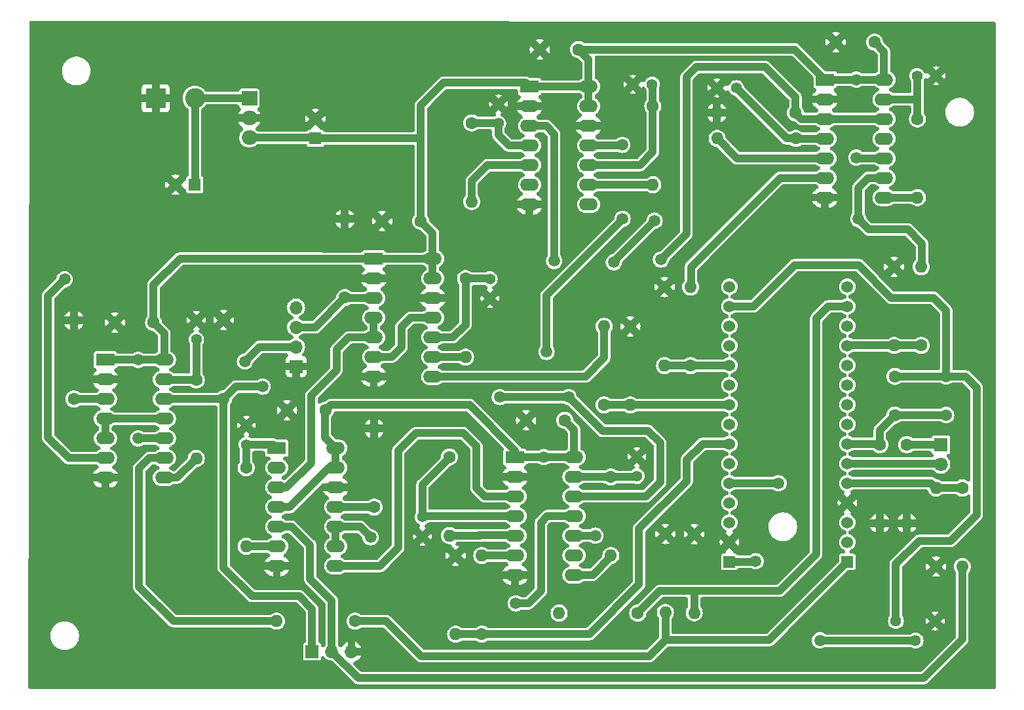
<source format=gbr>
%TF.GenerationSoftware,KiCad,Pcbnew,8.0.0*%
%TF.CreationDate,2025-03-10T21:38:56+01:00*%
%TF.ProjectId,Coincidence_board,436f696e-6369-4646-956e-63655f626f61,rev?*%
%TF.SameCoordinates,Original*%
%TF.FileFunction,Copper,L2,Bot*%
%TF.FilePolarity,Positive*%
%FSLAX46Y46*%
G04 Gerber Fmt 4.6, Leading zero omitted, Abs format (unit mm)*
G04 Created by KiCad (PCBNEW 8.0.0) date 2025-03-10 21:38:56*
%MOMM*%
%LPD*%
G01*
G04 APERTURE LIST*
%TA.AperFunction,ComponentPad*%
%ADD10C,1.600000*%
%TD*%
%TA.AperFunction,ComponentPad*%
%ADD11O,1.600000X1.600000*%
%TD*%
%TA.AperFunction,ComponentPad*%
%ADD12C,1.400000*%
%TD*%
%TA.AperFunction,ComponentPad*%
%ADD13R,1.530000X1.530000*%
%TD*%
%TA.AperFunction,ComponentPad*%
%ADD14C,1.530000*%
%TD*%
%TA.AperFunction,ComponentPad*%
%ADD15R,2.600000X2.600000*%
%TD*%
%TA.AperFunction,ComponentPad*%
%ADD16C,2.600000*%
%TD*%
%TA.AperFunction,ComponentPad*%
%ADD17R,1.600000X1.600000*%
%TD*%
%TA.AperFunction,ComponentPad*%
%ADD18C,1.524000*%
%TD*%
%TA.AperFunction,ComponentPad*%
%ADD19R,2.000000X1.905000*%
%TD*%
%TA.AperFunction,ComponentPad*%
%ADD20O,2.000000X1.905000*%
%TD*%
%TA.AperFunction,ComponentPad*%
%ADD21R,2.400000X1.600000*%
%TD*%
%TA.AperFunction,ComponentPad*%
%ADD22O,2.400000X1.600000*%
%TD*%
%TA.AperFunction,ComponentPad*%
%ADD23R,1.700000X1.700000*%
%TD*%
%TA.AperFunction,ComponentPad*%
%ADD24O,1.700000X1.700000*%
%TD*%
%TA.AperFunction,ComponentPad*%
%ADD25R,1.800000X1.800000*%
%TD*%
%TA.AperFunction,ComponentPad*%
%ADD26C,1.800000*%
%TD*%
%TA.AperFunction,ComponentPad*%
%ADD27C,1.440000*%
%TD*%
%TA.AperFunction,ViaPad*%
%ADD28C,1.500000*%
%TD*%
%TA.AperFunction,Conductor*%
%ADD29C,1.000000*%
%TD*%
G04 APERTURE END LIST*
D10*
%TO.P,R1,1*%
%TO.N,SW1_OUT*%
X244925000Y-120705000D03*
D11*
%TO.P,R1,2*%
%TO.N,GND*%
X244925000Y-130865000D03*
%TD*%
D10*
%TO.P,R17,1*%
%TO.N,B2out_nuc*%
X209320000Y-115560000D03*
D11*
%TO.P,R17,2*%
%TO.N,B2out*%
X209320000Y-105400000D03*
%TD*%
D12*
%TO.P,C5,2*%
%TO.N,Net-(U2B-~{S})*%
X215520000Y-74120000D03*
%TO.P,C5,1*%
%TO.N,GND*%
X213020000Y-74120000D03*
%TD*%
D11*
%TO.P,R24,2*%
%TO.N,ABCout*%
X166975000Y-143525000D03*
D10*
%TO.P,R24,1*%
%TO.N,ABCout_nuc*%
X177135000Y-143525000D03*
%TD*%
%TO.P,R25,1*%
%TO.N,GND*%
X246780000Y-97710000D03*
D11*
%TO.P,R25,2*%
%TO.N,AB2out_nuc*%
X246780000Y-107870000D03*
%TD*%
D13*
%TO.P,U8,CN3_1,PA9*%
%TO.N,ABCout_nuc*%
X240745000Y-135845000D03*
D14*
%TO.P,U8,CN3_2,PA10*%
%TO.N,unconnected-(U8A-PA10-PadCN3_2)*%
X240745000Y-133305000D03*
%TO.P,U8,CN3_3,NRST_CN3*%
%TO.N,unconnected-(U8A-NRST_CN3-PadCN3_3)*%
X240745000Y-130765000D03*
%TO.P,U8,CN3_4,GND_CN3*%
%TO.N,GND*%
X240745000Y-128225000D03*
%TO.P,U8,CN3_5,PA12*%
%TO.N,BC2out_nuc*%
X240745000Y-125685000D03*
%TO.P,U8,CN3_6,PB0*%
%TO.N,LED_OUT*%
X240745000Y-123145000D03*
%TO.P,U8,CN3_7,PB7*%
%TO.N,SW1_OUT*%
X240745000Y-120605000D03*
%TO.P,U8,CN3_8,PB6*%
%TO.N,unconnected-(U8A-PB6-PadCN3_8)*%
X240745000Y-118065000D03*
%TO.P,U8,CN3_9,PB1*%
%TO.N,unconnected-(U8A-PB1-PadCN3_9)*%
X240745000Y-115525000D03*
%TO.P,U8,CN3_10,PC14*%
%TO.N,unconnected-(U8A-PC14-PadCN3_10)*%
X240745000Y-112985000D03*
%TO.P,U8,CN3_11,PC15*%
%TO.N,unconnected-(U8A-PC15-PadCN3_11)*%
X240745000Y-110445000D03*
%TO.P,U8,CN3_12,PA8*%
%TO.N,AB2out_nuc*%
X240745000Y-107905000D03*
%TO.P,U8,CN3_13,PA11*%
%TO.N,unconnected-(U8A-PA11-PadCN3_13)*%
X240745000Y-105365000D03*
%TO.P,U8,CN3_14,PB5*%
%TO.N,AC2out_nuc*%
X240745000Y-102825000D03*
%TO.P,U8,CN3_15,PB4*%
%TO.N,unconnected-(U8A-PB4-PadCN3_15)*%
X240745000Y-100285000D03*
D13*
%TO.P,U8,CN4_1,VIN*%
%TO.N,VIN*%
X225505000Y-135845000D03*
D14*
%TO.P,U8,CN4_2,GND_CN4*%
%TO.N,GND*%
X225505000Y-133305000D03*
%TO.P,U8,CN4_3,NRST_CN4*%
%TO.N,unconnected-(U8B-NRST_CN4-PadCN4_3)*%
X225505000Y-130765000D03*
%TO.P,U8,CN4_4,+5V*%
%TO.N,5V_NUC*%
X225505000Y-128225000D03*
%TO.P,U8,CN4_5,PA2*%
%TO.N,POT_OUT*%
X225505000Y-125685000D03*
%TO.P,U8,CN4_6,PA7*%
%TO.N,unconnected-(U8B-PA7-PadCN4_6)*%
X225505000Y-123145000D03*
%TO.P,U8,CN4_7,PA6*%
%TO.N,C2out_nuc*%
X225505000Y-120605000D03*
%TO.P,U8,CN4_8,PA5*%
%TO.N,unconnected-(U8B-PA5-PadCN4_8)*%
X225505000Y-118065000D03*
%TO.P,U8,CN4_9,PA4*%
%TO.N,B2out_nuc*%
X225505000Y-115525000D03*
%TO.P,U8,CN4_10,PA3*%
%TO.N,unconnected-(U8B-PA3-PadCN4_10)*%
X225505000Y-112985000D03*
%TO.P,U8,CN4_11,PA1*%
%TO.N,A2out_nuc*%
X225505000Y-110445000D03*
%TO.P,U8,CN4_12,PA0*%
%TO.N,unconnected-(U8B-PA0-PadCN4_12)*%
X225505000Y-107905000D03*
%TO.P,U8,CN4_13,AREF*%
%TO.N,unconnected-(U8B-AREF-PadCN4_13)*%
X225505000Y-105365000D03*
%TO.P,U8,CN4_14,+3V3*%
%TO.N,3.3V_NUC*%
X225505000Y-102825000D03*
%TO.P,U8,CN4_15,PB3*%
%TO.N,unconnected-(U8B-PB3-PadCN4_15)*%
X225505000Y-100285000D03*
%TD*%
D15*
%TO.P,J3,1,Pin_1*%
%TO.N,GND*%
X151355000Y-75917623D03*
D16*
%TO.P,J3,2,Pin_2*%
%TO.N,VIN*%
X156435000Y-75917623D03*
%TD*%
D10*
%TO.P,R29,1*%
%TO.N,GND*%
X252200000Y-136460000D03*
D11*
%TO.P,R29,2*%
%TO.N,BC2out_nuc*%
X252200000Y-126300000D03*
%TD*%
D10*
%TO.P,R13,1*%
%TO.N,Net-(U6B-~{R})*%
X249800000Y-78600000D03*
D11*
%TO.P,R13,2*%
%TO.N,Net-(U6B-~{Q})*%
X249800000Y-88760000D03*
%TD*%
D10*
%TO.P,R28,1*%
%TO.N,AC2out_nuc*%
X213650000Y-142475000D03*
D11*
%TO.P,R28,2*%
%TO.N,AC2out*%
X203490000Y-142475000D03*
%TD*%
D17*
%TO.P,C2,1*%
%TO.N,5V*%
X172000000Y-81100000D03*
D10*
%TO.P,C2,2*%
%TO.N,GND*%
X172000000Y-78600000D03*
%TD*%
D18*
%TO.P,SW1,1,1*%
%TO.N,3.3V_NUC*%
X253505000Y-111885000D03*
%TO.P,SW1,2,2*%
%TO.N,SW1_OUT*%
X253505000Y-116885000D03*
%TD*%
D12*
%TO.P,C6,2*%
%TO.N,Net-(U1B-~{R})*%
X156600000Y-107125000D03*
%TO.P,C6,1*%
%TO.N,GND*%
X156600000Y-104625000D03*
%TD*%
D19*
%TO.P,U3,1,VI*%
%TO.N,VIN*%
X163455000Y-75932623D03*
D20*
%TO.P,U3,2,GND*%
%TO.N,GND*%
X163455000Y-78472623D03*
%TO.P,U3,3,VO*%
%TO.N,5V*%
X163455000Y-81012623D03*
%TD*%
D10*
%TO.P,C1,1*%
%TO.N,3.3V_NUC*%
X246905000Y-111885000D03*
%TO.P,C1,2*%
%TO.N,SW1_OUT*%
X246905000Y-116885000D03*
%TD*%
%TO.P,R14,1*%
%TO.N,Net-(U4A-~{R})*%
X163045000Y-123680000D03*
D11*
%TO.P,R14,2*%
%TO.N,Net-(U4A-~{Q})*%
X163045000Y-133840000D03*
%TD*%
D21*
%TO.P,U5,1,~{R}*%
%TO.N,5V*%
X197800000Y-122320000D03*
D22*
%TO.P,U5,2,D*%
%TO.N,GND*%
X197800000Y-124860000D03*
%TO.P,U5,3,C*%
%TO.N,Net-(U4B-~{Q})*%
X197800000Y-127400000D03*
%TO.P,U5,4,~{S}*%
%TO.N,Net-(U5A-~{S})*%
X197800000Y-129940000D03*
%TO.P,U5,5,Q*%
%TO.N,Net-(U5A-Q)*%
X197800000Y-132480000D03*
%TO.P,U5,6,~{Q}*%
%TO.N,C2out*%
X197800000Y-135020000D03*
%TO.P,U5,7,GND*%
%TO.N,GND*%
X197800000Y-137560000D03*
%TO.P,U5,8,~{Q}*%
%TO.N,Net-(U5B-~{Q})*%
X205420000Y-137560000D03*
%TO.P,U5,9,Q*%
%TO.N,AC2out*%
X205420000Y-135020000D03*
%TO.P,U5,10,~{S}*%
%TO.N,5V*%
X205420000Y-132480000D03*
%TO.P,U5,11,C*%
%TO.N,Net-(U4B-Q)*%
X205420000Y-129940000D03*
%TO.P,U5,12,D*%
%TO.N,A2in*%
X205420000Y-127400000D03*
%TO.P,U5,13,~{R}*%
%TO.N,Net-(U5B-~{R})*%
X205420000Y-124860000D03*
%TO.P,U5,14,VCC*%
%TO.N,5V*%
X205420000Y-122320000D03*
%TD*%
D10*
%TO.P,R10,1*%
%TO.N,A2in*%
X234040000Y-77820000D03*
D11*
%TO.P,R10,2*%
%TO.N,GND*%
X223880000Y-77820000D03*
%TD*%
D10*
%TO.P,R18,1*%
%TO.N,GND*%
X212700000Y-105420000D03*
D11*
%TO.P,R18,2*%
%TO.N,B2out_nuc*%
X212700000Y-115580000D03*
%TD*%
D10*
%TO.P,C9,1*%
%TO.N,GND*%
X239250000Y-68675000D03*
%TO.P,C9,2*%
%TO.N,5V*%
X244250000Y-68675000D03*
%TD*%
%TO.P,R5,1*%
%TO.N,BC2out*%
X140780000Y-114800000D03*
D11*
%TO.P,R5,2*%
%TO.N,GND*%
X140780000Y-104640000D03*
%TD*%
D21*
%TO.P,U6,1,~{R}*%
%TO.N,5V*%
X237860000Y-73520000D03*
D22*
%TO.P,U6,2,D*%
%TO.N,GND*%
X237860000Y-76060000D03*
%TO.P,U6,3,C*%
%TO.N,A2in*%
X237860000Y-78600000D03*
%TO.P,U6,4,~{S}*%
%TO.N,Net-(U6A-~{S})*%
X237860000Y-81140000D03*
%TO.P,U6,5,Q*%
%TO.N,Net-(U6A-Q)*%
X237860000Y-83680000D03*
%TO.P,U6,6,~{Q}*%
%TO.N,A2out*%
X237860000Y-86220000D03*
%TO.P,U6,7,GND*%
%TO.N,GND*%
X237860000Y-88760000D03*
%TO.P,U6,8,~{Q}*%
%TO.N,Net-(U6B-~{Q})*%
X245480000Y-88760000D03*
%TO.P,U6,9,Q*%
%TO.N,AB2out*%
X245480000Y-86220000D03*
%TO.P,U6,10,~{S}*%
%TO.N,5V*%
X245480000Y-83680000D03*
%TO.P,U6,11,C*%
%TO.N,Net-(U4A-C)*%
X245480000Y-81140000D03*
%TO.P,U6,12,D*%
%TO.N,A2in*%
X245480000Y-78600000D03*
%TO.P,U6,13,~{R}*%
%TO.N,Net-(U6B-~{R})*%
X245480000Y-76060000D03*
%TO.P,U6,14,VCC*%
%TO.N,5V*%
X245480000Y-73520000D03*
%TD*%
D10*
%TO.P,C8,1*%
%TO.N,5V*%
X151080000Y-104920000D03*
%TO.P,C8,2*%
%TO.N,GND*%
X146080000Y-104920000D03*
%TD*%
%TO.P,R19,1*%
%TO.N,GND*%
X217120000Y-100320000D03*
D11*
%TO.P,R19,2*%
%TO.N,A2out_nuc*%
X217120000Y-110480000D03*
%TD*%
D10*
%TO.P,R21,1*%
%TO.N,GND*%
X190120000Y-135060000D03*
D11*
%TO.P,R21,2*%
%TO.N,C2out_nuc*%
X190120000Y-145220000D03*
%TD*%
D12*
%TO.P,C14,1*%
%TO.N,GND*%
X213540000Y-122270000D03*
%TO.P,C14,2*%
%TO.N,Net-(U5B-~{R})*%
X213540000Y-124770000D03*
%TD*%
D11*
%TO.P,R2,2*%
%TO.N,GND*%
X179578000Y-118618000D03*
D10*
%TO.P,R2,1*%
%TO.N,C2in*%
X179578000Y-128778000D03*
%TD*%
%TO.P,R12,1*%
%TO.N,Net-(U6A-~{S})*%
X234080000Y-81120000D03*
D11*
%TO.P,R12,2*%
%TO.N,Net-(U6A-Q)*%
X223920000Y-81120000D03*
%TD*%
%TO.P,R15,2*%
%TO.N,Net-(U7B-Q)*%
X191400000Y-109400000D03*
D10*
%TO.P,R15,1*%
%TO.N,Net-(U7B-~{S})*%
X191400000Y-99240000D03*
%TD*%
D21*
%TO.P,U4,1,~{R}*%
%TO.N,Net-(U4A-~{R})*%
X167005000Y-121160000D03*
D22*
%TO.P,U4,2,D*%
%TO.N,C2in*%
X167005000Y-123700000D03*
%TO.P,U4,3,C*%
%TO.N,Net-(U4A-C)*%
X167005000Y-126240000D03*
%TO.P,U4,4,~{S}*%
%TO.N,5V*%
X167005000Y-128780000D03*
%TO.P,U4,5,Q*%
%TO.N,BC2out*%
X167005000Y-131320000D03*
%TO.P,U4,6,~{Q}*%
%TO.N,Net-(U4A-~{Q})*%
X167005000Y-133860000D03*
%TO.P,U4,7,GND*%
%TO.N,GND*%
X167005000Y-136400000D03*
%TO.P,U4,8,~{Q}*%
%TO.N,Net-(U4B-~{Q})*%
X174625000Y-136400000D03*
%TO.P,U4,9,Q*%
%TO.N,Net-(U4B-Q)*%
X174625000Y-133860000D03*
%TO.P,U4,10,~{S}*%
X174625000Y-131320000D03*
%TO.P,U4,11,C*%
%TO.N,C2in*%
X174625000Y-128780000D03*
%TO.P,U4,12,D*%
%TO.N,GND*%
X174625000Y-126240000D03*
%TO.P,U4,13,~{R}*%
%TO.N,5V*%
X174625000Y-123700000D03*
%TO.P,U4,14,VCC*%
X174625000Y-121160000D03*
%TD*%
D17*
%TO.P,C3,1*%
%TO.N,VIN*%
X156400000Y-87100000D03*
D10*
%TO.P,C3,2*%
%TO.N,GND*%
X153900000Y-87100000D03*
%TD*%
%TO.P,R20,1*%
%TO.N,A2out_nuc*%
X220500000Y-110480000D03*
D11*
%TO.P,R20,2*%
%TO.N,A2out*%
X220500000Y-100320000D03*
%TD*%
D12*
%TO.P,C7,2*%
%TO.N,Net-(U2A-~{S})*%
X195650000Y-79170000D03*
%TO.P,C7,1*%
%TO.N,GND*%
X195650000Y-76670000D03*
%TD*%
D10*
%TO.P,R3,1*%
%TO.N,Net-(D1-K)*%
X248425000Y-120705000D03*
D11*
%TO.P,R3,2*%
%TO.N,GND*%
X248425000Y-130865000D03*
%TD*%
D23*
%TO.P,J5,1,Pin_1*%
%TO.N,AB2out*%
X171575000Y-147450000D03*
D24*
%TO.P,J5,2,Pin_2*%
%TO.N,BC2out*%
X174115000Y-147450000D03*
%TO.P,J5,3,Pin_3*%
%TO.N,GND*%
X176655000Y-147450000D03*
%TD*%
D11*
%TO.P,R4,2*%
%TO.N,Net-(U2B-Q)*%
X215600000Y-87100000D03*
D10*
%TO.P,R4,1*%
%TO.N,Net-(U2B-~{S})*%
X215600000Y-76940000D03*
%TD*%
%TO.P,C11,2*%
%TO.N,5V*%
X185620000Y-91820000D03*
%TO.P,C11,1*%
%TO.N,GND*%
X180620000Y-91820000D03*
%TD*%
%TO.P,R22,1*%
%TO.N,GND*%
X217225000Y-132245000D03*
D11*
%TO.P,R22,2*%
%TO.N,ABCout_nuc*%
X217225000Y-142405000D03*
%TD*%
D10*
%TO.P,R23,1*%
%TO.N,C2out_nuc*%
X193500000Y-145200000D03*
D11*
%TO.P,R23,2*%
%TO.N,C2out*%
X193500000Y-135040000D03*
%TD*%
%TO.P,R16,2*%
%TO.N,GND*%
X175800000Y-91540000D03*
D10*
%TO.P,R16,1*%
%TO.N,B2in*%
X175800000Y-101700000D03*
%TD*%
%TO.P,R26,1*%
%TO.N,AB2out_nuc*%
X250280000Y-107870000D03*
D11*
%TO.P,R26,2*%
%TO.N,AB2out*%
X250280000Y-97710000D03*
%TD*%
D10*
%TO.P,C4,1*%
%TO.N,5V*%
X204220000Y-117560000D03*
%TO.P,C4,2*%
%TO.N,GND*%
X199220000Y-117560000D03*
%TD*%
D12*
%TO.P,C17,1*%
%TO.N,GND*%
X163075000Y-118210000D03*
%TO.P,C17,2*%
%TO.N,Net-(U4A-~{R})*%
X163075000Y-120710000D03*
%TD*%
%TO.P,C18,2*%
%TO.N,Net-(U7B-~{S})*%
X194550000Y-99290000D03*
%TO.P,C18,1*%
%TO.N,GND*%
X194550000Y-101790000D03*
%TD*%
D25*
%TO.P,D1,1,K*%
%TO.N,Net-(D1-K)*%
X252840000Y-120710000D03*
D26*
%TO.P,D1,2,A*%
%TO.N,LED_OUT*%
X252840000Y-123250000D03*
%TD*%
D10*
%TO.P,R6,1*%
%TO.N,GND*%
X160150000Y-104590000D03*
D11*
%TO.P,R6,2*%
%TO.N,AB2out*%
X160150000Y-114750000D03*
%TD*%
D10*
%TO.P,C12,2*%
%TO.N,5V*%
X206000000Y-69620000D03*
%TO.P,C12,1*%
%TO.N,GND*%
X201000000Y-69620000D03*
%TD*%
D21*
%TO.P,U7,1,~{R}*%
%TO.N,5V*%
X179540000Y-96670000D03*
D22*
%TO.P,U7,2,D*%
%TO.N,GND*%
X179540000Y-99210000D03*
%TO.P,U7,3,C*%
%TO.N,B2in*%
X179540000Y-101750000D03*
%TO.P,U7,4,~{S}*%
%TO.N,Net-(U4A-C)*%
X179540000Y-104290000D03*
%TO.P,U7,5,Q*%
X179540000Y-106830000D03*
%TO.P,U7,6,~{Q}*%
%TO.N,Net-(U7A-~{Q})*%
X179540000Y-109370000D03*
%TO.P,U7,7,GND*%
%TO.N,GND*%
X179540000Y-111910000D03*
%TO.P,U7,8,~{Q}*%
%TO.N,B2out*%
X187160000Y-111910000D03*
%TO.P,U7,9,Q*%
%TO.N,Net-(U7B-Q)*%
X187160000Y-109370000D03*
%TO.P,U7,10,~{S}*%
%TO.N,Net-(U7B-~{S})*%
X187160000Y-106830000D03*
%TO.P,U7,11,C*%
%TO.N,Net-(U7A-~{Q})*%
X187160000Y-104290000D03*
%TO.P,U7,12,D*%
%TO.N,GND*%
X187160000Y-101750000D03*
%TO.P,U7,13,~{R}*%
%TO.N,5V*%
X187160000Y-99210000D03*
%TO.P,U7,14,VCC*%
X187160000Y-96670000D03*
%TD*%
D21*
%TO.P,U1,1,~{R}*%
%TO.N,5V*%
X144860000Y-109740000D03*
D22*
%TO.P,U1,2,D*%
%TO.N,GND*%
X144860000Y-112280000D03*
%TO.P,U1,3,C*%
%TO.N,BC2out*%
X144860000Y-114820000D03*
%TO.P,U1,4,~{S}*%
%TO.N,Net-(U1A-Q)*%
X144860000Y-117360000D03*
%TO.P,U1,5,Q*%
X144860000Y-119900000D03*
%TO.P,U1,6,~{Q}*%
%TO.N,Net-(U1A-~{Q})*%
X144860000Y-122440000D03*
%TO.P,U1,7,GND*%
%TO.N,GND*%
X144860000Y-124980000D03*
%TO.P,U1,8,~{Q}*%
%TO.N,Net-(U1B-~{Q})*%
X152480000Y-124980000D03*
%TO.P,U1,9,Q*%
%TO.N,ABCout*%
X152480000Y-122440000D03*
%TO.P,U1,10,~{S}*%
%TO.N,5V*%
X152480000Y-119900000D03*
%TO.P,U1,11,C*%
%TO.N,Net-(U1A-Q)*%
X152480000Y-117360000D03*
%TO.P,U1,12,D*%
%TO.N,AB2out*%
X152480000Y-114820000D03*
%TO.P,U1,13,~{R}*%
%TO.N,Net-(U1B-~{R})*%
X152480000Y-112280000D03*
%TO.P,U1,14,VCC*%
%TO.N,5V*%
X152480000Y-109740000D03*
%TD*%
D12*
%TO.P,C16,1*%
%TO.N,GND*%
X252230000Y-73020000D03*
%TO.P,C16,2*%
%TO.N,Net-(U6B-~{R})*%
X249730000Y-73020000D03*
%TD*%
%TO.P,C15,1*%
%TO.N,GND*%
X223900000Y-74600000D03*
%TO.P,C15,2*%
%TO.N,Net-(U6A-~{S})*%
X226400000Y-74600000D03*
%TD*%
D10*
%TO.P,R27,1*%
%TO.N,GND*%
X220950000Y-132275000D03*
D11*
%TO.P,R27,2*%
%TO.N,AC2out_nuc*%
X220950000Y-142435000D03*
%TD*%
D10*
%TO.P,C10,1*%
%TO.N,GND*%
X168325000Y-116260000D03*
%TO.P,C10,2*%
%TO.N,5V*%
X173325000Y-116260000D03*
%TD*%
D21*
%TO.P,U2,1,~{R}*%
%TO.N,5V*%
X199680000Y-74420000D03*
D22*
%TO.P,U2,2,D*%
%TO.N,GND*%
X199680000Y-76960000D03*
%TO.P,U2,3,C*%
%TO.N,Net-(U1A-~{Q})*%
X199680000Y-79500000D03*
%TO.P,U2,4,~{S}*%
%TO.N,Net-(U2A-~{S})*%
X199680000Y-82040000D03*
%TO.P,U2,5,Q*%
%TO.N,Net-(U2A-Q)*%
X199680000Y-84580000D03*
%TO.P,U2,6,~{Q}*%
%TO.N,Bout*%
X199680000Y-87120000D03*
%TO.P,U2,7,GND*%
%TO.N,GND*%
X199680000Y-89660000D03*
%TO.P,U2,8,~{Q}*%
%TO.N,Aout*%
X207300000Y-89660000D03*
%TO.P,U2,9,Q*%
%TO.N,Net-(U2B-Q)*%
X207300000Y-87120000D03*
%TO.P,U2,10,~{S}*%
%TO.N,Net-(U2B-~{S})*%
X207300000Y-84580000D03*
%TO.P,U2,11,C*%
%TO.N,AB2out*%
X207300000Y-82040000D03*
%TO.P,U2,12,D*%
%TO.N,GND*%
X207300000Y-79500000D03*
%TO.P,U2,13,~{R}*%
%TO.N,5V*%
X207300000Y-76960000D03*
%TO.P,U2,14,VCC*%
X207300000Y-74420000D03*
%TD*%
D11*
%TO.P,R7,2*%
%TO.N,Net-(U1B-~{Q})*%
X156600000Y-122480000D03*
D10*
%TO.P,R7,1*%
%TO.N,Net-(U1B-~{R})*%
X156600000Y-112320000D03*
%TD*%
D27*
%TO.P,RV1,1,1*%
%TO.N,3.3V_NUC*%
X247020000Y-143500000D03*
%TO.P,RV1,2,2*%
%TO.N,POT_OUT*%
X249560000Y-146040000D03*
%TO.P,RV1,3,3*%
%TO.N,GND*%
X252100000Y-143500000D03*
%TD*%
D10*
%TO.P,R11,1*%
%TO.N,Net-(U5B-~{R})*%
X210180000Y-124870000D03*
D11*
%TO.P,R11,2*%
%TO.N,Net-(U5B-~{Q})*%
X210180000Y-135030000D03*
%TD*%
D10*
%TO.P,R8,1*%
%TO.N,Net-(U2A-~{S})*%
X192200000Y-79120000D03*
D11*
%TO.P,R8,2*%
%TO.N,Net-(U2A-Q)*%
X192200000Y-89280000D03*
%TD*%
D12*
%TO.P,C13,1*%
%TO.N,GND*%
X185830000Y-132570000D03*
%TO.P,C13,2*%
%TO.N,Net-(U5A-~{S})*%
X185830000Y-130070000D03*
%TD*%
D23*
%TO.P,J1,1,Pin_1*%
%TO.N,GND*%
X169500000Y-110600000D03*
D24*
%TO.P,J1,2,Pin_2*%
%TO.N,C2in*%
X169500000Y-108060000D03*
%TO.P,J1,3,Pin_3*%
%TO.N,B2in*%
X169500000Y-105520000D03*
%TO.P,J1,4,Pin_4*%
%TO.N,A2in*%
X169500000Y-102980000D03*
%TD*%
D10*
%TO.P,R30,1*%
%TO.N,BC2out_nuc*%
X255600000Y-126300000D03*
D11*
%TO.P,R30,2*%
%TO.N,BC2out*%
X255600000Y-136460000D03*
%TD*%
D10*
%TO.P,R9,1*%
%TO.N,Net-(U5A-~{S})*%
X189300000Y-122300000D03*
D11*
%TO.P,R9,2*%
%TO.N,Net-(U5A-Q)*%
X189300000Y-132460000D03*
%TD*%
D28*
%TO.N,C2in*%
X162900000Y-109960000D03*
%TO.N,A2in*%
X216662000Y-96774000D03*
X204724000Y-114554000D03*
X195834000Y-114554000D03*
%TO.N,5V*%
X208170000Y-132470000D03*
%TO.N,Net-(U4B-Q)*%
X197890000Y-141210000D03*
X179130000Y-132670000D03*
%TO.N,AB2out*%
X165180000Y-113200000D03*
X211690000Y-91510000D03*
X201870000Y-108712000D03*
X242160000Y-91540000D03*
X211670000Y-81950000D03*
%TO.N,Net-(U4A-C)*%
X210566000Y-97135000D03*
X215839000Y-91755000D03*
%TO.N,VIN*%
X228900000Y-135770000D03*
%TO.N,Net-(U1A-~{Q})*%
X202860000Y-96950000D03*
X139580000Y-99330000D03*
%TO.N,5V*%
X149100000Y-109740000D03*
X149100000Y-119900000D03*
%TO.N,POT_OUT*%
X237200000Y-146000000D03*
X231850000Y-125700000D03*
%TO.N,5V*%
X201540000Y-122320000D03*
X241900000Y-73520000D03*
X241900000Y-83600000D03*
%TD*%
D29*
%TO.N,A2in*%
X195834000Y-114554000D02*
X204724000Y-114554000D01*
%TO.N,Net-(U4A-C)*%
X210566000Y-97028000D02*
X210566000Y-97135000D01*
X215839000Y-91755000D02*
X210566000Y-97028000D01*
%TO.N,AC2out_nuc*%
X236728000Y-104394000D02*
X238297000Y-102825000D01*
X236728000Y-134874000D02*
X236728000Y-104394000D01*
X232002000Y-139600000D02*
X236728000Y-134874000D01*
X238297000Y-102825000D02*
X240745000Y-102825000D01*
X218115000Y-139600000D02*
X232002000Y-139600000D01*
%TO.N,C2in*%
X169500000Y-108060000D02*
X164800000Y-108060000D01*
X164800000Y-108060000D02*
X162900000Y-109960000D01*
%TO.N,A2in*%
X234040000Y-75798000D02*
X234040000Y-77820000D01*
X221234000Y-71882000D02*
X230124000Y-71882000D01*
X219964000Y-73152000D02*
X221234000Y-71882000D01*
X216662000Y-96774000D02*
X219964000Y-93472000D01*
X219964000Y-93472000D02*
X219964000Y-73152000D01*
X230124000Y-71882000D02*
X234040000Y-75798000D01*
%TO.N,5V*%
X197800000Y-121460000D02*
X197800000Y-122320000D01*
X191910000Y-115570000D02*
X197800000Y-121460000D01*
X174015000Y-115570000D02*
X191910000Y-115570000D01*
X173325000Y-116260000D02*
X174015000Y-115570000D01*
X173228000Y-116357000D02*
X173325000Y-116260000D01*
X173228000Y-119763000D02*
X173228000Y-116357000D01*
X174625000Y-121160000D02*
X173228000Y-119763000D01*
%TO.N,A2in*%
X209090000Y-118920000D02*
X204724000Y-114554000D01*
X216550000Y-125560000D02*
X216550000Y-120480000D01*
X214710000Y-127400000D02*
X216550000Y-125560000D01*
X205420000Y-127400000D02*
X214710000Y-127400000D01*
X216550000Y-120480000D02*
X214990000Y-118920000D01*
X214990000Y-118920000D02*
X209090000Y-118920000D01*
%TO.N,C2in*%
X179576000Y-128780000D02*
X179578000Y-128778000D01*
X174625000Y-128780000D02*
X179576000Y-128780000D01*
%TO.N,AB2out*%
X211690000Y-91586000D02*
X211690000Y-91510000D01*
X201870000Y-101406000D02*
X211690000Y-91586000D01*
X201870000Y-108712000D02*
X201870000Y-101406000D01*
%TO.N,5V*%
X199174000Y-73914000D02*
X199680000Y-74420000D01*
X185620000Y-76850000D02*
X188556000Y-73914000D01*
X185620000Y-81110000D02*
X185620000Y-76850000D01*
X188556000Y-73914000D02*
X199174000Y-73914000D01*
%TO.N,Net-(U5B-~{R})*%
X213430000Y-124880000D02*
X213540000Y-124770000D01*
X209340000Y-124880000D02*
X213430000Y-124880000D01*
X209320000Y-124860000D02*
X209340000Y-124880000D01*
X205420000Y-124860000D02*
X209320000Y-124860000D01*
%TO.N,5V*%
X208160000Y-132480000D02*
X205420000Y-132480000D01*
X208170000Y-132470000D02*
X208160000Y-132480000D01*
%TO.N,Net-(U5B-~{Q})*%
X210180000Y-135200000D02*
X207820000Y-137560000D01*
X210180000Y-135030000D02*
X210180000Y-135200000D01*
X207820000Y-137560000D02*
X205420000Y-137560000D01*
%TO.N,Net-(U4B-Q)*%
X201140000Y-139630000D02*
X201140000Y-130770000D01*
X201140000Y-130770000D02*
X201970000Y-129940000D01*
X201970000Y-129940000D02*
X205420000Y-129940000D01*
X199560000Y-141210000D02*
X201140000Y-139630000D01*
X197890000Y-141210000D02*
X199560000Y-141210000D01*
%TO.N,C2out_nuc*%
X222045000Y-120605000D02*
X225505000Y-120605000D01*
X219975000Y-125450000D02*
X219975000Y-122675000D01*
X213830000Y-138770000D02*
X213830000Y-131595000D01*
X213830000Y-131595000D02*
X219975000Y-125450000D01*
X207400000Y-145200000D02*
X213830000Y-138770000D01*
X219975000Y-122675000D02*
X222045000Y-120605000D01*
X193500000Y-145200000D02*
X207400000Y-145200000D01*
%TO.N,Net-(U4B-Q)*%
X177780000Y-131320000D02*
X179130000Y-132670000D01*
X174625000Y-131320000D02*
X177780000Y-131320000D01*
X174625000Y-131320000D02*
X174625000Y-133860000D01*
%TO.N,AB2out*%
X161700000Y-113200000D02*
X160150000Y-114750000D01*
X165180000Y-113200000D02*
X161700000Y-113200000D01*
%TO.N,Net-(U4A-C)*%
X176280000Y-106830000D02*
X179540000Y-106830000D01*
X171460000Y-114330000D02*
X174750000Y-111040000D01*
X168270000Y-126240000D02*
X171460000Y-123050000D01*
X174750000Y-111040000D02*
X174750000Y-108360000D01*
X174750000Y-108360000D02*
X176280000Y-106830000D01*
X167005000Y-126240000D02*
X168270000Y-126240000D01*
X171460000Y-123050000D02*
X171460000Y-114330000D01*
%TO.N,5V*%
X168670000Y-128780000D02*
X173750000Y-123700000D01*
X173750000Y-123700000D02*
X174625000Y-123700000D01*
X167005000Y-128780000D02*
X168670000Y-128780000D01*
X172800000Y-96670000D02*
X179540000Y-96670000D01*
X172780000Y-96650000D02*
X172800000Y-96670000D01*
X154480000Y-96650000D02*
X172780000Y-96650000D01*
X151080000Y-100050000D02*
X154480000Y-96650000D01*
X151080000Y-104920000D02*
X151080000Y-100050000D01*
X187160000Y-99210000D02*
X187160000Y-96670000D01*
%TO.N,AB2out*%
X160150000Y-114750000D02*
X160150000Y-114620000D01*
X250390000Y-97600000D02*
X250280000Y-97710000D01*
X250390000Y-94740000D02*
X250390000Y-97600000D01*
X248550000Y-92900000D02*
X250390000Y-94740000D01*
X243520000Y-92900000D02*
X248550000Y-92900000D01*
X242160000Y-91540000D02*
X243520000Y-92900000D01*
X243430000Y-86220000D02*
X245480000Y-86220000D01*
X242160000Y-87490000D02*
X243430000Y-86220000D01*
X242160000Y-91540000D02*
X242160000Y-87490000D01*
X207300000Y-82040000D02*
X211580000Y-82040000D01*
X211580000Y-82040000D02*
X211670000Y-81950000D01*
%TO.N,Net-(U2B-~{S})*%
X215600000Y-74200000D02*
X215520000Y-74120000D01*
X215600000Y-76940000D02*
X215600000Y-74200000D01*
X215600000Y-82900000D02*
X215600000Y-76940000D01*
X213920000Y-84580000D02*
X215600000Y-82900000D01*
X207300000Y-84580000D02*
X213920000Y-84580000D01*
%TO.N,A2out*%
X220540000Y-100280000D02*
X220500000Y-100320000D01*
X232050000Y-86220000D02*
X220540000Y-97730000D01*
X237860000Y-86220000D02*
X232050000Y-86220000D01*
X220540000Y-97730000D02*
X220540000Y-100280000D01*
%TO.N,5V*%
X233960000Y-69620000D02*
X237860000Y-73520000D01*
X206000000Y-69620000D02*
X233960000Y-69620000D01*
X174625000Y-123700000D02*
X174625000Y-121160000D01*
%TO.N,Net-(U1A-~{Q})*%
X201810000Y-79500000D02*
X199680000Y-79500000D01*
X202860000Y-80550000D02*
X201810000Y-79500000D01*
X202860000Y-96950000D02*
X202860000Y-80550000D01*
X137430000Y-119770000D02*
X140100000Y-122440000D01*
X139580000Y-99330000D02*
X137430000Y-101480000D01*
X137430000Y-101480000D02*
X137430000Y-119770000D01*
X140100000Y-122440000D02*
X144860000Y-122440000D01*
%TO.N,VIN*%
X228825000Y-135845000D02*
X228900000Y-135770000D01*
X225505000Y-135845000D02*
X228825000Y-135845000D01*
%TO.N,BC2out*%
X177535000Y-150870000D02*
X174115000Y-147450000D01*
X250610000Y-150870000D02*
X177535000Y-150870000D01*
X255600000Y-145880000D02*
X250610000Y-150870000D01*
X255600000Y-136460000D02*
X255600000Y-145880000D01*
%TO.N,AB2out_nuc*%
X240780000Y-107870000D02*
X240745000Y-107905000D01*
X246780000Y-107870000D02*
X240780000Y-107870000D01*
%TO.N,Net-(U4B-~{Q})*%
X182700000Y-134025000D02*
X182700000Y-121500000D01*
X180325000Y-136400000D02*
X182700000Y-134025000D01*
%TO.N,BC2out_nuc*%
X255600000Y-126300000D02*
X252200000Y-126300000D01*
X251585000Y-125685000D02*
X252200000Y-126300000D01*
X240745000Y-125685000D02*
X251585000Y-125685000D01*
%TO.N,3.3V_NUC*%
X247020000Y-136120000D02*
X247020000Y-143500000D01*
X254110000Y-133150000D02*
X249990000Y-133150000D01*
X257460000Y-129800000D02*
X254110000Y-133150000D01*
X249990000Y-133150000D02*
X247020000Y-136120000D01*
X257460000Y-113350000D02*
X257460000Y-129800000D01*
X255995000Y-111885000D02*
X257460000Y-113350000D01*
X253505000Y-111885000D02*
X255995000Y-111885000D01*
X242200000Y-97490000D02*
X233980000Y-97490000D01*
X246420000Y-101710000D02*
X242200000Y-97490000D01*
X251870000Y-101710000D02*
X246420000Y-101710000D01*
X233980000Y-97490000D02*
X228645000Y-102825000D01*
X253505000Y-103345000D02*
X251870000Y-101710000D01*
X253505000Y-111885000D02*
X253505000Y-103345000D01*
X228645000Y-102825000D02*
X225505000Y-102825000D01*
%TO.N,5V*%
X185610000Y-81100000D02*
X185620000Y-81110000D01*
X172000000Y-81100000D02*
X185610000Y-81100000D01*
X185620000Y-91820000D02*
X185620000Y-81110000D01*
X207300000Y-74420000D02*
X199680000Y-74420000D01*
X207300000Y-76960000D02*
X207300000Y-74420000D01*
%TO.N,Net-(U1A-Q)*%
X144860000Y-117360000D02*
X144860000Y-119900000D01*
X144860000Y-117360000D02*
X152480000Y-117360000D01*
%TO.N,BC2out*%
X144840000Y-114800000D02*
X144860000Y-114820000D01*
X140780000Y-114800000D02*
X144840000Y-114800000D01*
%TO.N,ABCout_nuc*%
X230615000Y-145975000D02*
X240745000Y-135845000D01*
X217225000Y-145975000D02*
X230615000Y-145975000D01*
X215170000Y-148030000D02*
X217225000Y-145975000D01*
X185650000Y-148030000D02*
X215170000Y-148030000D01*
X217225000Y-145975000D02*
X217225000Y-142405000D01*
X181145000Y-143525000D02*
X185650000Y-148030000D01*
X177135000Y-143525000D02*
X181145000Y-143525000D01*
%TO.N,ABCout*%
X153685000Y-143525000D02*
X166975000Y-143525000D01*
X149220000Y-139060000D02*
X153685000Y-143525000D01*
X150520000Y-122440000D02*
X149220000Y-123740000D01*
X152480000Y-122440000D02*
X150520000Y-122440000D01*
X149220000Y-123740000D02*
X149220000Y-139060000D01*
%TO.N,AC2out_nuc*%
X220950000Y-139725000D02*
X220950000Y-142435000D01*
X220825000Y-139600000D02*
X220950000Y-139725000D01*
X218115000Y-139600000D02*
X220825000Y-139600000D01*
X216525000Y-139600000D02*
X218115000Y-139600000D01*
X213650000Y-142475000D02*
X216525000Y-139600000D01*
%TO.N,BC2out*%
X174115000Y-140865000D02*
X174115000Y-147450000D01*
X171325000Y-136075000D02*
X171300000Y-136100000D01*
X171300000Y-136100000D02*
X171300000Y-138050000D01*
X168945000Y-131320000D02*
X171325000Y-133700000D01*
X171325000Y-133700000D02*
X171325000Y-136075000D01*
X167005000Y-131320000D02*
X168945000Y-131320000D01*
X171300000Y-138050000D02*
X174115000Y-140865000D01*
%TO.N,AB2out*%
X169900000Y-140275000D02*
X171575000Y-141950000D01*
X163800000Y-140275000D02*
X169900000Y-140275000D01*
X160150000Y-136625000D02*
X163800000Y-140275000D01*
X171575000Y-141950000D02*
X171575000Y-147450000D01*
X160150000Y-114750000D02*
X160150000Y-136625000D01*
%TO.N,Net-(U4A-~{R})*%
X166555000Y-120710000D02*
X167005000Y-121160000D01*
X163075000Y-120710000D02*
X166555000Y-120710000D01*
X163045000Y-120740000D02*
X163075000Y-120710000D01*
X163045000Y-123680000D02*
X163045000Y-120740000D01*
%TO.N,Net-(U4A-~{Q})*%
X163065000Y-133860000D02*
X163045000Y-133840000D01*
X167005000Y-133860000D02*
X163065000Y-133860000D01*
%TO.N,5V*%
X149100000Y-109740000D02*
X144860000Y-109740000D01*
X152480000Y-109740000D02*
X149100000Y-109740000D01*
X149075000Y-119925000D02*
X149100000Y-119900000D01*
X152480000Y-119900000D02*
X149100000Y-119900000D01*
X152480000Y-109740000D02*
X152480000Y-106320000D01*
X152480000Y-106320000D02*
X151080000Y-104920000D01*
%TO.N,Net-(U1B-~{R})*%
X152520000Y-112320000D02*
X152480000Y-112280000D01*
X156600000Y-112320000D02*
X152520000Y-112320000D01*
X156600000Y-112320000D02*
X156600000Y-107125000D01*
%TO.N,Net-(U1B-~{Q})*%
X154100000Y-124980000D02*
X156600000Y-122480000D01*
X152480000Y-124980000D02*
X154100000Y-124980000D01*
%TO.N,AB2out*%
X160080000Y-114820000D02*
X160150000Y-114750000D01*
X152480000Y-114820000D02*
X160080000Y-114820000D01*
%TO.N,5V*%
X245480000Y-73520000D02*
X245480000Y-69905000D01*
X245480000Y-69905000D02*
X244250000Y-68675000D01*
X207300000Y-70920000D02*
X206000000Y-69620000D01*
X207300000Y-74420000D02*
X207300000Y-70920000D01*
%TO.N,3.3V_NUC*%
X246905000Y-111885000D02*
X253505000Y-111885000D01*
%TO.N,Net-(D1-K)*%
X252835000Y-120705000D02*
X252840000Y-120710000D01*
X248425000Y-120705000D02*
X252835000Y-120705000D01*
%TO.N,SW1_OUT*%
X246905000Y-116885000D02*
X253505000Y-116885000D01*
X244925000Y-118865000D02*
X246905000Y-116885000D01*
X244925000Y-120705000D02*
X244925000Y-118865000D01*
X244825000Y-120605000D02*
X244925000Y-120705000D01*
X240745000Y-120605000D02*
X244825000Y-120605000D01*
%TO.N,POT_OUT*%
X237240000Y-146040000D02*
X249560000Y-146040000D01*
X237200000Y-146000000D02*
X237240000Y-146040000D01*
X231835000Y-125685000D02*
X231850000Y-125700000D01*
X225505000Y-125685000D02*
X231835000Y-125685000D01*
%TO.N,LED_OUT*%
X252735000Y-123145000D02*
X252840000Y-123250000D01*
X240745000Y-123145000D02*
X252735000Y-123145000D01*
%TO.N,AB2out_nuc*%
X246780000Y-107870000D02*
X250280000Y-107870000D01*
X246775000Y-107865000D02*
X246780000Y-107870000D01*
%TO.N,C2out*%
X197780000Y-135040000D02*
X197800000Y-135020000D01*
X193500000Y-135040000D02*
X197780000Y-135040000D01*
X193500000Y-135040000D02*
X193600000Y-134940000D01*
%TO.N,Net-(U5A-Q)*%
X193200000Y-132460000D02*
X193220000Y-132440000D01*
X189300000Y-132460000D02*
X193200000Y-132460000D01*
%TO.N,Net-(U4B-~{Q})*%
X193900000Y-127400000D02*
X197800000Y-127400000D01*
X191100000Y-119200000D02*
X192800000Y-120900000D01*
X185000000Y-119200000D02*
X191100000Y-119200000D01*
X182700000Y-121500000D02*
X185000000Y-119200000D01*
X174625000Y-136400000D02*
X180325000Y-136400000D01*
X192800000Y-120900000D02*
X192800000Y-126300000D01*
X192800000Y-126300000D02*
X193900000Y-127400000D01*
%TO.N,Net-(U5A-~{S})*%
X185830000Y-130070000D02*
X185960000Y-129940000D01*
X185960000Y-129940000D02*
X197800000Y-129940000D01*
%TO.N,5V*%
X205420000Y-122320000D02*
X201540000Y-122320000D01*
X201540000Y-122320000D02*
X197800000Y-122320000D01*
X205420000Y-122320000D02*
X205420000Y-118760000D01*
X205420000Y-118760000D02*
X204220000Y-117560000D01*
%TO.N,Net-(U5A-~{S})*%
X185830000Y-125890000D02*
X189280000Y-122440000D01*
X185830000Y-130070000D02*
X185830000Y-125890000D01*
X197770000Y-129910000D02*
X197800000Y-129940000D01*
%TO.N,Net-(U5A-Q)*%
X197760000Y-132440000D02*
X197800000Y-132480000D01*
X193220000Y-132440000D02*
X197760000Y-132440000D01*
%TO.N,C2out*%
X197740000Y-134960000D02*
X197800000Y-135020000D01*
%TO.N,C2out_nuc*%
X193200000Y-145140000D02*
X193220000Y-145120000D01*
X190120000Y-145220000D02*
X193480000Y-145220000D01*
%TO.N,B2in*%
X179540000Y-101750000D02*
X175850000Y-101750000D01*
X175850000Y-101750000D02*
X175800000Y-101700000D01*
X171980000Y-105520000D02*
X175800000Y-101700000D01*
X169500000Y-105520000D02*
X171980000Y-105520000D01*
%TO.N,Net-(U7A-~{Q})*%
X181830000Y-109370000D02*
X179540000Y-109370000D01*
X183100000Y-108100000D02*
X181830000Y-109370000D01*
X184310000Y-104290000D02*
X183100000Y-105500000D01*
X187160000Y-104290000D02*
X184310000Y-104290000D01*
X183100000Y-105500000D02*
X183100000Y-108100000D01*
%TO.N,Net-(U4A-C)*%
X179540000Y-104290000D02*
X179540000Y-106830000D01*
%TO.N,5V*%
X179540000Y-96670000D02*
X187160000Y-96670000D01*
X187160000Y-93360000D02*
X185620000Y-91820000D01*
X187160000Y-96670000D02*
X187160000Y-93360000D01*
%TO.N,Net-(U7B-~{S})*%
X191400000Y-105200000D02*
X191400000Y-99240000D01*
X189770000Y-106830000D02*
X191400000Y-105200000D01*
X187160000Y-106830000D02*
X189770000Y-106830000D01*
X194500000Y-99240000D02*
X194550000Y-99290000D01*
X191400000Y-99240000D02*
X194500000Y-99240000D01*
%TO.N,Net-(U7B-Q)*%
X191370000Y-109370000D02*
X191400000Y-109400000D01*
X187160000Y-109370000D02*
X191370000Y-109370000D01*
%TO.N,B2out*%
X206890000Y-111910000D02*
X209320000Y-109480000D01*
X187160000Y-111910000D02*
X206890000Y-111910000D01*
X209320000Y-109480000D02*
X209320000Y-105400000D01*
%TO.N,B2out_nuc*%
X225450000Y-115580000D02*
X225505000Y-115525000D01*
X212700000Y-115580000D02*
X225450000Y-115580000D01*
X212680000Y-115560000D02*
X212700000Y-115580000D01*
X209320000Y-115560000D02*
X212680000Y-115560000D01*
%TO.N,A2out_nuc*%
X225470000Y-110480000D02*
X225505000Y-110445000D01*
X220500000Y-110480000D02*
X225470000Y-110480000D01*
X217120000Y-110480000D02*
X220500000Y-110480000D01*
%TO.N,A2in*%
X237860000Y-78600000D02*
X245480000Y-78600000D01*
%TO.N,5V*%
X241900000Y-73520000D02*
X245480000Y-73520000D01*
X241980000Y-83680000D02*
X241900000Y-83600000D01*
X245480000Y-83680000D02*
X241980000Y-83680000D01*
X237860000Y-73520000D02*
X241900000Y-73520000D01*
%TO.N,Net-(U6B-~{R})*%
X245480000Y-76060000D02*
X249440000Y-76060000D01*
X249440000Y-76060000D02*
X249800000Y-75700000D01*
X249800000Y-75700000D02*
X249800000Y-73090000D01*
X249800000Y-78600000D02*
X249800000Y-75700000D01*
X249800000Y-73090000D02*
X249730000Y-73020000D01*
%TO.N,Net-(U6B-~{Q})*%
X245480000Y-88760000D02*
X249800000Y-88760000D01*
%TO.N,Net-(U6A-Q)*%
X223920000Y-81120000D02*
X226480000Y-83680000D01*
X226480000Y-83680000D02*
X237860000Y-83680000D01*
%TO.N,Net-(U6A-~{S})*%
X232920000Y-81120000D02*
X234080000Y-81120000D01*
X226400000Y-74600000D02*
X232920000Y-81120000D01*
%TO.N,A2in*%
X234820000Y-78600000D02*
X234040000Y-77820000D01*
X237860000Y-78600000D02*
X234820000Y-78600000D01*
%TO.N,Net-(U6A-~{S})*%
X234100000Y-81140000D02*
X234080000Y-81120000D01*
X237860000Y-81140000D02*
X234100000Y-81140000D01*
%TO.N,Net-(U2B-Q)*%
X215580000Y-87120000D02*
X215600000Y-87100000D01*
X207300000Y-87120000D02*
X215580000Y-87120000D01*
%TO.N,Net-(U2A-Q)*%
X194220000Y-84580000D02*
X192200000Y-86600000D01*
X199680000Y-84580000D02*
X194220000Y-84580000D01*
X192200000Y-86600000D02*
X192200000Y-89280000D01*
%TO.N,Net-(U2A-~{S})*%
X197040000Y-82040000D02*
X199680000Y-82040000D01*
X195650000Y-80650000D02*
X197040000Y-82040000D01*
X195650000Y-79170000D02*
X195650000Y-80650000D01*
X195600000Y-79120000D02*
X195650000Y-79170000D01*
X192200000Y-79120000D02*
X195600000Y-79120000D01*
%TO.N,5V*%
X171912623Y-81012623D02*
X172000000Y-81100000D01*
X163455000Y-81012623D02*
X171912623Y-81012623D01*
%TO.N,VIN*%
X156435000Y-87065000D02*
X156400000Y-87100000D01*
X156435000Y-75917623D02*
X156435000Y-87065000D01*
X156435000Y-75917623D02*
X163440000Y-75917623D01*
X163440000Y-75917623D02*
X163455000Y-75932623D01*
%TD*%
%TA.AperFunction,Conductor*%
%TO.N,GND*%
G36*
X176189075Y-147642993D02*
G01*
X176254901Y-147757007D01*
X176347993Y-147850099D01*
X176462007Y-147915925D01*
X176589174Y-147950000D01*
X176408000Y-147950000D01*
X176311181Y-147930742D01*
X176229102Y-147875898D01*
X176174258Y-147793819D01*
X176155000Y-147697000D01*
X176155000Y-147515826D01*
X176189075Y-147642993D01*
G37*
%TD.AperFunction*%
%TA.AperFunction,Conductor*%
G36*
X259697175Y-65999797D02*
G01*
X259793976Y-66019133D01*
X259876011Y-66074042D01*
X259930789Y-66156165D01*
X259949970Y-66252826D01*
X259940029Y-152066927D01*
X259920759Y-152163744D01*
X259865906Y-152245817D01*
X259783821Y-152300651D01*
X259687000Y-152319898D01*
X259686928Y-152319898D01*
X135143368Y-152270101D01*
X135046557Y-152250804D01*
X134964499Y-152195927D01*
X134909689Y-152113826D01*
X134890469Y-152017000D01*
X134890469Y-152016632D01*
X134902502Y-145521290D01*
X137749500Y-145521290D01*
X137781161Y-145761788D01*
X137817409Y-145897066D01*
X137843946Y-145996100D01*
X137922545Y-146185855D01*
X137936778Y-146220217D01*
X137936779Y-146220219D01*
X138042859Y-146403954D01*
X138058064Y-146430289D01*
X138071241Y-146447462D01*
X138153861Y-146555135D01*
X138205735Y-146622738D01*
X138377262Y-146794265D01*
X138569711Y-146941936D01*
X138620279Y-146971131D01*
X138779780Y-147063220D01*
X138779782Y-147063221D01*
X138779784Y-147063222D01*
X138779788Y-147063224D01*
X139003900Y-147156054D01*
X139238211Y-147218838D01*
X139478712Y-147250500D01*
X139478714Y-147250500D01*
X139721286Y-147250500D01*
X139721288Y-147250500D01*
X139961789Y-147218838D01*
X140196100Y-147156054D01*
X140420212Y-147063224D01*
X140630289Y-146941936D01*
X140822738Y-146794265D01*
X140994265Y-146622738D01*
X141141936Y-146430289D01*
X141263224Y-146220212D01*
X141356054Y-145996100D01*
X141418838Y-145761789D01*
X141450500Y-145521288D01*
X141450500Y-145278712D01*
X141418838Y-145038211D01*
X141356054Y-144803900D01*
X141263224Y-144579788D01*
X141263221Y-144579782D01*
X141263220Y-144579780D01*
X141159563Y-144400242D01*
X141141936Y-144369711D01*
X140994265Y-144177262D01*
X140822738Y-144005735D01*
X140630289Y-143858064D01*
X140630279Y-143858058D01*
X140420219Y-143736779D01*
X140420217Y-143736778D01*
X140399216Y-143728079D01*
X140196100Y-143643946D01*
X140196098Y-143643945D01*
X139961788Y-143581161D01*
X139721290Y-143549500D01*
X139721288Y-143549500D01*
X139478712Y-143549500D01*
X139478709Y-143549500D01*
X139238211Y-143581161D01*
X139003901Y-143643945D01*
X139003900Y-143643946D01*
X138900694Y-143686694D01*
X138779782Y-143736778D01*
X138779780Y-143736779D01*
X138569720Y-143858058D01*
X138569709Y-143858065D01*
X138377262Y-144005734D01*
X138205734Y-144177262D01*
X138058065Y-144369709D01*
X138058058Y-144369720D01*
X137936779Y-144579780D01*
X137936778Y-144579782D01*
X137904234Y-144658352D01*
X137843946Y-144803900D01*
X137843946Y-144803901D01*
X137843945Y-144803901D01*
X137781161Y-145038211D01*
X137749500Y-145278709D01*
X137749500Y-145521290D01*
X134902502Y-145521290D01*
X134939628Y-125480000D01*
X143247146Y-125480000D01*
X143247827Y-125482095D01*
X143341298Y-125665541D01*
X143341298Y-125665542D01*
X143462311Y-125832103D01*
X143607896Y-125977688D01*
X143774457Y-126098701D01*
X143774462Y-126098704D01*
X143957904Y-126192172D01*
X144153710Y-126255793D01*
X144357056Y-126287999D01*
X144357060Y-126288000D01*
X144360000Y-126288000D01*
X144360000Y-125480000D01*
X145360000Y-125480000D01*
X145360000Y-126288000D01*
X145362940Y-126288000D01*
X145362943Y-126287999D01*
X145566289Y-126255793D01*
X145762095Y-126192172D01*
X145945537Y-126098704D01*
X145945542Y-126098701D01*
X146112103Y-125977688D01*
X146257688Y-125832103D01*
X146378701Y-125665542D01*
X146378701Y-125665541D01*
X146472172Y-125482095D01*
X146472854Y-125480000D01*
X145360000Y-125480000D01*
X144360000Y-125480000D01*
X143247146Y-125480000D01*
X134939628Y-125480000D01*
X134940457Y-125032661D01*
X144460000Y-125032661D01*
X144487259Y-125134394D01*
X144539920Y-125225606D01*
X144614394Y-125300080D01*
X144705606Y-125352741D01*
X144807339Y-125380000D01*
X144912661Y-125380000D01*
X145014394Y-125352741D01*
X145105606Y-125300080D01*
X145180080Y-125225606D01*
X145232741Y-125134394D01*
X145260000Y-125032661D01*
X145260000Y-124927339D01*
X145232741Y-124825606D01*
X145180080Y-124734394D01*
X145105606Y-124659920D01*
X145014394Y-124607259D01*
X144912661Y-124580000D01*
X144807339Y-124580000D01*
X144705606Y-124607259D01*
X144614394Y-124659920D01*
X144539920Y-124734394D01*
X144487259Y-124825606D01*
X144460000Y-124927339D01*
X144460000Y-125032661D01*
X134940457Y-125032661D01*
X134950060Y-119848842D01*
X136629500Y-119848842D01*
X136656228Y-119983211D01*
X136660263Y-120003497D01*
X136660264Y-120003502D01*
X136720604Y-120149176D01*
X136720607Y-120149182D01*
X136808209Y-120280287D01*
X139589712Y-123061790D01*
X139720817Y-123149392D01*
X139720823Y-123149395D01*
X139818147Y-123189708D01*
X139818150Y-123189708D01*
X139818156Y-123189711D01*
X139837405Y-123197684D01*
X139866502Y-123209737D01*
X139905166Y-123217427D01*
X140021157Y-123240500D01*
X140021158Y-123240500D01*
X143607307Y-123240500D01*
X143704126Y-123259758D01*
X143756017Y-123288819D01*
X143891254Y-123387075D01*
X143889635Y-123389302D01*
X143948855Y-123444027D01*
X143990197Y-123533669D01*
X143994087Y-123632308D01*
X143959934Y-123724927D01*
X143892937Y-123797427D01*
X143859056Y-123818192D01*
X143774468Y-123861291D01*
X143774457Y-123861298D01*
X143607896Y-123982311D01*
X143462311Y-124127896D01*
X143341298Y-124294457D01*
X143341298Y-124294458D01*
X143247827Y-124477904D01*
X143247146Y-124480000D01*
X146472853Y-124480000D01*
X146472172Y-124477904D01*
X146378701Y-124294458D01*
X146378701Y-124294457D01*
X146257688Y-124127896D01*
X146112103Y-123982311D01*
X145945542Y-123861298D01*
X145945537Y-123861295D01*
X145860944Y-123818193D01*
X145783421Y-123757079D01*
X145735186Y-123670950D01*
X145723583Y-123572918D01*
X145750378Y-123477909D01*
X145811492Y-123400386D01*
X145829117Y-123387585D01*
X145828746Y-123387075D01*
X145863285Y-123361981D01*
X145976928Y-123279414D01*
X146099414Y-123156928D01*
X146201232Y-123016788D01*
X146279873Y-122862445D01*
X146333402Y-122697701D01*
X146360500Y-122526611D01*
X146360500Y-122353389D01*
X146333402Y-122182299D01*
X146279873Y-122017555D01*
X146265797Y-121989930D01*
X146201231Y-121863210D01*
X146099414Y-121723072D01*
X145976927Y-121600585D01*
X145836789Y-121498768D01*
X145682448Y-121420128D01*
X145682445Y-121420127D01*
X145653172Y-121410615D01*
X145567046Y-121362382D01*
X145505932Y-121284859D01*
X145479137Y-121189849D01*
X145490740Y-121091818D01*
X145538975Y-121005689D01*
X145616498Y-120944575D01*
X145653173Y-120929384D01*
X145682445Y-120919873D01*
X145836788Y-120841232D01*
X145976928Y-120739414D01*
X146099414Y-120616928D01*
X146201232Y-120476788D01*
X146279873Y-120322445D01*
X146333402Y-120157701D01*
X146360500Y-119986611D01*
X146360500Y-119813389D01*
X146333402Y-119642299D01*
X146279873Y-119477555D01*
X146255869Y-119430445D01*
X146201231Y-119323210D01*
X146099414Y-119183072D01*
X145976927Y-119060585D01*
X145836788Y-118958768D01*
X145798639Y-118939330D01*
X145721117Y-118878215D01*
X145672882Y-118792086D01*
X145660500Y-118713906D01*
X145660500Y-118546093D01*
X145679758Y-118449274D01*
X145734602Y-118367195D01*
X145798639Y-118320669D01*
X145836788Y-118301232D01*
X145963983Y-118208818D01*
X146053631Y-118167491D01*
X146112693Y-118160500D01*
X151227307Y-118160500D01*
X151324126Y-118179758D01*
X151376016Y-118208818D01*
X151378478Y-118210607D01*
X151503210Y-118301231D01*
X151642877Y-118372394D01*
X151657555Y-118379873D01*
X151676209Y-118385934D01*
X151686826Y-118389384D01*
X151772954Y-118437619D01*
X151834068Y-118515143D01*
X151860862Y-118610153D01*
X151849258Y-118708184D01*
X151801023Y-118794312D01*
X151723499Y-118855426D01*
X151686826Y-118870616D01*
X151657553Y-118880127D01*
X151503210Y-118958768D01*
X151376017Y-119051181D01*
X151286369Y-119092509D01*
X151227307Y-119099500D01*
X149871025Y-119099500D01*
X149774206Y-119080242D01*
X149710524Y-119042072D01*
X149686450Y-119022315D01*
X149503951Y-118924766D01*
X149305942Y-118864702D01*
X149305936Y-118864700D01*
X149100000Y-118844417D01*
X148894063Y-118864700D01*
X148894057Y-118864702D01*
X148696048Y-118924766D01*
X148513549Y-119022315D01*
X148353590Y-119153589D01*
X148353589Y-119153590D01*
X148222315Y-119313549D01*
X148124766Y-119496048D01*
X148064702Y-119694057D01*
X148064700Y-119694063D01*
X148044417Y-119900000D01*
X148064700Y-120105936D01*
X148064702Y-120105942D01*
X148124766Y-120303951D01*
X148217151Y-120476789D01*
X148222315Y-120486450D01*
X148353590Y-120646410D01*
X148513550Y-120777685D01*
X148632437Y-120841232D01*
X148696048Y-120875233D01*
X148804346Y-120908084D01*
X148894066Y-120935300D01*
X149100000Y-120955583D01*
X149305934Y-120935300D01*
X149477089Y-120883381D01*
X149503951Y-120875233D01*
X149503951Y-120875232D01*
X149503954Y-120875232D01*
X149686450Y-120777685D01*
X149710524Y-120757927D01*
X149797583Y-120711394D01*
X149871025Y-120700500D01*
X151227307Y-120700500D01*
X151324126Y-120719758D01*
X151376017Y-120748819D01*
X151503210Y-120841231D01*
X151630587Y-120906132D01*
X151657555Y-120919873D01*
X151676209Y-120925934D01*
X151686826Y-120929384D01*
X151772954Y-120977619D01*
X151834068Y-121055143D01*
X151860862Y-121150153D01*
X151849258Y-121248184D01*
X151801023Y-121334312D01*
X151723499Y-121395426D01*
X151686826Y-121410616D01*
X151657553Y-121420127D01*
X151503210Y-121498768D01*
X151414953Y-121562892D01*
X151381794Y-121586984D01*
X151376017Y-121591181D01*
X151286369Y-121632509D01*
X151227307Y-121639500D01*
X150441157Y-121639500D01*
X150286502Y-121670262D01*
X150286499Y-121670263D01*
X150140820Y-121730605D01*
X150009712Y-121818209D01*
X148598209Y-123229712D01*
X148510607Y-123360817D01*
X148510604Y-123360823D01*
X148450264Y-123506497D01*
X148450263Y-123506502D01*
X148442998Y-123543024D01*
X148419500Y-123661158D01*
X148419500Y-138981158D01*
X148419500Y-139138842D01*
X148435806Y-139220816D01*
X148450263Y-139293497D01*
X148450264Y-139293502D01*
X148510604Y-139439176D01*
X148510607Y-139439182D01*
X148598209Y-139570287D01*
X153174712Y-144146790D01*
X153305820Y-144234394D01*
X153385496Y-144267396D01*
X153451503Y-144294738D01*
X153568548Y-144318019D01*
X153606157Y-144325500D01*
X153606158Y-144325500D01*
X153763843Y-144325500D01*
X166121566Y-144325500D01*
X166218385Y-144344758D01*
X166292007Y-144391527D01*
X166308959Y-144406981D01*
X166308964Y-144406984D01*
X166482358Y-144514345D01*
X166482359Y-144514346D01*
X166482361Y-144514346D01*
X166482363Y-144514348D01*
X166672544Y-144588024D01*
X166752736Y-144603014D01*
X166873021Y-144625500D01*
X166873024Y-144625500D01*
X167076979Y-144625500D01*
X167177216Y-144606762D01*
X167277456Y-144588024D01*
X167467637Y-144514348D01*
X167641041Y-144406981D01*
X167641045Y-144406976D01*
X167641047Y-144406976D01*
X167721679Y-144333470D01*
X167791764Y-144269579D01*
X167914673Y-144106821D01*
X168005582Y-143924250D01*
X168061397Y-143728083D01*
X168080215Y-143525000D01*
X168061397Y-143321917D01*
X168020898Y-143179579D01*
X168005583Y-143125752D01*
X167914674Y-142943181D01*
X167914673Y-142943180D01*
X167914673Y-142943179D01*
X167791764Y-142780421D01*
X167787202Y-142776262D01*
X167641047Y-142643023D01*
X167641041Y-142643019D01*
X167467637Y-142535652D01*
X167277456Y-142461976D01*
X167277455Y-142461975D01*
X167277453Y-142461975D01*
X167076979Y-142424500D01*
X167076976Y-142424500D01*
X166873024Y-142424500D01*
X166873021Y-142424500D01*
X166672546Y-142461975D01*
X166482359Y-142535653D01*
X166482358Y-142535654D01*
X166308964Y-142643015D01*
X166308960Y-142643017D01*
X166308959Y-142643019D01*
X166292007Y-142658471D01*
X166207486Y-142709464D01*
X166121566Y-142724500D01*
X154121374Y-142724500D01*
X154024555Y-142705242D01*
X153942476Y-142650398D01*
X150094602Y-138802524D01*
X150039758Y-138720445D01*
X150020500Y-138623626D01*
X150020500Y-124176374D01*
X150039758Y-124079555D01*
X150094602Y-123997476D01*
X150777476Y-123314602D01*
X150859555Y-123259758D01*
X150956374Y-123240500D01*
X151227307Y-123240500D01*
X151324126Y-123259758D01*
X151376017Y-123288819D01*
X151503210Y-123381231D01*
X151590465Y-123425689D01*
X151657555Y-123459873D01*
X151676209Y-123465934D01*
X151686826Y-123469384D01*
X151772954Y-123517619D01*
X151834068Y-123595143D01*
X151860862Y-123690153D01*
X151849258Y-123788184D01*
X151801023Y-123874312D01*
X151723499Y-123935426D01*
X151686826Y-123950616D01*
X151657553Y-123960127D01*
X151503210Y-124038768D01*
X151363072Y-124140585D01*
X151240585Y-124263072D01*
X151138768Y-124403210D01*
X151060129Y-124557549D01*
X151006597Y-124722300D01*
X150979500Y-124893387D01*
X150979500Y-125066612D01*
X151006597Y-125237699D01*
X151025556Y-125296048D01*
X151047016Y-125362095D01*
X151060129Y-125402450D01*
X151138768Y-125556789D01*
X151240585Y-125696927D01*
X151363072Y-125819414D01*
X151503210Y-125921231D01*
X151590464Y-125965689D01*
X151657555Y-125999873D01*
X151822299Y-126053402D01*
X151993389Y-126080500D01*
X151993391Y-126080500D01*
X152966609Y-126080500D01*
X152966611Y-126080500D01*
X153137701Y-126053402D01*
X153302445Y-125999873D01*
X153456788Y-125921232D01*
X153583983Y-125828818D01*
X153673631Y-125787491D01*
X153732693Y-125780500D01*
X154178839Y-125780500D01*
X154178842Y-125780500D01*
X154333497Y-125749737D01*
X154479179Y-125689394D01*
X154610289Y-125601789D01*
X156559996Y-123652081D01*
X156642072Y-123597241D01*
X156692402Y-123582290D01*
X156768580Y-123568049D01*
X156902456Y-123543024D01*
X157092637Y-123469348D01*
X157266041Y-123361981D01*
X157266045Y-123361976D01*
X157266047Y-123361976D01*
X157341973Y-123292760D01*
X157416764Y-123224579D01*
X157539673Y-123061821D01*
X157630582Y-122879250D01*
X157635364Y-122862445D01*
X157664862Y-122758768D01*
X157686397Y-122683083D01*
X157705215Y-122480000D01*
X157686397Y-122276917D01*
X157645381Y-122132763D01*
X157630583Y-122080752D01*
X157539674Y-121898181D01*
X157539673Y-121898180D01*
X157539673Y-121898179D01*
X157416764Y-121735421D01*
X157397853Y-121718181D01*
X157266047Y-121598023D01*
X157254997Y-121591181D01*
X157092637Y-121490652D01*
X156902456Y-121416976D01*
X156902455Y-121416975D01*
X156902453Y-121416975D01*
X156701979Y-121379500D01*
X156701976Y-121379500D01*
X156498024Y-121379500D01*
X156498021Y-121379500D01*
X156297546Y-121416975D01*
X156277456Y-121424758D01*
X156107363Y-121490652D01*
X156107362Y-121490652D01*
X156107361Y-121490653D01*
X155933952Y-121598023D01*
X155783237Y-121735419D01*
X155660325Y-121898181D01*
X155569416Y-122080752D01*
X155513604Y-122276911D01*
X155513604Y-122276913D01*
X155513603Y-122276917D01*
X155506517Y-122353387D01*
X155505957Y-122359434D01*
X155477846Y-122454062D01*
X155432934Y-122514986D01*
X153871588Y-124076333D01*
X153789509Y-124131176D01*
X153692690Y-124150435D01*
X153595871Y-124131177D01*
X153543981Y-124102117D01*
X153456788Y-124038768D01*
X153302448Y-123960128D01*
X153302445Y-123960127D01*
X153273172Y-123950615D01*
X153187046Y-123902382D01*
X153125932Y-123824859D01*
X153099137Y-123729849D01*
X153110740Y-123631818D01*
X153158975Y-123545689D01*
X153236498Y-123484575D01*
X153273173Y-123469384D01*
X153302445Y-123459873D01*
X153456788Y-123381232D01*
X153596928Y-123279414D01*
X153719414Y-123156928D01*
X153821232Y-123016788D01*
X153899873Y-122862445D01*
X153953402Y-122697701D01*
X153980500Y-122526611D01*
X153980500Y-122353389D01*
X153953402Y-122182299D01*
X153899873Y-122017555D01*
X153885797Y-121989930D01*
X153821231Y-121863210D01*
X153719414Y-121723072D01*
X153596927Y-121600585D01*
X153456789Y-121498768D01*
X153302448Y-121420128D01*
X153302445Y-121420127D01*
X153273172Y-121410615D01*
X153187046Y-121362382D01*
X153125932Y-121284859D01*
X153099137Y-121189849D01*
X153110740Y-121091818D01*
X153158975Y-121005689D01*
X153236498Y-120944575D01*
X153273173Y-120929384D01*
X153302445Y-120919873D01*
X153456788Y-120841232D01*
X153596928Y-120739414D01*
X153719414Y-120616928D01*
X153821232Y-120476788D01*
X153899873Y-120322445D01*
X153953402Y-120157701D01*
X153980500Y-119986611D01*
X153980500Y-119813389D01*
X153953402Y-119642299D01*
X153899873Y-119477555D01*
X153875869Y-119430445D01*
X153821231Y-119323210D01*
X153719414Y-119183072D01*
X153596927Y-119060585D01*
X153456789Y-118958768D01*
X153302448Y-118880128D01*
X153302445Y-118880127D01*
X153273172Y-118870615D01*
X153187046Y-118822382D01*
X153125932Y-118744859D01*
X153099137Y-118649849D01*
X153110740Y-118551818D01*
X153158975Y-118465689D01*
X153236498Y-118404575D01*
X153273173Y-118389384D01*
X153302445Y-118379873D01*
X153456788Y-118301232D01*
X153596928Y-118199414D01*
X153719414Y-118076928D01*
X153821232Y-117936788D01*
X153899873Y-117782445D01*
X153953402Y-117617701D01*
X153980500Y-117446611D01*
X153980500Y-117273389D01*
X153953402Y-117102299D01*
X153899873Y-116937555D01*
X153821232Y-116783212D01*
X153805831Y-116762015D01*
X153719414Y-116643072D01*
X153596927Y-116520585D01*
X153456789Y-116418768D01*
X153302448Y-116340128D01*
X153302445Y-116340127D01*
X153273172Y-116330615D01*
X153187046Y-116282382D01*
X153125932Y-116204859D01*
X153099137Y-116109849D01*
X153110740Y-116011818D01*
X153158975Y-115925689D01*
X153236498Y-115864575D01*
X153273173Y-115849384D01*
X153302445Y-115839873D01*
X153456788Y-115761232D01*
X153583983Y-115668818D01*
X153673631Y-115627491D01*
X153732693Y-115620500D01*
X159096500Y-115620500D01*
X159193319Y-115639758D01*
X159275398Y-115694602D01*
X159330242Y-115776681D01*
X159349500Y-115873500D01*
X159349500Y-136546158D01*
X159349500Y-136703842D01*
X159373092Y-136822445D01*
X159380263Y-136858497D01*
X159380264Y-136858502D01*
X159440604Y-137004176D01*
X159440607Y-137004182D01*
X159528209Y-137135287D01*
X163289712Y-140896790D01*
X163420820Y-140984394D01*
X163468313Y-141004066D01*
X163566503Y-141044738D01*
X163690395Y-141069381D01*
X163721157Y-141075500D01*
X163721158Y-141075500D01*
X163878843Y-141075500D01*
X169463626Y-141075500D01*
X169560445Y-141094758D01*
X169642524Y-141149602D01*
X170700398Y-142207476D01*
X170755242Y-142289555D01*
X170774500Y-142386374D01*
X170774500Y-146084799D01*
X170755242Y-146181618D01*
X170700398Y-146263697D01*
X170623695Y-146316241D01*
X170614050Y-146320500D01*
X170552235Y-146347794D01*
X170552233Y-146347795D01*
X170552231Y-146347797D01*
X170472797Y-146427231D01*
X170472795Y-146427233D01*
X170472794Y-146427235D01*
X170463865Y-146447457D01*
X170427414Y-146530011D01*
X170424500Y-146555128D01*
X170424500Y-148344859D01*
X170427415Y-148369994D01*
X170463862Y-148452537D01*
X170472794Y-148472765D01*
X170552235Y-148552206D01*
X170655009Y-148597585D01*
X170680135Y-148600500D01*
X172469864Y-148600499D01*
X172494991Y-148597585D01*
X172494993Y-148597584D01*
X172494994Y-148597584D01*
X172516764Y-148587970D01*
X172597765Y-148552206D01*
X172677206Y-148472765D01*
X172722585Y-148369991D01*
X172725500Y-148344865D01*
X172725499Y-148273969D01*
X172744756Y-148177155D01*
X172799599Y-148095075D01*
X172881677Y-148040231D01*
X172978496Y-148020971D01*
X173075315Y-148040228D01*
X173157395Y-148095071D01*
X173180396Y-148121502D01*
X173261128Y-148228407D01*
X173418698Y-148372052D01*
X173599981Y-148484298D01*
X173798802Y-148561321D01*
X174008390Y-148600500D01*
X174028626Y-148600500D01*
X174125445Y-148619758D01*
X174207524Y-148674602D01*
X176913211Y-151380289D01*
X177024711Y-151491789D01*
X177155821Y-151579394D01*
X177258827Y-151622059D01*
X177258832Y-151622063D01*
X177258833Y-151622062D01*
X177301502Y-151639737D01*
X177456157Y-151670500D01*
X177456158Y-151670500D01*
X177456159Y-151670500D01*
X250688839Y-151670500D01*
X250688842Y-151670500D01*
X250843497Y-151639737D01*
X250989179Y-151579394D01*
X251120289Y-151491789D01*
X256221789Y-146390289D01*
X256309394Y-146259179D01*
X256369738Y-146113497D01*
X256400500Y-145958842D01*
X256400500Y-145801157D01*
X256400500Y-137310913D01*
X256419758Y-137214094D01*
X256451601Y-137158447D01*
X256467378Y-137137555D01*
X256539673Y-137041821D01*
X256630582Y-136859250D01*
X256686397Y-136663083D01*
X256705215Y-136460000D01*
X256686397Y-136256917D01*
X256642610Y-136103024D01*
X256630583Y-136060752D01*
X256539674Y-135878181D01*
X256539673Y-135878180D01*
X256539673Y-135878179D01*
X256416764Y-135715421D01*
X256381279Y-135683072D01*
X256266047Y-135578023D01*
X256243501Y-135564063D01*
X256092637Y-135470652D01*
X255902456Y-135396976D01*
X255902455Y-135396975D01*
X255902453Y-135396975D01*
X255701979Y-135359500D01*
X255701976Y-135359500D01*
X255498024Y-135359500D01*
X255498021Y-135359500D01*
X255297546Y-135396975D01*
X255214242Y-135429247D01*
X255107363Y-135470652D01*
X255107362Y-135470652D01*
X255107361Y-135470653D01*
X254933952Y-135578023D01*
X254783237Y-135715419D01*
X254660325Y-135878181D01*
X254569416Y-136060752D01*
X254513603Y-136256915D01*
X254513602Y-136256920D01*
X254494785Y-136460000D01*
X254513602Y-136663079D01*
X254513603Y-136663084D01*
X254569416Y-136859247D01*
X254589709Y-136900000D01*
X254660327Y-137041821D01*
X254732622Y-137137555D01*
X254748399Y-137158447D01*
X254791376Y-137247316D01*
X254799500Y-137310913D01*
X254799500Y-145443626D01*
X254780242Y-145540445D01*
X254725398Y-145622524D01*
X250352524Y-149995398D01*
X250270445Y-150050242D01*
X250173626Y-150069500D01*
X177971374Y-150069500D01*
X177874555Y-150050242D01*
X177792476Y-149995398D01*
X176962338Y-149165260D01*
X176907494Y-149083181D01*
X176888236Y-148986362D01*
X176907494Y-148889543D01*
X176962338Y-148807464D01*
X177044417Y-148752620D01*
X177059089Y-148747070D01*
X177202364Y-148697884D01*
X177202372Y-148697881D01*
X177400305Y-148590764D01*
X177577893Y-148452542D01*
X177577898Y-148452537D01*
X177730328Y-148286953D01*
X177730329Y-148286952D01*
X177853418Y-148098550D01*
X177853420Y-148098546D01*
X177918580Y-147950000D01*
X176720826Y-147950000D01*
X176847993Y-147915925D01*
X176962007Y-147850099D01*
X177055099Y-147757007D01*
X177120925Y-147642993D01*
X177155000Y-147515826D01*
X177155000Y-147384174D01*
X177120925Y-147257007D01*
X177055099Y-147142993D01*
X176962007Y-147049901D01*
X176847993Y-146984075D01*
X176720826Y-146950000D01*
X176589174Y-146950000D01*
X176462007Y-146984075D01*
X176347993Y-147049901D01*
X176254901Y-147142993D01*
X176189075Y-147257007D01*
X176155000Y-147384174D01*
X176155000Y-146185855D01*
X176154999Y-146185854D01*
X177155000Y-146185854D01*
X177155000Y-146950000D01*
X177918579Y-146950000D01*
X177918579Y-146949999D01*
X177853420Y-146801453D01*
X177853418Y-146801449D01*
X177730329Y-146613047D01*
X177730328Y-146613046D01*
X177577898Y-146447462D01*
X177577893Y-146447457D01*
X177400305Y-146309235D01*
X177202372Y-146202118D01*
X177202359Y-146202113D01*
X177155000Y-146185854D01*
X176154999Y-146185854D01*
X176107640Y-146202113D01*
X176107627Y-146202118D01*
X175909694Y-146309235D01*
X175732106Y-146447457D01*
X175732101Y-146447462D01*
X175579671Y-146613046D01*
X175579668Y-146613050D01*
X175472673Y-146776817D01*
X175403596Y-146847337D01*
X175312789Y-146886054D01*
X175214079Y-146887073D01*
X175122492Y-146850240D01*
X175058973Y-146790905D01*
X174966602Y-146668587D01*
X174923624Y-146579719D01*
X174915500Y-146516120D01*
X174915500Y-143525000D01*
X176029785Y-143525000D01*
X176048602Y-143728079D01*
X176048603Y-143728084D01*
X176104416Y-143924247D01*
X176195325Y-144106818D01*
X176195326Y-144106819D01*
X176195327Y-144106821D01*
X176288841Y-144230654D01*
X176318237Y-144269580D01*
X176468952Y-144406976D01*
X176468956Y-144406978D01*
X176468959Y-144406981D01*
X176642363Y-144514348D01*
X176832544Y-144588024D01*
X176912736Y-144603014D01*
X177033021Y-144625500D01*
X177033024Y-144625500D01*
X177236979Y-144625500D01*
X177337216Y-144606762D01*
X177437456Y-144588024D01*
X177627637Y-144514348D01*
X177801041Y-144406981D01*
X177817992Y-144391528D01*
X177902514Y-144340536D01*
X177988434Y-144325500D01*
X180708626Y-144325500D01*
X180805445Y-144344758D01*
X180887524Y-144399602D01*
X185139712Y-148651790D01*
X185270817Y-148739392D01*
X185270823Y-148739395D01*
X185416497Y-148799735D01*
X185416499Y-148799735D01*
X185416503Y-148799737D01*
X185571158Y-148830500D01*
X185571161Y-148830500D01*
X215248839Y-148830500D01*
X215248842Y-148830500D01*
X215403497Y-148799737D01*
X215549179Y-148739394D01*
X215680289Y-148651789D01*
X217482476Y-146849602D01*
X217564555Y-146794758D01*
X217661374Y-146775500D01*
X230693839Y-146775500D01*
X230693842Y-146775500D01*
X230848497Y-146744737D01*
X230994179Y-146684394D01*
X231125289Y-146596789D01*
X231722078Y-146000000D01*
X236144417Y-146000000D01*
X236164700Y-146205936D01*
X236164702Y-146205942D01*
X236224766Y-146403951D01*
X236322315Y-146586450D01*
X236389723Y-146668588D01*
X236453590Y-146746410D01*
X236613550Y-146877685D01*
X236748839Y-146949999D01*
X236796048Y-146975233D01*
X236836096Y-146987381D01*
X236994066Y-147035300D01*
X237200000Y-147055583D01*
X237405934Y-147035300D01*
X237603954Y-146975232D01*
X237786450Y-146877685D01*
X237786450Y-146877684D01*
X237797411Y-146871826D01*
X237798895Y-146874602D01*
X237869486Y-146845362D01*
X237918848Y-146840500D01*
X248836263Y-146840500D01*
X248933082Y-146859758D01*
X248978942Y-146887246D01*
X248979965Y-146885717D01*
X248990294Y-146892619D01*
X248990297Y-146892621D01*
X249167582Y-146987381D01*
X249359947Y-147045734D01*
X249560000Y-147065438D01*
X249760053Y-147045734D01*
X249952418Y-146987381D01*
X250129703Y-146892621D01*
X250285094Y-146765094D01*
X250412621Y-146609703D01*
X250507381Y-146432418D01*
X250565734Y-146240053D01*
X250585438Y-146040000D01*
X250565734Y-145839947D01*
X250507381Y-145647582D01*
X250412621Y-145470297D01*
X250285094Y-145314906D01*
X250138115Y-145194283D01*
X250129703Y-145187379D01*
X249952418Y-145092619D01*
X249760057Y-145034267D01*
X249760055Y-145034266D01*
X249560000Y-145014562D01*
X249359944Y-145034266D01*
X249359942Y-145034267D01*
X249167583Y-145092618D01*
X248990296Y-145187379D01*
X248979965Y-145194283D01*
X248978373Y-145191901D01*
X248909708Y-145228605D01*
X248836263Y-145239500D01*
X238019766Y-145239500D01*
X237922947Y-145220242D01*
X237859264Y-145182072D01*
X237786450Y-145122315D01*
X237603951Y-145024766D01*
X237405942Y-144964702D01*
X237405936Y-144964700D01*
X237200000Y-144944417D01*
X236994063Y-144964700D01*
X236994057Y-144964702D01*
X236796048Y-145024766D01*
X236613549Y-145122315D01*
X236453590Y-145253589D01*
X236453589Y-145253590D01*
X236322315Y-145413549D01*
X236224766Y-145596048D01*
X236164702Y-145794057D01*
X236164700Y-145794063D01*
X236144417Y-146000000D01*
X231722078Y-146000000D01*
X233073154Y-144648924D01*
X251658181Y-144648924D01*
X251678393Y-144658350D01*
X251678399Y-144658352D01*
X251885947Y-144713964D01*
X251885950Y-144713965D01*
X252099996Y-144732691D01*
X252100004Y-144732691D01*
X252314049Y-144713965D01*
X252314052Y-144713964D01*
X252521599Y-144658352D01*
X252521607Y-144658349D01*
X252541817Y-144648925D01*
X252541817Y-144648924D01*
X252100000Y-144207107D01*
X251658181Y-144648924D01*
X233073154Y-144648924D01*
X240737476Y-136984600D01*
X240819555Y-136929757D01*
X240916374Y-136910499D01*
X241554860Y-136910499D01*
X241554864Y-136910499D01*
X241579991Y-136907585D01*
X241579993Y-136907584D01*
X241579994Y-136907584D01*
X241601764Y-136897970D01*
X241682765Y-136862206D01*
X241762206Y-136782765D01*
X241807585Y-136679991D01*
X241810500Y-136654865D01*
X241810499Y-135035136D01*
X241807585Y-135010009D01*
X241807584Y-135010007D01*
X241807584Y-135010005D01*
X241784895Y-134958622D01*
X241762206Y-134907235D01*
X241682765Y-134827794D01*
X241579991Y-134782415D01*
X241579988Y-134782414D01*
X241579989Y-134782414D01*
X241554871Y-134779500D01*
X241254914Y-134779500D01*
X241158095Y-134760242D01*
X241076016Y-134705398D01*
X241021172Y-134623319D01*
X241001914Y-134526500D01*
X241021172Y-134429681D01*
X241076016Y-134347602D01*
X241144675Y-134301725D01*
X241143761Y-134300015D01*
X241339820Y-134195219D01*
X241339818Y-134195219D01*
X241339824Y-134195217D01*
X241502067Y-134062067D01*
X241635217Y-133899824D01*
X241734156Y-133714722D01*
X241795083Y-133513874D01*
X241815655Y-133305000D01*
X241795083Y-133096126D01*
X241734156Y-132895278D01*
X241723821Y-132875942D01*
X241635219Y-132710179D01*
X241635217Y-132710176D01*
X241502067Y-132547932D01*
X241339823Y-132414782D01*
X241339820Y-132414780D01*
X241154722Y-132315844D01*
X241094781Y-132297661D01*
X241027018Y-132277105D01*
X240939960Y-132230572D01*
X240877336Y-132154263D01*
X240848680Y-132059798D01*
X240858356Y-131961558D01*
X240904890Y-131874498D01*
X240981199Y-131811874D01*
X241027017Y-131792894D01*
X241154722Y-131754156D01*
X241339824Y-131655217D01*
X241502067Y-131522067D01*
X241630969Y-131365000D01*
X243714935Y-131365000D01*
X243787905Y-131521485D01*
X243787911Y-131521496D01*
X243919184Y-131708974D01*
X243919189Y-131708980D01*
X244081019Y-131870810D01*
X244081025Y-131870815D01*
X244268503Y-132002088D01*
X244268514Y-132002094D01*
X244424999Y-132075064D01*
X244425000Y-132075063D01*
X244425000Y-131365000D01*
X245425000Y-131365000D01*
X245425000Y-132075064D01*
X245581485Y-132002094D01*
X245581496Y-132002088D01*
X245768974Y-131870815D01*
X245768980Y-131870810D01*
X245930810Y-131708980D01*
X245930815Y-131708974D01*
X246062088Y-131521496D01*
X246062094Y-131521485D01*
X246135064Y-131365000D01*
X247214935Y-131365000D01*
X247287905Y-131521485D01*
X247287911Y-131521496D01*
X247419184Y-131708974D01*
X247419189Y-131708980D01*
X247581019Y-131870810D01*
X247581025Y-131870815D01*
X247768503Y-132002088D01*
X247768514Y-132002094D01*
X247924999Y-132075064D01*
X247925000Y-132075063D01*
X247925000Y-131365000D01*
X248925000Y-131365000D01*
X248925000Y-132075064D01*
X249081485Y-132002094D01*
X249081496Y-132002088D01*
X249268974Y-131870815D01*
X249268980Y-131870810D01*
X249430810Y-131708980D01*
X249430815Y-131708974D01*
X249562088Y-131521496D01*
X249562094Y-131521485D01*
X249635064Y-131365000D01*
X248925000Y-131365000D01*
X247925000Y-131365000D01*
X247214935Y-131365000D01*
X246135064Y-131365000D01*
X245425000Y-131365000D01*
X244425000Y-131365000D01*
X243714935Y-131365000D01*
X241630969Y-131365000D01*
X241635217Y-131359824D01*
X241734156Y-131174722D01*
X241795083Y-130973874D01*
X241800619Y-130917661D01*
X244525000Y-130917661D01*
X244552259Y-131019394D01*
X244604920Y-131110606D01*
X244679394Y-131185080D01*
X244770606Y-131237741D01*
X244872339Y-131265000D01*
X244977661Y-131265000D01*
X245079394Y-131237741D01*
X245170606Y-131185080D01*
X245245080Y-131110606D01*
X245297741Y-131019394D01*
X245325000Y-130917661D01*
X248025000Y-130917661D01*
X248052259Y-131019394D01*
X248104920Y-131110606D01*
X248179394Y-131185080D01*
X248270606Y-131237741D01*
X248372339Y-131265000D01*
X248477661Y-131265000D01*
X248579394Y-131237741D01*
X248670606Y-131185080D01*
X248745080Y-131110606D01*
X248797741Y-131019394D01*
X248825000Y-130917661D01*
X248825000Y-130812339D01*
X248797741Y-130710606D01*
X248745080Y-130619394D01*
X248670606Y-130544920D01*
X248579394Y-130492259D01*
X248477661Y-130465000D01*
X248372339Y-130465000D01*
X248270606Y-130492259D01*
X248179394Y-130544920D01*
X248104920Y-130619394D01*
X248052259Y-130710606D01*
X248025000Y-130812339D01*
X248025000Y-130917661D01*
X245325000Y-130917661D01*
X245325000Y-130812339D01*
X245297741Y-130710606D01*
X245245080Y-130619394D01*
X245170606Y-130544920D01*
X245079394Y-130492259D01*
X244977661Y-130465000D01*
X244872339Y-130465000D01*
X244770606Y-130492259D01*
X244679394Y-130544920D01*
X244604920Y-130619394D01*
X244552259Y-130710606D01*
X244525000Y-130812339D01*
X244525000Y-130917661D01*
X241800619Y-130917661D01*
X241815655Y-130765000D01*
X241795083Y-130556126D01*
X241737105Y-130364999D01*
X243714935Y-130364999D01*
X243714936Y-130365000D01*
X244425000Y-130365000D01*
X244425000Y-129654934D01*
X245425000Y-129654934D01*
X245425000Y-130365000D01*
X246135064Y-130365000D01*
X246135064Y-130364999D01*
X247214935Y-130364999D01*
X247214936Y-130365000D01*
X247925000Y-130365000D01*
X247925000Y-129654934D01*
X248925000Y-129654934D01*
X248925000Y-130365000D01*
X249635064Y-130365000D01*
X249635064Y-130364999D01*
X249562094Y-130208514D01*
X249562088Y-130208503D01*
X249430815Y-130021025D01*
X249430810Y-130021019D01*
X249268980Y-129859189D01*
X249268972Y-129859182D01*
X249081505Y-129727916D01*
X249081496Y-129727911D01*
X248925000Y-129654934D01*
X247925000Y-129654934D01*
X247768503Y-129727911D01*
X247768494Y-129727916D01*
X247581027Y-129859182D01*
X247581019Y-129859189D01*
X247419189Y-130021019D01*
X247419184Y-130021025D01*
X247287911Y-130208503D01*
X247287905Y-130208514D01*
X247214935Y-130364999D01*
X246135064Y-130364999D01*
X246062094Y-130208514D01*
X246062088Y-130208503D01*
X245930815Y-130021025D01*
X245930810Y-130021019D01*
X245768980Y-129859189D01*
X245768972Y-129859182D01*
X245581505Y-129727916D01*
X245581496Y-129727911D01*
X245425000Y-129654934D01*
X244425000Y-129654934D01*
X244268503Y-129727911D01*
X244268494Y-129727916D01*
X244081027Y-129859182D01*
X244081019Y-129859189D01*
X243919189Y-130021019D01*
X243919184Y-130021025D01*
X243787911Y-130208503D01*
X243787905Y-130208514D01*
X243714935Y-130364999D01*
X241737105Y-130364999D01*
X241734156Y-130355278D01*
X241734155Y-130355276D01*
X241635219Y-130170179D01*
X241635217Y-130170176D01*
X241502067Y-130007932D01*
X241399471Y-129923734D01*
X241339824Y-129874783D01*
X241263998Y-129834253D01*
X241187690Y-129771628D01*
X241141156Y-129684568D01*
X241131480Y-129586328D01*
X241160136Y-129491863D01*
X241218366Y-129420909D01*
X241220680Y-129407787D01*
X240745000Y-128932107D01*
X240269318Y-129407787D01*
X240272327Y-129424850D01*
X240293263Y-129440201D01*
X240344476Y-129524593D01*
X240359494Y-129622160D01*
X240336033Y-129718047D01*
X240277662Y-129797656D01*
X240226000Y-129834253D01*
X240150180Y-129874780D01*
X240150176Y-129874782D01*
X239987932Y-130007932D01*
X239854782Y-130170176D01*
X239854780Y-130170179D01*
X239755844Y-130355276D01*
X239755844Y-130355277D01*
X239694916Y-130556127D01*
X239674345Y-130765000D01*
X239694916Y-130973872D01*
X239755844Y-131174722D01*
X239755844Y-131174723D01*
X239854780Y-131359820D01*
X239854782Y-131359823D01*
X239987932Y-131522067D01*
X240150176Y-131655217D01*
X240150179Y-131655219D01*
X240335275Y-131754155D01*
X240335277Y-131754155D01*
X240335278Y-131754156D01*
X240462981Y-131792894D01*
X240550039Y-131839429D01*
X240612663Y-131915737D01*
X240641319Y-132010202D01*
X240631643Y-132108443D01*
X240585108Y-132195502D01*
X240508800Y-132258126D01*
X240462982Y-132277105D01*
X240435579Y-132285417D01*
X240335275Y-132315844D01*
X240150179Y-132414780D01*
X240150176Y-132414782D01*
X239987932Y-132547932D01*
X239854782Y-132710176D01*
X239854780Y-132710179D01*
X239755844Y-132895276D01*
X239755844Y-132895277D01*
X239694916Y-133096127D01*
X239674345Y-133305000D01*
X239694916Y-133513872D01*
X239755844Y-133714722D01*
X239755844Y-133714723D01*
X239854780Y-133899820D01*
X239854782Y-133899823D01*
X239987932Y-134062067D01*
X240150176Y-134195217D01*
X240150179Y-134195219D01*
X240346239Y-134300015D01*
X240345324Y-134301726D01*
X240413972Y-134347589D01*
X240468822Y-134429664D01*
X240488087Y-134526482D01*
X240468836Y-134623302D01*
X240413998Y-134705385D01*
X240331923Y-134760235D01*
X240235105Y-134779500D01*
X239935140Y-134779500D01*
X239910005Y-134782415D01*
X239807239Y-134827792D01*
X239807237Y-134827792D01*
X239807235Y-134827794D01*
X239807233Y-134827795D01*
X239807231Y-134827797D01*
X239727797Y-134907231D01*
X239727795Y-134907233D01*
X239727794Y-134907235D01*
X239704275Y-134960500D01*
X239682414Y-135010011D01*
X239679500Y-135035128D01*
X239679500Y-135673625D01*
X239660242Y-135770444D01*
X239605398Y-135852523D01*
X230357524Y-145100398D01*
X230275445Y-145155242D01*
X230178626Y-145174500D01*
X218278500Y-145174500D01*
X218181681Y-145155242D01*
X218099602Y-145100398D01*
X218044758Y-145018319D01*
X218025500Y-144921500D01*
X218025500Y-143255913D01*
X218044758Y-143159094D01*
X218076601Y-143103447D01*
X218079204Y-143100000D01*
X218164673Y-142986821D01*
X218255582Y-142804250D01*
X218311397Y-142608083D01*
X218330215Y-142405000D01*
X218311397Y-142201917D01*
X218275499Y-142075750D01*
X218255583Y-142005752D01*
X218164674Y-141823181D01*
X218164673Y-141823180D01*
X218164673Y-141823179D01*
X218041764Y-141660421D01*
X218027792Y-141647684D01*
X217891047Y-141523023D01*
X217891041Y-141523019D01*
X217717637Y-141415652D01*
X217527456Y-141341976D01*
X217527455Y-141341975D01*
X217527453Y-141341975D01*
X217326979Y-141304500D01*
X217326976Y-141304500D01*
X217123024Y-141304500D01*
X217123021Y-141304500D01*
X216922546Y-141341975D01*
X216881803Y-141357759D01*
X216732363Y-141415652D01*
X216732362Y-141415652D01*
X216732361Y-141415653D01*
X216558952Y-141523023D01*
X216408237Y-141660419D01*
X216285325Y-141823181D01*
X216194416Y-142005752D01*
X216138603Y-142201915D01*
X216138602Y-142201920D01*
X216119785Y-142405000D01*
X216138602Y-142608079D01*
X216138603Y-142608084D01*
X216194416Y-142804247D01*
X216229272Y-142874247D01*
X216285327Y-142986821D01*
X216370796Y-143100000D01*
X216373399Y-143103447D01*
X216416376Y-143192316D01*
X216424500Y-143255913D01*
X216424500Y-145538626D01*
X216405242Y-145635445D01*
X216350398Y-145717524D01*
X214912524Y-147155398D01*
X214830445Y-147210242D01*
X214733626Y-147229500D01*
X186086374Y-147229500D01*
X185989555Y-147210242D01*
X185907476Y-147155398D01*
X183972078Y-145220000D01*
X189014785Y-145220000D01*
X189033602Y-145423079D01*
X189033603Y-145423084D01*
X189089416Y-145619247D01*
X189180325Y-145801818D01*
X189180326Y-145801819D01*
X189180327Y-145801821D01*
X189303236Y-145964579D01*
X189303237Y-145964580D01*
X189453952Y-146101976D01*
X189453956Y-146101978D01*
X189453959Y-146101981D01*
X189627363Y-146209348D01*
X189817544Y-146283024D01*
X189897736Y-146298014D01*
X190018021Y-146320500D01*
X190018024Y-146320500D01*
X190221979Y-146320500D01*
X190334311Y-146299501D01*
X190422456Y-146283024D01*
X190612637Y-146209348D01*
X190786041Y-146101981D01*
X190802992Y-146086528D01*
X190887514Y-146035536D01*
X190973434Y-146020500D01*
X192668505Y-146020500D01*
X192765324Y-146039758D01*
X192823355Y-146076623D01*
X192824630Y-146074936D01*
X192833962Y-146081983D01*
X193007358Y-146189345D01*
X193007359Y-146189346D01*
X193007361Y-146189346D01*
X193007363Y-146189348D01*
X193197544Y-146263024D01*
X193277736Y-146278014D01*
X193398021Y-146300500D01*
X193398024Y-146300500D01*
X193601979Y-146300500D01*
X193702216Y-146281762D01*
X193802456Y-146263024D01*
X193992637Y-146189348D01*
X194166041Y-146081981D01*
X194182992Y-146066528D01*
X194267514Y-146015536D01*
X194353434Y-146000500D01*
X207478839Y-146000500D01*
X207478842Y-146000500D01*
X207633497Y-145969737D01*
X207779179Y-145909394D01*
X207910289Y-145821789D01*
X214451789Y-139280289D01*
X214491524Y-139220821D01*
X214539394Y-139149179D01*
X214599737Y-139003497D01*
X214630500Y-138848842D01*
X214630500Y-136654859D01*
X224439500Y-136654859D01*
X224442415Y-136679994D01*
X224479255Y-136763425D01*
X224487794Y-136782765D01*
X224567235Y-136862206D01*
X224670009Y-136907585D01*
X224695135Y-136910500D01*
X226314864Y-136910499D01*
X226339991Y-136907585D01*
X226339993Y-136907584D01*
X226339994Y-136907584D01*
X226361764Y-136897970D01*
X226442765Y-136862206D01*
X226522206Y-136782765D01*
X226522209Y-136782757D01*
X226535453Y-136763425D01*
X226538060Y-136765210D01*
X226572940Y-136715527D01*
X226656261Y-136662590D01*
X226747668Y-136645500D01*
X228246089Y-136645500D01*
X228342908Y-136664758D01*
X228365344Y-136675369D01*
X228496046Y-136745232D01*
X228496048Y-136745233D01*
X228561905Y-136765210D01*
X228694066Y-136805300D01*
X228900000Y-136825583D01*
X229105934Y-136805300D01*
X229303954Y-136745232D01*
X229486450Y-136647685D01*
X229646410Y-136516410D01*
X229777685Y-136356450D01*
X229875232Y-136173954D01*
X229935300Y-135975934D01*
X229955583Y-135770000D01*
X229935300Y-135564066D01*
X229897437Y-135439247D01*
X229875233Y-135366048D01*
X229836889Y-135294312D01*
X229777685Y-135183550D01*
X229646410Y-135023590D01*
X229629861Y-135010009D01*
X229486450Y-134892315D01*
X229303951Y-134794766D01*
X229105942Y-134734702D01*
X229105936Y-134734700D01*
X228900000Y-134714417D01*
X228694063Y-134734700D01*
X228694057Y-134734702D01*
X228496048Y-134794766D01*
X228313549Y-134892315D01*
X228198088Y-134987072D01*
X228111029Y-135033606D01*
X228037587Y-135044500D01*
X226747669Y-135044500D01*
X226650850Y-135025242D01*
X226568771Y-134970398D01*
X226537696Y-134925038D01*
X226535453Y-134926575D01*
X226522208Y-134907240D01*
X226522206Y-134907235D01*
X226442765Y-134827794D01*
X226339991Y-134782415D01*
X226339988Y-134782414D01*
X226339989Y-134782414D01*
X226314871Y-134779500D01*
X226230757Y-134779500D01*
X226133938Y-134760242D01*
X226051859Y-134705398D01*
X225997015Y-134623319D01*
X225977757Y-134526500D01*
X225981106Y-134488213D01*
X225505000Y-134012107D01*
X225028261Y-134488845D01*
X225026245Y-134581258D01*
X224986488Y-134671614D01*
X224915180Y-134739878D01*
X224823176Y-134775656D01*
X224779245Y-134779500D01*
X224695140Y-134779500D01*
X224670005Y-134782415D01*
X224567239Y-134827792D01*
X224567237Y-134827792D01*
X224567235Y-134827794D01*
X224567233Y-134827795D01*
X224567231Y-134827797D01*
X224487797Y-134907231D01*
X224487795Y-134907233D01*
X224487794Y-134907235D01*
X224464275Y-134960500D01*
X224442414Y-135010011D01*
X224439500Y-135035128D01*
X224439500Y-136654859D01*
X214630500Y-136654859D01*
X214630500Y-133454122D01*
X216722982Y-133454122D01*
X216775932Y-133478814D01*
X216997002Y-133538049D01*
X216997006Y-133538050D01*
X217224996Y-133557996D01*
X217225004Y-133557996D01*
X217452993Y-133538050D01*
X217452997Y-133538049D01*
X217654255Y-133484122D01*
X220447982Y-133484122D01*
X220500932Y-133508814D01*
X220722002Y-133568049D01*
X220722006Y-133568050D01*
X220949996Y-133587996D01*
X220950004Y-133587996D01*
X221177993Y-133568050D01*
X221177997Y-133568049D01*
X221399065Y-133508814D01*
X221399073Y-133508811D01*
X221452015Y-133484123D01*
X221452015Y-133484122D01*
X221272894Y-133305001D01*
X224227137Y-133305001D01*
X224246551Y-133526899D01*
X224246552Y-133526904D01*
X224304199Y-133742049D01*
X224304202Y-133742058D01*
X224322211Y-133780679D01*
X224322212Y-133780680D01*
X224730748Y-133372143D01*
X224995000Y-133372143D01*
X225029755Y-133501853D01*
X225096898Y-133618147D01*
X225191853Y-133713102D01*
X225308147Y-133780245D01*
X225437857Y-133815000D01*
X225572143Y-133815000D01*
X225701853Y-133780245D01*
X225818147Y-133713102D01*
X225913102Y-133618147D01*
X225980245Y-133501853D01*
X226015000Y-133372143D01*
X226015000Y-133305000D01*
X226212107Y-133305000D01*
X226687786Y-133780679D01*
X226705797Y-133742055D01*
X226763448Y-133526900D01*
X226763448Y-133526899D01*
X226782863Y-133305001D01*
X226782863Y-133304998D01*
X226763448Y-133083100D01*
X226763447Y-133083096D01*
X226705799Y-132867948D01*
X226687785Y-132829320D01*
X226212107Y-133304999D01*
X226212107Y-133305000D01*
X226015000Y-133305000D01*
X226015000Y-133237857D01*
X225980245Y-133108147D01*
X225913102Y-132991853D01*
X225818147Y-132896898D01*
X225701853Y-132829755D01*
X225572143Y-132795000D01*
X225437857Y-132795000D01*
X225308147Y-132829755D01*
X225191853Y-132896898D01*
X225096898Y-132991853D01*
X225029755Y-133108147D01*
X224995000Y-133237857D01*
X224995000Y-133372143D01*
X224730748Y-133372143D01*
X224797892Y-133304999D01*
X224322213Y-132829320D01*
X224304202Y-132867944D01*
X224246551Y-133083099D01*
X224246551Y-133083100D01*
X224227137Y-133304998D01*
X224227137Y-133305001D01*
X221272894Y-133305001D01*
X220950000Y-132982107D01*
X220447982Y-133484122D01*
X217654255Y-133484122D01*
X217674065Y-133478814D01*
X217674073Y-133478811D01*
X217727015Y-133454123D01*
X217727015Y-133454122D01*
X217225000Y-132952107D01*
X216722982Y-133454122D01*
X214630500Y-133454122D01*
X214630500Y-132245003D01*
X215912004Y-132245003D01*
X215931949Y-132472993D01*
X215931950Y-132472996D01*
X215991185Y-132694067D01*
X215991191Y-132694081D01*
X216015874Y-132747015D01*
X216015876Y-132747015D01*
X216465230Y-132297661D01*
X216825000Y-132297661D01*
X216852259Y-132399394D01*
X216904920Y-132490606D01*
X216979394Y-132565080D01*
X217070606Y-132617741D01*
X217172339Y-132645000D01*
X217277661Y-132645000D01*
X217379394Y-132617741D01*
X217470606Y-132565080D01*
X217545080Y-132490606D01*
X217597741Y-132399394D01*
X217625000Y-132297661D01*
X217625000Y-132245000D01*
X217932107Y-132245000D01*
X218434122Y-132747015D01*
X218434123Y-132747015D01*
X218458811Y-132694073D01*
X218458814Y-132694065D01*
X218518049Y-132472997D01*
X218518050Y-132472993D01*
X218535371Y-132275003D01*
X219637004Y-132275003D01*
X219656949Y-132502993D01*
X219656950Y-132502996D01*
X219716185Y-132724067D01*
X219716191Y-132724081D01*
X219740874Y-132777015D01*
X219740876Y-132777015D01*
X220190230Y-132327661D01*
X220550000Y-132327661D01*
X220577259Y-132429394D01*
X220629920Y-132520606D01*
X220704394Y-132595080D01*
X220795606Y-132647741D01*
X220897339Y-132675000D01*
X221002661Y-132675000D01*
X221104394Y-132647741D01*
X221195606Y-132595080D01*
X221270080Y-132520606D01*
X221322741Y-132429394D01*
X221350000Y-132327661D01*
X221350000Y-132275000D01*
X221657107Y-132275000D01*
X222159122Y-132777015D01*
X222159123Y-132777015D01*
X222183811Y-132724073D01*
X222183814Y-132724065D01*
X222243049Y-132502997D01*
X222243050Y-132502993D01*
X222262996Y-132275003D01*
X222262996Y-132274996D01*
X222243050Y-132047006D01*
X222243049Y-132047002D01*
X222183814Y-131825932D01*
X222159122Y-131772982D01*
X221657107Y-132274999D01*
X221657107Y-132275000D01*
X221350000Y-132275000D01*
X221350000Y-132222339D01*
X221322741Y-132120606D01*
X221270080Y-132029394D01*
X221195606Y-131954920D01*
X221104394Y-131902259D01*
X221002661Y-131875000D01*
X220897339Y-131875000D01*
X220795606Y-131902259D01*
X220704394Y-131954920D01*
X220629920Y-132029394D01*
X220577259Y-132120606D01*
X220550000Y-132222339D01*
X220550000Y-132327661D01*
X220190230Y-132327661D01*
X220242892Y-132274999D01*
X219740876Y-131772983D01*
X219716186Y-131825929D01*
X219656950Y-132047003D01*
X219656949Y-132047006D01*
X219637004Y-132274996D01*
X219637004Y-132275003D01*
X218535371Y-132275003D01*
X218537996Y-132245003D01*
X218537996Y-132244996D01*
X218518050Y-132017006D01*
X218518049Y-132017002D01*
X218458814Y-131795932D01*
X218434122Y-131742982D01*
X217932107Y-132244999D01*
X217932107Y-132245000D01*
X217625000Y-132245000D01*
X217625000Y-132192339D01*
X217597741Y-132090606D01*
X217545080Y-131999394D01*
X217470606Y-131924920D01*
X217379394Y-131872259D01*
X217277661Y-131845000D01*
X217172339Y-131845000D01*
X217070606Y-131872259D01*
X216979394Y-131924920D01*
X216904920Y-131999394D01*
X216852259Y-132090606D01*
X216825000Y-132192339D01*
X216825000Y-132297661D01*
X216465230Y-132297661D01*
X216517892Y-132244999D01*
X216015876Y-131742983D01*
X215991186Y-131795929D01*
X215931950Y-132017003D01*
X215931949Y-132017006D01*
X215912004Y-132244996D01*
X215912004Y-132245003D01*
X214630500Y-132245003D01*
X214630500Y-132031374D01*
X214649758Y-131934555D01*
X214704602Y-131852476D01*
X215521202Y-131035876D01*
X216722983Y-131035876D01*
X217224999Y-131537892D01*
X217697015Y-131065876D01*
X220447983Y-131065876D01*
X220949999Y-131567892D01*
X221452015Y-131065876D01*
X221452015Y-131065874D01*
X221399081Y-131041191D01*
X221399067Y-131041185D01*
X221177996Y-130981950D01*
X221177993Y-130981949D01*
X220950004Y-130962004D01*
X220949996Y-130962004D01*
X220722006Y-130981949D01*
X220722003Y-130981950D01*
X220500929Y-131041186D01*
X220447983Y-131065876D01*
X217697015Y-131065876D01*
X217727015Y-131035876D01*
X217727015Y-131035874D01*
X217674081Y-131011191D01*
X217674067Y-131011185D01*
X217452996Y-130951950D01*
X217452993Y-130951949D01*
X217225004Y-130932004D01*
X217224996Y-130932004D01*
X216997006Y-130951949D01*
X216997003Y-130951950D01*
X216775929Y-131011186D01*
X216722983Y-131035876D01*
X215521202Y-131035876D01*
X217646462Y-128910616D01*
X220596788Y-125960290D01*
X220610894Y-125939179D01*
X220684394Y-125829179D01*
X220691858Y-125811160D01*
X220730369Y-125718185D01*
X220730371Y-125718180D01*
X220742294Y-125689395D01*
X220744737Y-125683498D01*
X220775500Y-125528843D01*
X220775500Y-125371158D01*
X220775500Y-123111374D01*
X220794758Y-123014555D01*
X220849602Y-122932476D01*
X222302476Y-121479602D01*
X222384555Y-121424758D01*
X222481374Y-121405500D01*
X224710331Y-121405500D01*
X224807150Y-121424758D01*
X224870832Y-121462928D01*
X224910176Y-121495217D01*
X224910179Y-121495219D01*
X225095275Y-121594155D01*
X225095277Y-121594155D01*
X225095278Y-121594156D01*
X225222981Y-121632894D01*
X225310039Y-121679429D01*
X225372663Y-121755737D01*
X225401319Y-121850202D01*
X225391643Y-121948443D01*
X225345108Y-122035502D01*
X225268800Y-122098126D01*
X225222982Y-122117105D01*
X225195579Y-122125417D01*
X225095275Y-122155844D01*
X224910179Y-122254780D01*
X224910176Y-122254782D01*
X224747932Y-122387932D01*
X224614782Y-122550176D01*
X224614780Y-122550179D01*
X224515844Y-122735276D01*
X224515844Y-122735277D01*
X224454916Y-122936127D01*
X224434345Y-123145000D01*
X224454916Y-123353872D01*
X224515844Y-123554722D01*
X224515844Y-123554723D01*
X224614780Y-123739820D01*
X224614782Y-123739823D01*
X224747932Y-123902067D01*
X224910176Y-124035217D01*
X224910179Y-124035219D01*
X225095275Y-124134155D01*
X225095277Y-124134155D01*
X225095278Y-124134156D01*
X225222981Y-124172894D01*
X225310039Y-124219429D01*
X225372663Y-124295737D01*
X225401319Y-124390202D01*
X225391643Y-124488443D01*
X225345108Y-124575502D01*
X225268800Y-124638126D01*
X225222982Y-124657105D01*
X225213703Y-124659920D01*
X225095275Y-124695844D01*
X224910179Y-124794780D01*
X224910176Y-124794782D01*
X224747932Y-124927932D01*
X224614782Y-125090176D01*
X224614780Y-125090179D01*
X224515844Y-125275276D01*
X224515844Y-125275277D01*
X224454916Y-125476127D01*
X224434345Y-125685000D01*
X224454916Y-125893872D01*
X224515844Y-126094722D01*
X224515844Y-126094723D01*
X224614780Y-126279820D01*
X224614782Y-126279823D01*
X224747932Y-126442067D01*
X224910176Y-126575217D01*
X224910179Y-126575219D01*
X225095275Y-126674155D01*
X225095277Y-126674155D01*
X225095278Y-126674156D01*
X225222981Y-126712894D01*
X225310039Y-126759429D01*
X225372663Y-126835737D01*
X225401319Y-126930202D01*
X225391643Y-127028443D01*
X225345108Y-127115502D01*
X225268800Y-127178126D01*
X225222982Y-127197105D01*
X225195579Y-127205417D01*
X225095275Y-127235844D01*
X224910179Y-127334780D01*
X224910176Y-127334782D01*
X224747932Y-127467932D01*
X224614782Y-127630176D01*
X224614780Y-127630179D01*
X224515844Y-127815276D01*
X224515844Y-127815277D01*
X224454916Y-128016127D01*
X224434345Y-128225000D01*
X224454916Y-128433872D01*
X224515844Y-128634722D01*
X224515844Y-128634723D01*
X224614780Y-128819820D01*
X224614782Y-128819823D01*
X224747932Y-128982067D01*
X224910176Y-129115217D01*
X224910179Y-129115219D01*
X225095275Y-129214155D01*
X225095277Y-129214155D01*
X225095278Y-129214156D01*
X225222981Y-129252894D01*
X225310039Y-129299429D01*
X225372663Y-129375737D01*
X225401319Y-129470202D01*
X225391643Y-129568443D01*
X225345108Y-129655502D01*
X225268800Y-129718126D01*
X225222982Y-129737105D01*
X225195579Y-129745417D01*
X225095275Y-129775844D01*
X224910179Y-129874780D01*
X224910176Y-129874782D01*
X224747932Y-130007932D01*
X224614782Y-130170176D01*
X224614780Y-130170179D01*
X224515844Y-130355276D01*
X224515844Y-130355277D01*
X224454916Y-130556127D01*
X224434345Y-130765000D01*
X224454916Y-130973872D01*
X224515844Y-131174722D01*
X224515844Y-131174723D01*
X224614780Y-131359820D01*
X224614782Y-131359823D01*
X224747932Y-131522067D01*
X224910176Y-131655217D01*
X224910179Y-131655219D01*
X224986000Y-131695746D01*
X225062309Y-131758370D01*
X225108843Y-131845430D01*
X225118519Y-131943670D01*
X225089863Y-132038135D01*
X225031633Y-132109088D01*
X225029319Y-132122212D01*
X225504999Y-132597892D01*
X225980680Y-132122212D01*
X225977670Y-132105146D01*
X225956737Y-132089798D01*
X225905524Y-132005405D01*
X225890506Y-131907839D01*
X225913967Y-131811952D01*
X225972337Y-131732342D01*
X226024000Y-131695745D01*
X226099824Y-131655217D01*
X226262067Y-131522067D01*
X226330001Y-131439290D01*
X230559500Y-131439290D01*
X230591161Y-131679788D01*
X230621469Y-131792894D01*
X230653946Y-131914100D01*
X230739439Y-132120500D01*
X230746778Y-132138217D01*
X230746779Y-132138219D01*
X230868058Y-132348279D01*
X230868064Y-132348289D01*
X230892599Y-132380264D01*
X231002831Y-132523922D01*
X231015735Y-132540738D01*
X231187262Y-132712265D01*
X231379711Y-132859936D01*
X231407424Y-132875936D01*
X231589780Y-132981220D01*
X231589782Y-132981221D01*
X231589784Y-132981222D01*
X231589788Y-132981224D01*
X231813900Y-133074054D01*
X232048211Y-133136838D01*
X232288712Y-133168500D01*
X232288714Y-133168500D01*
X232531286Y-133168500D01*
X232531288Y-133168500D01*
X232771789Y-133136838D01*
X233006100Y-133074054D01*
X233230212Y-132981224D01*
X233440289Y-132859936D01*
X233632738Y-132712265D01*
X233804265Y-132540738D01*
X233951936Y-132348289D01*
X234073224Y-132138212D01*
X234166054Y-131914100D01*
X234228838Y-131679789D01*
X234260500Y-131439288D01*
X234260500Y-131196712D01*
X234228838Y-130956211D01*
X234166054Y-130721900D01*
X234073224Y-130497788D01*
X234073221Y-130497782D01*
X234073220Y-130497780D01*
X233951941Y-130287720D01*
X233951936Y-130287711D01*
X233804265Y-130095262D01*
X233632738Y-129923735D01*
X233583155Y-129885689D01*
X233524947Y-129841024D01*
X233440289Y-129776064D01*
X233432606Y-129771628D01*
X233230219Y-129654779D01*
X233230217Y-129654778D01*
X233167546Y-129628819D01*
X233006100Y-129561946D01*
X233006098Y-129561945D01*
X232771788Y-129499161D01*
X232531290Y-129467500D01*
X232531288Y-129467500D01*
X232288712Y-129467500D01*
X232288709Y-129467500D01*
X232048211Y-129499161D01*
X231813901Y-129561945D01*
X231813900Y-129561946D01*
X231752229Y-129587491D01*
X231589782Y-129654778D01*
X231589780Y-129654779D01*
X231379720Y-129776058D01*
X231379709Y-129776065D01*
X231187262Y-129923734D01*
X231015734Y-130095262D01*
X230868065Y-130287709D01*
X230868058Y-130287720D01*
X230746779Y-130497780D01*
X230746778Y-130497782D01*
X230722611Y-130556127D01*
X230653946Y-130721900D01*
X230653946Y-130721901D01*
X230653945Y-130721901D01*
X230591161Y-130956211D01*
X230559500Y-131196709D01*
X230559500Y-131439290D01*
X226330001Y-131439290D01*
X226395217Y-131359824D01*
X226494156Y-131174722D01*
X226555083Y-130973874D01*
X226575655Y-130765000D01*
X226555083Y-130556126D01*
X226494156Y-130355278D01*
X226494155Y-130355276D01*
X226395219Y-130170179D01*
X226395217Y-130170176D01*
X226262067Y-130007932D01*
X226099823Y-129874782D01*
X226099820Y-129874780D01*
X225914722Y-129775844D01*
X225900824Y-129771628D01*
X225787018Y-129737105D01*
X225699960Y-129690572D01*
X225637336Y-129614263D01*
X225608680Y-129519798D01*
X225618356Y-129421558D01*
X225664890Y-129334498D01*
X225741199Y-129271874D01*
X225787017Y-129252894D01*
X225914722Y-129214156D01*
X226099824Y-129115217D01*
X226262067Y-128982067D01*
X226395217Y-128819824D01*
X226494156Y-128634722D01*
X226555083Y-128433874D01*
X226575655Y-128225000D01*
X226555083Y-128016126D01*
X226494156Y-127815278D01*
X226459594Y-127750617D01*
X226395219Y-127630179D01*
X226395217Y-127630176D01*
X226262067Y-127467932D01*
X226099823Y-127334782D01*
X226099820Y-127334780D01*
X225914722Y-127235844D01*
X225787018Y-127197105D01*
X225699960Y-127150572D01*
X225637336Y-127074263D01*
X225608680Y-126979798D01*
X225618356Y-126881558D01*
X225664890Y-126794498D01*
X225741199Y-126731874D01*
X225787017Y-126712894D01*
X225914722Y-126674156D01*
X226099824Y-126575217D01*
X226139168Y-126542927D01*
X226226227Y-126496394D01*
X226299669Y-126485500D01*
X231060697Y-126485500D01*
X231157516Y-126504758D01*
X231221199Y-126542929D01*
X231263544Y-126577681D01*
X231263548Y-126577684D01*
X231300836Y-126597615D01*
X231422123Y-126662445D01*
X231446048Y-126675233D01*
X231563473Y-126710852D01*
X231644066Y-126735300D01*
X231850000Y-126755583D01*
X232055934Y-126735300D01*
X232228109Y-126683072D01*
X232253951Y-126675233D01*
X232253951Y-126675232D01*
X232253954Y-126675232D01*
X232436450Y-126577685D01*
X232596410Y-126446410D01*
X232727685Y-126286450D01*
X232825232Y-126103954D01*
X232826826Y-126098701D01*
X232852172Y-126015143D01*
X232885300Y-125905934D01*
X232905583Y-125700000D01*
X232885300Y-125494066D01*
X232857507Y-125402445D01*
X232825233Y-125296048D01*
X232805965Y-125260000D01*
X232727685Y-125113550D01*
X232596410Y-124953590D01*
X232565145Y-124927932D01*
X232436450Y-124822315D01*
X232253951Y-124724766D01*
X232055942Y-124664702D01*
X232055936Y-124664700D01*
X231850000Y-124644417D01*
X231644063Y-124664700D01*
X231644057Y-124664702D01*
X231446048Y-124724766D01*
X231263548Y-124822315D01*
X231257756Y-124827070D01*
X231170697Y-124873605D01*
X231097252Y-124884500D01*
X226299669Y-124884500D01*
X226202850Y-124865242D01*
X226139168Y-124827072D01*
X226099823Y-124794782D01*
X226099820Y-124794780D01*
X225914722Y-124695844D01*
X225787018Y-124657105D01*
X225699960Y-124610572D01*
X225637336Y-124534263D01*
X225608680Y-124439798D01*
X225618356Y-124341558D01*
X225664890Y-124254498D01*
X225741199Y-124191874D01*
X225787017Y-124172894D01*
X225914722Y-124134156D01*
X226099824Y-124035217D01*
X226262067Y-123902067D01*
X226395217Y-123739824D01*
X226494156Y-123554722D01*
X226555083Y-123353874D01*
X226575655Y-123145000D01*
X226555083Y-122936126D01*
X226494156Y-122735278D01*
X226474070Y-122697699D01*
X226395219Y-122550179D01*
X226395217Y-122550176D01*
X226262067Y-122387932D01*
X226099823Y-122254782D01*
X226099820Y-122254780D01*
X225914722Y-122155844D01*
X225787018Y-122117105D01*
X225699960Y-122070572D01*
X225637336Y-121994263D01*
X225608680Y-121899798D01*
X225618356Y-121801558D01*
X225664890Y-121714498D01*
X225741199Y-121651874D01*
X225787017Y-121632894D01*
X225914722Y-121594156D01*
X226099824Y-121495217D01*
X226262067Y-121362067D01*
X226395217Y-121199824D01*
X226494156Y-121014722D01*
X226555083Y-120813874D01*
X226575655Y-120605000D01*
X226555083Y-120396126D01*
X226494156Y-120195278D01*
X226474070Y-120157699D01*
X226395219Y-120010179D01*
X226395217Y-120010176D01*
X226262067Y-119847932D01*
X226099823Y-119714782D01*
X226099820Y-119714780D01*
X225914722Y-119615844D01*
X225877326Y-119604500D01*
X225787018Y-119577105D01*
X225699960Y-119530572D01*
X225637336Y-119454263D01*
X225608680Y-119359798D01*
X225618356Y-119261558D01*
X225664890Y-119174498D01*
X225741199Y-119111874D01*
X225787017Y-119092894D01*
X225914722Y-119054156D01*
X226099824Y-118955217D01*
X226262067Y-118822067D01*
X226395217Y-118659824D01*
X226494156Y-118474722D01*
X226555083Y-118273874D01*
X226575655Y-118065000D01*
X226555083Y-117856126D01*
X226494156Y-117655278D01*
X226471377Y-117612661D01*
X226395219Y-117470179D01*
X226395217Y-117470176D01*
X226262067Y-117307932D01*
X226099823Y-117174782D01*
X226099820Y-117174780D01*
X225914722Y-117075844D01*
X225897148Y-117070513D01*
X225787018Y-117037105D01*
X225699960Y-116990572D01*
X225637336Y-116914263D01*
X225608680Y-116819798D01*
X225618356Y-116721558D01*
X225664890Y-116634498D01*
X225741199Y-116571874D01*
X225787017Y-116552894D01*
X225914722Y-116514156D01*
X226099824Y-116415217D01*
X226262067Y-116282067D01*
X226395217Y-116119824D01*
X226494156Y-115934722D01*
X226555083Y-115733874D01*
X226575655Y-115525000D01*
X226555083Y-115316126D01*
X226494156Y-115115278D01*
X226474070Y-115077699D01*
X226395219Y-114930179D01*
X226395217Y-114930176D01*
X226262067Y-114767932D01*
X226099823Y-114634782D01*
X226099820Y-114634780D01*
X225914722Y-114535844D01*
X225787018Y-114497105D01*
X225699960Y-114450572D01*
X225637336Y-114374263D01*
X225608680Y-114279798D01*
X225618356Y-114181558D01*
X225664890Y-114094498D01*
X225741199Y-114031874D01*
X225787017Y-114012894D01*
X225914722Y-113974156D01*
X226099824Y-113875217D01*
X226262067Y-113742067D01*
X226395217Y-113579824D01*
X226494156Y-113394722D01*
X226555083Y-113193874D01*
X226575655Y-112985000D01*
X226555083Y-112776126D01*
X226494156Y-112575278D01*
X226466255Y-112523079D01*
X226395219Y-112390179D01*
X226395217Y-112390176D01*
X226262067Y-112227932D01*
X226099823Y-112094782D01*
X226099820Y-112094780D01*
X225914722Y-111995844D01*
X225787018Y-111957105D01*
X225699960Y-111910572D01*
X225637336Y-111834263D01*
X225608680Y-111739798D01*
X225618356Y-111641558D01*
X225664890Y-111554498D01*
X225741199Y-111491874D01*
X225787017Y-111472894D01*
X225914722Y-111434156D01*
X226099824Y-111335217D01*
X226262067Y-111202067D01*
X226395217Y-111039824D01*
X226494156Y-110854722D01*
X226555083Y-110653874D01*
X226575655Y-110445000D01*
X226555083Y-110236126D01*
X226494156Y-110035278D01*
X226400031Y-109859182D01*
X226395219Y-109850179D01*
X226395217Y-109850176D01*
X226262067Y-109687932D01*
X226099823Y-109554782D01*
X226099820Y-109554780D01*
X225914722Y-109455844D01*
X225787018Y-109417105D01*
X225699960Y-109370572D01*
X225637336Y-109294263D01*
X225608680Y-109199798D01*
X225618356Y-109101558D01*
X225664890Y-109014498D01*
X225741199Y-108951874D01*
X225787017Y-108932894D01*
X225914722Y-108894156D01*
X226099824Y-108795217D01*
X226262067Y-108662067D01*
X226395217Y-108499824D01*
X226494156Y-108314722D01*
X226555083Y-108113874D01*
X226575655Y-107905000D01*
X226555083Y-107696126D01*
X226494156Y-107495278D01*
X226446857Y-107406788D01*
X226395219Y-107310179D01*
X226395217Y-107310176D01*
X226262067Y-107147932D01*
X226099823Y-107014782D01*
X226099820Y-107014780D01*
X225914722Y-106915844D01*
X225836772Y-106892198D01*
X225787018Y-106877105D01*
X225699960Y-106830572D01*
X225637336Y-106754263D01*
X225608680Y-106659798D01*
X225618356Y-106561558D01*
X225664890Y-106474498D01*
X225741199Y-106411874D01*
X225787017Y-106392894D01*
X225914722Y-106354156D01*
X226099824Y-106255217D01*
X226262067Y-106122067D01*
X226395217Y-105959824D01*
X226494156Y-105774722D01*
X226555083Y-105573874D01*
X226575655Y-105365000D01*
X226555083Y-105156126D01*
X226494156Y-104955278D01*
X226494155Y-104955276D01*
X226395219Y-104770179D01*
X226395217Y-104770176D01*
X226262067Y-104607932D01*
X226099823Y-104474782D01*
X226099820Y-104474780D01*
X225914722Y-104375844D01*
X225893809Y-104369500D01*
X225787018Y-104337105D01*
X225699960Y-104290572D01*
X225637336Y-104214263D01*
X225608680Y-104119798D01*
X225618356Y-104021558D01*
X225664890Y-103934498D01*
X225741199Y-103871874D01*
X225787017Y-103852894D01*
X225914722Y-103814156D01*
X226099824Y-103715217D01*
X226139168Y-103682927D01*
X226226227Y-103636394D01*
X226299669Y-103625500D01*
X228723839Y-103625500D01*
X228723842Y-103625500D01*
X228878497Y-103594737D01*
X229024179Y-103534394D01*
X229155289Y-103446789D01*
X234237476Y-98364602D01*
X234319555Y-98309758D01*
X234416374Y-98290500D01*
X241763626Y-98290500D01*
X241860445Y-98309758D01*
X241942524Y-98364602D01*
X245798211Y-102220289D01*
X245909711Y-102331789D01*
X246040821Y-102419394D01*
X246162298Y-102469711D01*
X246186503Y-102479737D01*
X246341157Y-102510500D01*
X246341158Y-102510500D01*
X251433626Y-102510500D01*
X251530445Y-102529758D01*
X251612524Y-102584602D01*
X252630398Y-103602476D01*
X252685242Y-103684555D01*
X252704500Y-103781374D01*
X252704500Y-110831500D01*
X252685242Y-110928319D01*
X252630398Y-111010398D01*
X252548319Y-111065242D01*
X252451500Y-111084500D01*
X247758434Y-111084500D01*
X247661615Y-111065242D01*
X247587992Y-111018472D01*
X247571041Y-111003019D01*
X247566325Y-111000099D01*
X247397641Y-110895654D01*
X247397640Y-110895653D01*
X247255272Y-110840500D01*
X247207456Y-110821976D01*
X247207455Y-110821975D01*
X247207453Y-110821975D01*
X247006979Y-110784500D01*
X247006976Y-110784500D01*
X246803024Y-110784500D01*
X246803021Y-110784500D01*
X246602546Y-110821975D01*
X246541333Y-110845689D01*
X246412363Y-110895652D01*
X246412362Y-110895652D01*
X246412361Y-110895653D01*
X246238952Y-111003023D01*
X246088237Y-111140419D01*
X245965325Y-111303181D01*
X245874416Y-111485752D01*
X245818603Y-111681915D01*
X245818602Y-111681920D01*
X245799785Y-111885000D01*
X245818602Y-112088079D01*
X245818603Y-112088084D01*
X245874416Y-112284247D01*
X245965325Y-112466818D01*
X245965326Y-112466819D01*
X245965327Y-112466821D01*
X246086234Y-112626928D01*
X246088237Y-112629580D01*
X246238952Y-112766976D01*
X246238956Y-112766978D01*
X246238959Y-112766981D01*
X246412363Y-112874348D01*
X246602544Y-112948024D01*
X246682736Y-112963014D01*
X246803021Y-112985500D01*
X246803024Y-112985500D01*
X247006979Y-112985500D01*
X247113748Y-112965541D01*
X247207456Y-112948024D01*
X247397637Y-112874348D01*
X247571041Y-112766981D01*
X247587992Y-112751528D01*
X247672514Y-112700536D01*
X247758434Y-112685500D01*
X252715059Y-112685500D01*
X252811878Y-112704758D01*
X252875560Y-112742928D01*
X252911850Y-112772711D01*
X253096431Y-112871372D01*
X253296714Y-112932127D01*
X253296713Y-112932127D01*
X253315387Y-112933966D01*
X253505000Y-112952641D01*
X253713286Y-112932127D01*
X253913569Y-112871372D01*
X254098150Y-112772711D01*
X254134439Y-112742928D01*
X254221498Y-112696394D01*
X254294941Y-112685500D01*
X255558626Y-112685500D01*
X255655445Y-112704758D01*
X255737524Y-112759602D01*
X256585398Y-113607476D01*
X256640242Y-113689555D01*
X256659500Y-113786374D01*
X256659500Y-125207416D01*
X256640242Y-125304235D01*
X256585398Y-125386314D01*
X256503319Y-125441158D01*
X256406500Y-125460416D01*
X256309681Y-125441158D01*
X256273313Y-125422521D01*
X256092641Y-125310654D01*
X256092640Y-125310653D01*
X255902453Y-125236975D01*
X255701979Y-125199500D01*
X255701976Y-125199500D01*
X255498024Y-125199500D01*
X255498021Y-125199500D01*
X255297546Y-125236975D01*
X255107359Y-125310653D01*
X255107358Y-125310654D01*
X254933964Y-125418015D01*
X254933960Y-125418017D01*
X254933959Y-125418019D01*
X254917007Y-125433471D01*
X254832486Y-125484464D01*
X254746566Y-125499500D01*
X253053434Y-125499500D01*
X252956615Y-125480242D01*
X252882992Y-125433472D01*
X252866041Y-125418019D01*
X252866035Y-125418015D01*
X252692641Y-125310654D01*
X252692640Y-125310653D01*
X252502453Y-125236975D01*
X252292401Y-125197709D01*
X252200770Y-125160988D01*
X252159993Y-125127915D01*
X252095287Y-125063209D01*
X251964182Y-124975607D01*
X251964176Y-124975604D01*
X251818502Y-124915264D01*
X251818497Y-124915263D01*
X251805416Y-124912661D01*
X251663842Y-124884500D01*
X251663839Y-124884500D01*
X241539669Y-124884500D01*
X241442850Y-124865242D01*
X241379168Y-124827072D01*
X241339823Y-124794782D01*
X241339820Y-124794780D01*
X241154722Y-124695844D01*
X241027018Y-124657105D01*
X240939960Y-124610572D01*
X240877336Y-124534263D01*
X240848680Y-124439798D01*
X240858356Y-124341558D01*
X240904890Y-124254498D01*
X240981199Y-124191874D01*
X241027017Y-124172894D01*
X241154722Y-124134156D01*
X241339824Y-124035217D01*
X241379168Y-124002927D01*
X241466227Y-123956394D01*
X241539669Y-123945500D01*
X251734885Y-123945500D01*
X251831704Y-123964758D01*
X251913783Y-124019602D01*
X251936782Y-124046032D01*
X251949019Y-124062236D01*
X252113440Y-124212126D01*
X252302593Y-124329244D01*
X252302596Y-124329245D01*
X252302599Y-124329247D01*
X252510060Y-124409618D01*
X252728757Y-124450500D01*
X252728758Y-124450500D01*
X252951242Y-124450500D01*
X252951243Y-124450500D01*
X253169940Y-124409618D01*
X253377401Y-124329247D01*
X253431522Y-124295737D01*
X253566559Y-124212126D01*
X253566559Y-124212125D01*
X253566562Y-124212124D01*
X253730981Y-124062236D01*
X253733337Y-124059117D01*
X253761311Y-124022072D01*
X253865058Y-123884689D01*
X253964229Y-123685528D01*
X254025115Y-123471536D01*
X254045643Y-123250000D01*
X254025115Y-123028464D01*
X253964229Y-122814472D01*
X253865058Y-122615311D01*
X253788173Y-122513498D01*
X253730982Y-122437764D01*
X253634417Y-122349734D01*
X253575841Y-122270275D01*
X253552132Y-122174449D01*
X253566899Y-122076844D01*
X253617893Y-121992320D01*
X253697352Y-121933744D01*
X253777840Y-121913342D01*
X253777608Y-121911340D01*
X253784859Y-121910499D01*
X253784864Y-121910499D01*
X253809991Y-121907585D01*
X253809993Y-121907584D01*
X253809994Y-121907584D01*
X253832720Y-121897549D01*
X253912765Y-121862206D01*
X253992206Y-121782765D01*
X254037585Y-121679991D01*
X254040500Y-121654865D01*
X254040499Y-119765136D01*
X254037585Y-119740009D01*
X254037584Y-119740007D01*
X254037584Y-119740005D01*
X254005129Y-119666503D01*
X253992206Y-119637235D01*
X253912765Y-119557794D01*
X253809991Y-119512415D01*
X253809988Y-119512414D01*
X253809989Y-119512414D01*
X253788161Y-119509882D01*
X253784865Y-119509500D01*
X253784864Y-119509500D01*
X251895140Y-119509500D01*
X251870005Y-119512415D01*
X251767239Y-119557792D01*
X251767237Y-119557792D01*
X251767235Y-119557794D01*
X251767233Y-119557795D01*
X251767231Y-119557797D01*
X251687797Y-119637231D01*
X251687795Y-119637233D01*
X251687794Y-119637235D01*
X251642415Y-119740009D01*
X251642414Y-119740010D01*
X251636374Y-119753692D01*
X251579649Y-119834482D01*
X251496325Y-119887415D01*
X251404931Y-119904500D01*
X249278434Y-119904500D01*
X249181615Y-119885242D01*
X249107992Y-119838472D01*
X249091041Y-119823019D01*
X249091035Y-119823015D01*
X248917641Y-119715654D01*
X248917640Y-119715653D01*
X248822546Y-119678814D01*
X248727456Y-119641976D01*
X248727455Y-119641975D01*
X248727453Y-119641975D01*
X248526979Y-119604500D01*
X248526976Y-119604500D01*
X248323024Y-119604500D01*
X248323021Y-119604500D01*
X248122546Y-119641975D01*
X248059232Y-119666503D01*
X247932363Y-119715652D01*
X247932362Y-119715652D01*
X247932361Y-119715653D01*
X247758952Y-119823023D01*
X247608237Y-119960419D01*
X247485325Y-120123181D01*
X247394416Y-120305752D01*
X247338603Y-120501915D01*
X247338602Y-120501920D01*
X247319785Y-120705000D01*
X247338602Y-120908079D01*
X247338603Y-120908084D01*
X247394416Y-121104247D01*
X247485325Y-121286818D01*
X247485326Y-121286819D01*
X247485327Y-121286821D01*
X247605079Y-121445398D01*
X247608237Y-121449580D01*
X247758952Y-121586976D01*
X247758956Y-121586978D01*
X247758959Y-121586981D01*
X247932363Y-121694348D01*
X248122544Y-121768024D01*
X248201375Y-121782760D01*
X248323021Y-121805500D01*
X248323024Y-121805500D01*
X248526979Y-121805500D01*
X248627216Y-121786762D01*
X248727456Y-121768024D01*
X248917637Y-121694348D01*
X249091041Y-121586981D01*
X249107992Y-121571528D01*
X249192514Y-121520536D01*
X249278434Y-121505500D01*
X251401578Y-121505500D01*
X251498397Y-121524758D01*
X251580476Y-121579602D01*
X251635320Y-121661681D01*
X251638702Y-121671585D01*
X251675860Y-121755737D01*
X251687794Y-121782765D01*
X251767235Y-121862206D01*
X251767240Y-121862208D01*
X251786575Y-121875453D01*
X251785835Y-121876533D01*
X251843158Y-121916780D01*
X251896092Y-122000103D01*
X251913111Y-122097341D01*
X251891622Y-122193689D01*
X251834898Y-122274480D01*
X251751575Y-122327414D01*
X251660178Y-122344500D01*
X241539669Y-122344500D01*
X241442850Y-122325242D01*
X241379168Y-122287072D01*
X241339823Y-122254782D01*
X241339820Y-122254780D01*
X241154722Y-122155844D01*
X241027018Y-122117105D01*
X240939960Y-122070572D01*
X240877336Y-121994263D01*
X240848680Y-121899798D01*
X240858356Y-121801558D01*
X240904890Y-121714498D01*
X240981199Y-121651874D01*
X241027017Y-121632894D01*
X241154722Y-121594156D01*
X241339824Y-121495217D01*
X241379168Y-121462927D01*
X241466227Y-121416394D01*
X241539669Y-121405500D01*
X243961871Y-121405500D01*
X244058690Y-121424758D01*
X244132316Y-121471531D01*
X244258952Y-121586976D01*
X244258956Y-121586978D01*
X244258959Y-121586981D01*
X244432363Y-121694348D01*
X244622544Y-121768024D01*
X244701375Y-121782760D01*
X244823021Y-121805500D01*
X244823024Y-121805500D01*
X245026979Y-121805500D01*
X245127216Y-121786762D01*
X245227456Y-121768024D01*
X245417637Y-121694348D01*
X245591041Y-121586981D01*
X245591045Y-121586976D01*
X245591047Y-121586976D01*
X245672733Y-121512509D01*
X245741764Y-121449579D01*
X245864673Y-121286821D01*
X245955582Y-121104250D01*
X246011397Y-120908083D01*
X246030215Y-120705000D01*
X246011397Y-120501917D01*
X245961137Y-120325272D01*
X245955583Y-120305752D01*
X245939418Y-120273289D01*
X245864673Y-120123179D01*
X245776600Y-120006552D01*
X245733624Y-119917684D01*
X245725500Y-119854087D01*
X245725500Y-119301374D01*
X245744758Y-119204555D01*
X245799602Y-119122476D01*
X246311925Y-118610153D01*
X246864996Y-118057081D01*
X246947072Y-118002241D01*
X246997402Y-117987290D01*
X247073580Y-117973049D01*
X247207456Y-117948024D01*
X247397637Y-117874348D01*
X247571041Y-117766981D01*
X247587992Y-117751528D01*
X247672514Y-117700536D01*
X247758434Y-117685500D01*
X252715059Y-117685500D01*
X252811878Y-117704758D01*
X252875560Y-117742928D01*
X252911850Y-117772711D01*
X253096431Y-117871372D01*
X253296714Y-117932127D01*
X253296713Y-117932127D01*
X253315387Y-117933966D01*
X253505000Y-117952641D01*
X253713286Y-117932127D01*
X253913569Y-117871372D01*
X254098150Y-117772711D01*
X254259936Y-117639936D01*
X254392711Y-117478150D01*
X254491372Y-117293569D01*
X254552127Y-117093286D01*
X254572641Y-116885000D01*
X254552127Y-116676714D01*
X254491372Y-116476431D01*
X254392711Y-116291850D01*
X254259936Y-116130064D01*
X254247457Y-116119823D01*
X254098150Y-115997289D01*
X253913567Y-115898627D01*
X253713283Y-115837872D01*
X253713286Y-115837872D01*
X253505000Y-115817359D01*
X253296715Y-115837872D01*
X253096432Y-115898627D01*
X252911849Y-115997289D01*
X252875561Y-116027071D01*
X252788502Y-116073606D01*
X252715059Y-116084500D01*
X247758434Y-116084500D01*
X247661615Y-116065242D01*
X247587992Y-116018472D01*
X247571041Y-116003019D01*
X247526020Y-115975143D01*
X247397641Y-115895654D01*
X247397640Y-115895653D01*
X247253651Y-115839872D01*
X247207456Y-115821976D01*
X247207455Y-115821975D01*
X247207453Y-115821975D01*
X247006979Y-115784500D01*
X247006976Y-115784500D01*
X246803024Y-115784500D01*
X246803021Y-115784500D01*
X246602546Y-115821975D01*
X246556346Y-115839873D01*
X246412363Y-115895652D01*
X246412362Y-115895652D01*
X246412361Y-115895653D01*
X246238952Y-116003023D01*
X246088237Y-116140419D01*
X245965325Y-116303181D01*
X245874416Y-116485752D01*
X245818604Y-116681911D01*
X245818604Y-116681913D01*
X245818603Y-116681917D01*
X245816087Y-116709073D01*
X245810957Y-116764434D01*
X245782846Y-116859062D01*
X245737934Y-116919986D01*
X244414711Y-118243211D01*
X244303209Y-118354712D01*
X244215607Y-118485817D01*
X244215604Y-118485823D01*
X244155264Y-118631497D01*
X244155263Y-118631502D01*
X244149495Y-118660500D01*
X244127889Y-118769123D01*
X244124500Y-118786160D01*
X244124500Y-119551500D01*
X244105242Y-119648319D01*
X244050398Y-119730398D01*
X243968319Y-119785242D01*
X243871500Y-119804500D01*
X241539669Y-119804500D01*
X241442850Y-119785242D01*
X241379168Y-119747072D01*
X241339823Y-119714782D01*
X241339820Y-119714780D01*
X241154722Y-119615844D01*
X241117326Y-119604500D01*
X241027018Y-119577105D01*
X240939960Y-119530572D01*
X240877336Y-119454263D01*
X240848680Y-119359798D01*
X240858356Y-119261558D01*
X240904890Y-119174498D01*
X240981199Y-119111874D01*
X241027017Y-119092894D01*
X241154722Y-119054156D01*
X241339824Y-118955217D01*
X241502067Y-118822067D01*
X241635217Y-118659824D01*
X241734156Y-118474722D01*
X241795083Y-118273874D01*
X241815655Y-118065000D01*
X241795083Y-117856126D01*
X241734156Y-117655278D01*
X241711377Y-117612661D01*
X241635219Y-117470179D01*
X241635217Y-117470176D01*
X241502067Y-117307932D01*
X241339823Y-117174782D01*
X241339820Y-117174780D01*
X241154722Y-117075844D01*
X241137148Y-117070513D01*
X241027018Y-117037105D01*
X240939960Y-116990572D01*
X240877336Y-116914263D01*
X240848680Y-116819798D01*
X240858356Y-116721558D01*
X240904890Y-116634498D01*
X240981199Y-116571874D01*
X241027017Y-116552894D01*
X241154722Y-116514156D01*
X241339824Y-116415217D01*
X241502067Y-116282067D01*
X241635217Y-116119824D01*
X241734156Y-115934722D01*
X241795083Y-115733874D01*
X241815655Y-115525000D01*
X241795083Y-115316126D01*
X241734156Y-115115278D01*
X241714070Y-115077699D01*
X241635219Y-114930179D01*
X241635217Y-114930176D01*
X241502067Y-114767932D01*
X241339823Y-114634782D01*
X241339820Y-114634780D01*
X241154722Y-114535844D01*
X241027018Y-114497105D01*
X240939960Y-114450572D01*
X240877336Y-114374263D01*
X240848680Y-114279798D01*
X240858356Y-114181558D01*
X240904890Y-114094498D01*
X240981199Y-114031874D01*
X241027017Y-114012894D01*
X241154722Y-113974156D01*
X241339824Y-113875217D01*
X241502067Y-113742067D01*
X241635217Y-113579824D01*
X241734156Y-113394722D01*
X241795083Y-113193874D01*
X241815655Y-112985000D01*
X241795083Y-112776126D01*
X241734156Y-112575278D01*
X241706255Y-112523079D01*
X241635219Y-112390179D01*
X241635217Y-112390176D01*
X241502067Y-112227932D01*
X241339823Y-112094782D01*
X241339820Y-112094780D01*
X241154722Y-111995844D01*
X241027018Y-111957105D01*
X240939960Y-111910572D01*
X240877336Y-111834263D01*
X240848680Y-111739798D01*
X240858356Y-111641558D01*
X240904890Y-111554498D01*
X240981199Y-111491874D01*
X241027017Y-111472894D01*
X241154722Y-111434156D01*
X241339824Y-111335217D01*
X241502067Y-111202067D01*
X241635217Y-111039824D01*
X241734156Y-110854722D01*
X241795083Y-110653874D01*
X241815655Y-110445000D01*
X241795083Y-110236126D01*
X241734156Y-110035278D01*
X241640031Y-109859182D01*
X241635219Y-109850179D01*
X241635217Y-109850176D01*
X241502067Y-109687932D01*
X241339823Y-109554782D01*
X241339820Y-109554780D01*
X241154722Y-109455844D01*
X241027018Y-109417105D01*
X240939960Y-109370572D01*
X240877336Y-109294263D01*
X240848680Y-109199798D01*
X240858356Y-109101558D01*
X240904890Y-109014498D01*
X240981199Y-108951874D01*
X241027017Y-108932894D01*
X241154722Y-108894156D01*
X241339824Y-108795217D01*
X241421814Y-108727928D01*
X241508873Y-108681394D01*
X241582316Y-108670500D01*
X245926566Y-108670500D01*
X246023385Y-108689758D01*
X246097007Y-108736527D01*
X246113959Y-108751981D01*
X246183786Y-108795216D01*
X246287358Y-108859345D01*
X246287359Y-108859346D01*
X246287361Y-108859346D01*
X246287363Y-108859348D01*
X246477544Y-108933024D01*
X246555246Y-108947549D01*
X246678021Y-108970500D01*
X246678024Y-108970500D01*
X246881979Y-108970500D01*
X246982216Y-108951762D01*
X247082456Y-108933024D01*
X247272637Y-108859348D01*
X247446041Y-108751981D01*
X247462992Y-108736528D01*
X247547514Y-108685536D01*
X247633434Y-108670500D01*
X249426566Y-108670500D01*
X249523385Y-108689758D01*
X249597007Y-108736527D01*
X249613959Y-108751981D01*
X249683786Y-108795216D01*
X249787358Y-108859345D01*
X249787359Y-108859346D01*
X249787361Y-108859346D01*
X249787363Y-108859348D01*
X249977544Y-108933024D01*
X250055246Y-108947549D01*
X250178021Y-108970500D01*
X250178024Y-108970500D01*
X250381979Y-108970500D01*
X250482216Y-108951762D01*
X250582456Y-108933024D01*
X250772637Y-108859348D01*
X250946041Y-108751981D01*
X250946045Y-108751976D01*
X250946047Y-108751976D01*
X251014296Y-108689758D01*
X251096764Y-108614579D01*
X251219673Y-108451821D01*
X251310582Y-108269250D01*
X251366397Y-108073083D01*
X251385215Y-107870000D01*
X251366397Y-107666917D01*
X251332257Y-107546928D01*
X251310583Y-107470752D01*
X251219674Y-107288181D01*
X251219673Y-107288180D01*
X251219673Y-107288179D01*
X251096764Y-107125421D01*
X251096302Y-107125000D01*
X250946047Y-106988023D01*
X250946041Y-106988019D01*
X250772637Y-106880652D01*
X250582456Y-106806976D01*
X250582455Y-106806975D01*
X250582453Y-106806975D01*
X250381979Y-106769500D01*
X250381976Y-106769500D01*
X250178024Y-106769500D01*
X250178021Y-106769500D01*
X249977546Y-106806975D01*
X249787359Y-106880653D01*
X249787358Y-106880654D01*
X249613964Y-106988015D01*
X249613960Y-106988017D01*
X249613959Y-106988019D01*
X249597007Y-107003471D01*
X249512486Y-107054464D01*
X249426566Y-107069500D01*
X247633434Y-107069500D01*
X247536615Y-107050242D01*
X247462992Y-107003472D01*
X247446041Y-106988019D01*
X247446035Y-106988015D01*
X247272641Y-106880654D01*
X247272640Y-106880653D01*
X247082453Y-106806975D01*
X246881979Y-106769500D01*
X246881976Y-106769500D01*
X246678024Y-106769500D01*
X246678021Y-106769500D01*
X246477546Y-106806975D01*
X246287359Y-106880653D01*
X246287358Y-106880654D01*
X246113964Y-106988015D01*
X246113960Y-106988017D01*
X246113959Y-106988019D01*
X246097007Y-107003471D01*
X246012486Y-107054464D01*
X245926566Y-107069500D01*
X241497022Y-107069500D01*
X241400203Y-107050242D01*
X241350851Y-107020660D01*
X241350163Y-107021691D01*
X241339821Y-107014781D01*
X241154722Y-106915844D01*
X241076772Y-106892198D01*
X241027018Y-106877105D01*
X240939960Y-106830572D01*
X240877336Y-106754263D01*
X240848680Y-106659798D01*
X240858356Y-106561558D01*
X240904890Y-106474498D01*
X240981199Y-106411874D01*
X241027017Y-106392894D01*
X241154722Y-106354156D01*
X241339824Y-106255217D01*
X241502067Y-106122067D01*
X241635217Y-105959824D01*
X241734156Y-105774722D01*
X241795083Y-105573874D01*
X241815655Y-105365000D01*
X241795083Y-105156126D01*
X241734156Y-104955278D01*
X241734155Y-104955276D01*
X241635219Y-104770179D01*
X241635217Y-104770176D01*
X241502067Y-104607932D01*
X241339823Y-104474782D01*
X241339820Y-104474780D01*
X241154722Y-104375844D01*
X241133809Y-104369500D01*
X241027018Y-104337105D01*
X240939960Y-104290572D01*
X240877336Y-104214263D01*
X240848680Y-104119798D01*
X240858356Y-104021558D01*
X240904890Y-103934498D01*
X240981199Y-103871874D01*
X241027017Y-103852894D01*
X241154722Y-103814156D01*
X241339824Y-103715217D01*
X241502067Y-103582067D01*
X241635217Y-103419824D01*
X241734156Y-103234722D01*
X241795083Y-103033874D01*
X241815655Y-102825000D01*
X241795083Y-102616126D01*
X241734156Y-102415278D01*
X241646933Y-102252095D01*
X241635219Y-102230179D01*
X241635217Y-102230176D01*
X241502067Y-102067932D01*
X241339823Y-101934782D01*
X241339820Y-101934780D01*
X241154722Y-101835844D01*
X241074728Y-101811578D01*
X241027018Y-101797105D01*
X240939960Y-101750572D01*
X240877336Y-101674263D01*
X240848680Y-101579798D01*
X240858356Y-101481558D01*
X240904890Y-101394498D01*
X240981199Y-101331874D01*
X241027017Y-101312894D01*
X241154722Y-101274156D01*
X241339824Y-101175217D01*
X241502067Y-101042067D01*
X241635217Y-100879824D01*
X241734156Y-100694722D01*
X241795083Y-100493874D01*
X241815655Y-100285000D01*
X241795083Y-100076126D01*
X241734156Y-99875278D01*
X241658617Y-99733954D01*
X241635219Y-99690179D01*
X241635217Y-99690176D01*
X241502067Y-99527932D01*
X241339823Y-99394782D01*
X241339820Y-99394780D01*
X241154722Y-99295844D01*
X241045333Y-99262661D01*
X240953874Y-99234917D01*
X240953872Y-99234916D01*
X240953875Y-99234916D01*
X240745000Y-99214345D01*
X240536127Y-99234916D01*
X240335277Y-99295844D01*
X240335276Y-99295844D01*
X240150179Y-99394780D01*
X240150176Y-99394782D01*
X239987932Y-99527932D01*
X239854782Y-99690176D01*
X239854780Y-99690179D01*
X239755844Y-99875276D01*
X239755844Y-99875277D01*
X239694916Y-100076127D01*
X239674345Y-100285000D01*
X239694916Y-100493872D01*
X239755844Y-100694722D01*
X239755844Y-100694723D01*
X239854780Y-100879820D01*
X239854782Y-100879823D01*
X239987932Y-101042067D01*
X240150176Y-101175217D01*
X240150179Y-101175219D01*
X240335275Y-101274155D01*
X240335277Y-101274155D01*
X240335278Y-101274156D01*
X240462981Y-101312894D01*
X240550039Y-101359429D01*
X240612663Y-101435737D01*
X240641319Y-101530202D01*
X240631643Y-101628443D01*
X240585108Y-101715502D01*
X240508800Y-101778126D01*
X240462982Y-101797105D01*
X240444667Y-101802661D01*
X240335275Y-101835844D01*
X240150179Y-101934780D01*
X240150176Y-101934782D01*
X240110832Y-101967072D01*
X240023773Y-102013606D01*
X239950331Y-102024500D01*
X238375842Y-102024500D01*
X238218158Y-102024500D01*
X238102166Y-102047572D01*
X238063502Y-102055263D01*
X238063497Y-102055264D01*
X237917823Y-102115604D01*
X237917817Y-102115607D01*
X237786712Y-102203209D01*
X236106209Y-103883712D01*
X236018607Y-104014817D01*
X236018604Y-104014823D01*
X235958264Y-104160497D01*
X235958263Y-104160502D01*
X235953154Y-104186185D01*
X235930744Y-104298852D01*
X235927500Y-104315160D01*
X235927500Y-134437626D01*
X235908242Y-134534445D01*
X235853398Y-134616524D01*
X231744524Y-138725398D01*
X231662445Y-138780242D01*
X231565626Y-138799500D01*
X220903842Y-138799500D01*
X218193842Y-138799500D01*
X216603842Y-138799500D01*
X216446158Y-138799500D01*
X216330166Y-138822572D01*
X216291502Y-138830263D01*
X216291497Y-138830264D01*
X216145823Y-138890604D01*
X216145817Y-138890607D01*
X216014712Y-138978209D01*
X213690006Y-141302915D01*
X213607927Y-141357759D01*
X213557598Y-141372709D01*
X213347546Y-141411975D01*
X213252453Y-141448814D01*
X213157363Y-141485652D01*
X213157362Y-141485652D01*
X213157361Y-141485653D01*
X212983952Y-141593023D01*
X212833237Y-141730419D01*
X212710325Y-141893181D01*
X212619416Y-142075752D01*
X212563603Y-142271915D01*
X212563602Y-142271920D01*
X212544785Y-142475000D01*
X212563602Y-142678079D01*
X212563603Y-142678084D01*
X212619416Y-142874247D01*
X212710325Y-143056818D01*
X212710326Y-143056819D01*
X212710327Y-143056821D01*
X212803030Y-143179580D01*
X212833237Y-143219580D01*
X212983952Y-143356976D01*
X212983956Y-143356978D01*
X212983959Y-143356981D01*
X213157363Y-143464348D01*
X213347544Y-143538024D01*
X213427736Y-143553014D01*
X213548021Y-143575500D01*
X213548024Y-143575500D01*
X213751979Y-143575500D01*
X213852216Y-143556762D01*
X213952456Y-143538024D01*
X214142637Y-143464348D01*
X214316041Y-143356981D01*
X214316045Y-143356976D01*
X214316047Y-143356976D01*
X214393958Y-143285950D01*
X214466764Y-143219579D01*
X214589673Y-143056821D01*
X214680582Y-142874250D01*
X214682706Y-142866787D01*
X214700500Y-142804247D01*
X214736397Y-142678083D01*
X214744042Y-142595566D01*
X214772150Y-142500940D01*
X214817062Y-142440014D01*
X216782476Y-140474602D01*
X216864555Y-140419758D01*
X216961374Y-140400500D01*
X218036158Y-140400500D01*
X219896500Y-140400500D01*
X219993319Y-140419758D01*
X220075398Y-140474602D01*
X220130242Y-140556681D01*
X220149500Y-140653500D01*
X220149500Y-141584087D01*
X220130242Y-141680906D01*
X220098399Y-141736551D01*
X220010327Y-141853179D01*
X220010326Y-141853180D01*
X220010326Y-141853181D01*
X219919416Y-142035752D01*
X219863603Y-142231915D01*
X219863602Y-142231920D01*
X219844785Y-142435000D01*
X219863602Y-142638079D01*
X219863603Y-142638084D01*
X219919416Y-142834247D01*
X220010325Y-143016818D01*
X220010326Y-143016819D01*
X220010327Y-143016821D01*
X220121777Y-143164405D01*
X220133237Y-143179580D01*
X220283952Y-143316976D01*
X220283956Y-143316978D01*
X220283959Y-143316981D01*
X220457363Y-143424348D01*
X220647544Y-143498024D01*
X220727736Y-143513014D01*
X220848021Y-143535500D01*
X220848024Y-143535500D01*
X221051979Y-143535500D01*
X221152216Y-143516762D01*
X221252456Y-143498024D01*
X221442637Y-143424348D01*
X221616041Y-143316981D01*
X221616045Y-143316976D01*
X221616047Y-143316976D01*
X221684696Y-143254394D01*
X221766764Y-143179579D01*
X221889673Y-143016821D01*
X221980582Y-142834250D01*
X221985887Y-142815607D01*
X221990064Y-142800923D01*
X222036397Y-142638083D01*
X222055215Y-142435000D01*
X222036397Y-142231917D01*
X221980582Y-142035750D01*
X221889673Y-141853179D01*
X221801600Y-141736552D01*
X221758624Y-141647684D01*
X221750500Y-141584087D01*
X221750500Y-140653500D01*
X221769758Y-140556681D01*
X221824602Y-140474602D01*
X221906681Y-140419758D01*
X222003500Y-140400500D01*
X232080839Y-140400500D01*
X232080842Y-140400500D01*
X232235497Y-140369737D01*
X232381179Y-140309394D01*
X232512289Y-140221789D01*
X237217458Y-135516617D01*
X237217463Y-135516614D01*
X237238287Y-135495789D01*
X237238289Y-135495789D01*
X237349789Y-135384289D01*
X237437394Y-135253179D01*
X237497737Y-135107497D01*
X237511163Y-135040000D01*
X237528500Y-134952843D01*
X237528500Y-134795158D01*
X237528500Y-128225001D01*
X239467137Y-128225001D01*
X239486551Y-128446899D01*
X239486552Y-128446904D01*
X239544199Y-128662049D01*
X239544202Y-128662058D01*
X239562211Y-128700679D01*
X239562212Y-128700680D01*
X239970748Y-128292143D01*
X240235000Y-128292143D01*
X240269755Y-128421853D01*
X240336898Y-128538147D01*
X240431853Y-128633102D01*
X240548147Y-128700245D01*
X240677857Y-128735000D01*
X240812143Y-128735000D01*
X240941853Y-128700245D01*
X241058147Y-128633102D01*
X241153102Y-128538147D01*
X241220245Y-128421853D01*
X241255000Y-128292143D01*
X241255000Y-128225000D01*
X241452107Y-128225000D01*
X241927786Y-128700679D01*
X241945797Y-128662055D01*
X242003448Y-128446900D01*
X242003448Y-128446899D01*
X242022863Y-128225001D01*
X242022863Y-128224998D01*
X242003448Y-128003100D01*
X242003447Y-128003096D01*
X241945799Y-127787948D01*
X241927785Y-127749320D01*
X241452107Y-128224999D01*
X241452107Y-128225000D01*
X241255000Y-128225000D01*
X241255000Y-128157857D01*
X241220245Y-128028147D01*
X241153102Y-127911853D01*
X241058147Y-127816898D01*
X240941853Y-127749755D01*
X240812143Y-127715000D01*
X240677857Y-127715000D01*
X240548147Y-127749755D01*
X240431853Y-127816898D01*
X240336898Y-127911853D01*
X240269755Y-128028147D01*
X240235000Y-128157857D01*
X240235000Y-128292143D01*
X239970748Y-128292143D01*
X240037892Y-128224999D01*
X239562213Y-127749320D01*
X239544202Y-127787944D01*
X239486551Y-128003099D01*
X239486551Y-128003100D01*
X239467137Y-128224998D01*
X239467137Y-128225001D01*
X237528500Y-128225001D01*
X237528500Y-104830374D01*
X237547758Y-104733555D01*
X237602602Y-104651476D01*
X238554476Y-103699602D01*
X238636555Y-103644758D01*
X238733374Y-103625500D01*
X239950331Y-103625500D01*
X240047150Y-103644758D01*
X240110831Y-103682927D01*
X240147730Y-103713210D01*
X240150176Y-103715217D01*
X240150179Y-103715219D01*
X240335275Y-103814155D01*
X240335277Y-103814155D01*
X240335278Y-103814156D01*
X240462981Y-103852894D01*
X240550039Y-103899429D01*
X240612663Y-103975737D01*
X240641319Y-104070202D01*
X240631643Y-104168443D01*
X240585108Y-104255502D01*
X240508800Y-104318126D01*
X240462982Y-104337105D01*
X240438954Y-104344394D01*
X240335275Y-104375844D01*
X240150179Y-104474780D01*
X240150176Y-104474782D01*
X239987932Y-104607932D01*
X239854782Y-104770176D01*
X239854780Y-104770179D01*
X239755844Y-104955276D01*
X239755844Y-104955277D01*
X239694916Y-105156127D01*
X239674345Y-105365000D01*
X239694916Y-105573872D01*
X239755844Y-105774722D01*
X239755844Y-105774723D01*
X239854780Y-105959820D01*
X239854782Y-105959823D01*
X239987932Y-106122067D01*
X240150176Y-106255217D01*
X240150179Y-106255219D01*
X240335275Y-106354155D01*
X240335277Y-106354155D01*
X240335278Y-106354156D01*
X240462981Y-106392894D01*
X240550039Y-106439429D01*
X240612663Y-106515737D01*
X240641319Y-106610202D01*
X240631643Y-106708443D01*
X240585108Y-106795502D01*
X240508800Y-106858126D01*
X240462982Y-106877105D01*
X240435579Y-106885417D01*
X240335275Y-106915844D01*
X240150179Y-107014780D01*
X240150176Y-107014782D01*
X239987932Y-107147932D01*
X239854782Y-107310176D01*
X239854780Y-107310179D01*
X239755844Y-107495276D01*
X239755844Y-107495277D01*
X239694916Y-107696127D01*
X239674345Y-107905000D01*
X239694916Y-108113872D01*
X239755844Y-108314722D01*
X239755844Y-108314723D01*
X239854780Y-108499820D01*
X239854782Y-108499823D01*
X239987932Y-108662067D01*
X240150176Y-108795217D01*
X240150179Y-108795219D01*
X240335275Y-108894155D01*
X240335277Y-108894155D01*
X240335278Y-108894156D01*
X240462981Y-108932894D01*
X240550039Y-108979429D01*
X240612663Y-109055737D01*
X240641319Y-109150202D01*
X240631643Y-109248443D01*
X240585108Y-109335502D01*
X240508800Y-109398126D01*
X240462982Y-109417105D01*
X240435579Y-109425417D01*
X240335275Y-109455844D01*
X240150179Y-109554780D01*
X240150176Y-109554782D01*
X239987932Y-109687932D01*
X239854782Y-109850176D01*
X239854780Y-109850179D01*
X239755844Y-110035276D01*
X239755844Y-110035277D01*
X239694916Y-110236127D01*
X239674345Y-110445000D01*
X239694916Y-110653872D01*
X239755844Y-110854722D01*
X239755844Y-110854723D01*
X239854780Y-111039820D01*
X239854782Y-111039823D01*
X239987932Y-111202067D01*
X240150176Y-111335217D01*
X240150179Y-111335219D01*
X240335275Y-111434155D01*
X240335277Y-111434155D01*
X240335278Y-111434156D01*
X240462981Y-111472894D01*
X240550039Y-111519429D01*
X240612663Y-111595737D01*
X240641319Y-111690202D01*
X240631643Y-111788443D01*
X240585108Y-111875502D01*
X240508800Y-111938126D01*
X240462982Y-111957105D01*
X240453703Y-111959920D01*
X240335275Y-111995844D01*
X240150179Y-112094780D01*
X240150176Y-112094782D01*
X239987932Y-112227932D01*
X239854782Y-112390176D01*
X239854780Y-112390179D01*
X239755844Y-112575276D01*
X239755844Y-112575277D01*
X239694916Y-112776127D01*
X239674345Y-112985000D01*
X239694916Y-113193872D01*
X239755844Y-113394722D01*
X239755844Y-113394723D01*
X239854780Y-113579820D01*
X239854782Y-113579823D01*
X239987932Y-113742067D01*
X240150176Y-113875217D01*
X240150179Y-113875219D01*
X240335275Y-113974155D01*
X240335277Y-113974155D01*
X240335278Y-113974156D01*
X240462981Y-114012894D01*
X240550039Y-114059429D01*
X240612663Y-114135737D01*
X240641319Y-114230202D01*
X240631643Y-114328443D01*
X240585108Y-114415502D01*
X240508800Y-114478126D01*
X240462982Y-114497105D01*
X240435579Y-114505417D01*
X240335275Y-114535844D01*
X240150179Y-114634780D01*
X240150176Y-114634782D01*
X239987932Y-114767932D01*
X239854782Y-114930176D01*
X239854780Y-114930179D01*
X239755844Y-115115276D01*
X239755844Y-115115277D01*
X239694916Y-115316127D01*
X239674345Y-115525000D01*
X239694916Y-115733872D01*
X239755844Y-115934722D01*
X239755844Y-115934723D01*
X239854780Y-116119820D01*
X239854782Y-116119823D01*
X239987932Y-116282067D01*
X240150176Y-116415217D01*
X240150179Y-116415219D01*
X240335275Y-116514155D01*
X240335277Y-116514155D01*
X240335278Y-116514156D01*
X240462981Y-116552894D01*
X240550039Y-116599429D01*
X240612663Y-116675737D01*
X240641319Y-116770202D01*
X240631643Y-116868443D01*
X240585108Y-116955502D01*
X240508800Y-117018126D01*
X240462982Y-117037105D01*
X240451313Y-117040645D01*
X240335275Y-117075844D01*
X240150179Y-117174780D01*
X240150176Y-117174782D01*
X239987932Y-117307932D01*
X239854782Y-117470176D01*
X239854780Y-117470179D01*
X239755844Y-117655276D01*
X239755844Y-117655277D01*
X239694916Y-117856127D01*
X239674345Y-118065000D01*
X239694916Y-118273872D01*
X239755844Y-118474722D01*
X239755844Y-118474723D01*
X239854780Y-118659820D01*
X239854782Y-118659823D01*
X239987932Y-118822067D01*
X240150176Y-118955217D01*
X240150179Y-118955219D01*
X240335275Y-119054155D01*
X240335277Y-119054155D01*
X240335278Y-119054156D01*
X240462981Y-119092894D01*
X240550039Y-119139429D01*
X240612663Y-119215737D01*
X240641319Y-119310202D01*
X240631643Y-119408443D01*
X240585108Y-119495502D01*
X240508800Y-119558126D01*
X240462982Y-119577105D01*
X240435579Y-119585417D01*
X240335275Y-119615844D01*
X240150179Y-119714780D01*
X240150176Y-119714782D01*
X239987932Y-119847932D01*
X239854782Y-120010176D01*
X239854780Y-120010179D01*
X239755844Y-120195276D01*
X239755844Y-120195277D01*
X239694916Y-120396127D01*
X239674345Y-120605000D01*
X239694916Y-120813872D01*
X239755844Y-121014722D01*
X239755844Y-121014723D01*
X239854780Y-121199820D01*
X239854782Y-121199823D01*
X239987932Y-121362067D01*
X240150176Y-121495217D01*
X240150179Y-121495219D01*
X240335275Y-121594155D01*
X240335277Y-121594155D01*
X240335278Y-121594156D01*
X240462981Y-121632894D01*
X240550039Y-121679429D01*
X240612663Y-121755737D01*
X240641319Y-121850202D01*
X240631643Y-121948443D01*
X240585108Y-122035502D01*
X240508800Y-122098126D01*
X240462982Y-122117105D01*
X240435579Y-122125417D01*
X240335275Y-122155844D01*
X240150179Y-122254780D01*
X240150176Y-122254782D01*
X239987932Y-122387932D01*
X239854782Y-122550176D01*
X239854780Y-122550179D01*
X239755844Y-122735276D01*
X239755844Y-122735277D01*
X239694916Y-122936127D01*
X239674345Y-123145000D01*
X239694916Y-123353872D01*
X239755844Y-123554722D01*
X239755844Y-123554723D01*
X239854780Y-123739820D01*
X239854782Y-123739823D01*
X239987932Y-123902067D01*
X240150176Y-124035217D01*
X240150179Y-124035219D01*
X240335275Y-124134155D01*
X240335277Y-124134155D01*
X240335278Y-124134156D01*
X240462981Y-124172894D01*
X240550039Y-124219429D01*
X240612663Y-124295737D01*
X240641319Y-124390202D01*
X240631643Y-124488443D01*
X240585108Y-124575502D01*
X240508800Y-124638126D01*
X240462982Y-124657105D01*
X240453703Y-124659920D01*
X240335275Y-124695844D01*
X240150179Y-124794780D01*
X240150176Y-124794782D01*
X239987932Y-124927932D01*
X239854782Y-125090176D01*
X239854780Y-125090179D01*
X239755844Y-125275276D01*
X239755844Y-125275277D01*
X239694916Y-125476127D01*
X239674345Y-125685000D01*
X239694916Y-125893872D01*
X239755844Y-126094722D01*
X239755844Y-126094723D01*
X239854780Y-126279820D01*
X239854782Y-126279823D01*
X239987932Y-126442067D01*
X240150176Y-126575217D01*
X240150179Y-126575219D01*
X240226000Y-126615746D01*
X240302309Y-126678370D01*
X240348843Y-126765430D01*
X240358519Y-126863670D01*
X240329863Y-126958135D01*
X240271633Y-127029088D01*
X240269319Y-127042212D01*
X240744999Y-127517892D01*
X241220680Y-127042212D01*
X241217670Y-127025146D01*
X241196737Y-127009798D01*
X241145524Y-126925405D01*
X241130506Y-126827839D01*
X241153967Y-126731952D01*
X241212337Y-126652342D01*
X241264000Y-126615745D01*
X241339824Y-126575217D01*
X241379168Y-126542927D01*
X241466227Y-126496394D01*
X241539669Y-126485500D01*
X250917544Y-126485500D01*
X251014363Y-126504758D01*
X251096442Y-126559602D01*
X251151286Y-126641681D01*
X251160886Y-126669264D01*
X251169416Y-126699246D01*
X251260325Y-126881818D01*
X251260326Y-126881819D01*
X251260327Y-126881821D01*
X251332622Y-126977555D01*
X251383237Y-127044580D01*
X251533952Y-127181976D01*
X251533956Y-127181978D01*
X251533959Y-127181981D01*
X251707363Y-127289348D01*
X251897544Y-127363024D01*
X251977736Y-127378014D01*
X252098021Y-127400500D01*
X252098024Y-127400500D01*
X252301979Y-127400500D01*
X252402216Y-127381762D01*
X252502456Y-127363024D01*
X252692637Y-127289348D01*
X252866041Y-127181981D01*
X252882992Y-127166528D01*
X252967514Y-127115536D01*
X253053434Y-127100500D01*
X254746566Y-127100500D01*
X254843385Y-127119758D01*
X254917007Y-127166527D01*
X254933959Y-127181981D01*
X254943199Y-127187702D01*
X255107358Y-127289345D01*
X255107359Y-127289346D01*
X255107361Y-127289346D01*
X255107363Y-127289348D01*
X255297544Y-127363024D01*
X255377736Y-127378014D01*
X255498021Y-127400500D01*
X255498024Y-127400500D01*
X255701979Y-127400500D01*
X255802216Y-127381762D01*
X255902456Y-127363024D01*
X256092637Y-127289348D01*
X256266041Y-127181981D01*
X256266044Y-127181977D01*
X256273312Y-127177478D01*
X256365768Y-127142883D01*
X256464424Y-127146303D01*
X256554262Y-127187217D01*
X256621605Y-127259395D01*
X256656200Y-127351851D01*
X256659500Y-127392583D01*
X256659500Y-129363626D01*
X256640242Y-129460445D01*
X256585398Y-129542524D01*
X253852524Y-132275398D01*
X253770445Y-132330242D01*
X253673626Y-132349500D01*
X250068842Y-132349500D01*
X249911157Y-132349500D01*
X249835371Y-132364575D01*
X249756500Y-132380263D01*
X249756497Y-132380264D01*
X249610823Y-132440604D01*
X249610817Y-132440607D01*
X249479712Y-132528209D01*
X249412842Y-132595080D01*
X249368211Y-132639711D01*
X249368209Y-132639713D01*
X247929154Y-134078768D01*
X246474126Y-135533795D01*
X246398209Y-135609712D01*
X246310607Y-135740817D01*
X246310604Y-135740823D01*
X246250264Y-135886497D01*
X246250263Y-135886502D01*
X246250263Y-135886503D01*
X246221850Y-136029348D01*
X246219500Y-136041160D01*
X246219500Y-142776262D01*
X246200242Y-142873081D01*
X246172759Y-142918938D01*
X246174287Y-142919959D01*
X246167377Y-142930299D01*
X246072619Y-143107581D01*
X246072619Y-143107582D01*
X246014267Y-143299942D01*
X246014266Y-143299944D01*
X245994562Y-143500000D01*
X246014266Y-143700055D01*
X246014267Y-143700057D01*
X246022769Y-143728083D01*
X246072619Y-143892418D01*
X246167379Y-144069703D01*
X246294906Y-144225094D01*
X246450297Y-144352621D01*
X246627582Y-144447381D01*
X246819947Y-144505734D01*
X247020000Y-144525438D01*
X247220053Y-144505734D01*
X247412418Y-144447381D01*
X247589703Y-144352621D01*
X247745094Y-144225094D01*
X247872621Y-144069703D01*
X247967381Y-143892418D01*
X248025734Y-143700053D01*
X248045438Y-143500003D01*
X250867309Y-143500003D01*
X250886034Y-143714049D01*
X250886035Y-143714053D01*
X250941648Y-143921606D01*
X250951073Y-143941817D01*
X250951074Y-143941817D01*
X251340230Y-143552661D01*
X251700000Y-143552661D01*
X251727259Y-143654394D01*
X251779920Y-143745606D01*
X251854394Y-143820080D01*
X251945606Y-143872741D01*
X252047339Y-143900000D01*
X252152661Y-143900000D01*
X252254394Y-143872741D01*
X252345606Y-143820080D01*
X252420080Y-143745606D01*
X252472741Y-143654394D01*
X252500000Y-143552661D01*
X252500000Y-143500000D01*
X252807107Y-143500000D01*
X253248924Y-143941817D01*
X253248925Y-143941817D01*
X253258349Y-143921607D01*
X253258352Y-143921599D01*
X253313964Y-143714052D01*
X253313965Y-143714049D01*
X253332691Y-143500003D01*
X253332691Y-143499996D01*
X253313965Y-143285950D01*
X253313964Y-143285947D01*
X253258352Y-143078399D01*
X253258350Y-143078393D01*
X253248924Y-143058181D01*
X252807107Y-143499999D01*
X252807107Y-143500000D01*
X252500000Y-143500000D01*
X252500000Y-143447339D01*
X252472741Y-143345606D01*
X252420080Y-143254394D01*
X252345606Y-143179920D01*
X252254394Y-143127259D01*
X252152661Y-143100000D01*
X252047339Y-143100000D01*
X251945606Y-143127259D01*
X251854394Y-143179920D01*
X251779920Y-143254394D01*
X251727259Y-143345606D01*
X251700000Y-143447339D01*
X251700000Y-143552661D01*
X251340230Y-143552661D01*
X251392892Y-143499999D01*
X250951074Y-143058181D01*
X250941647Y-143078398D01*
X250886035Y-143285946D01*
X250886034Y-143285950D01*
X250867309Y-143499996D01*
X250867309Y-143500003D01*
X248045438Y-143500003D01*
X248045438Y-143500000D01*
X248025734Y-143299947D01*
X247967381Y-143107582D01*
X247872621Y-142930297D01*
X247872619Y-142930294D01*
X247865713Y-142919959D01*
X247868092Y-142918368D01*
X247831386Y-142849678D01*
X247820500Y-142776262D01*
X247820500Y-142351074D01*
X251658181Y-142351074D01*
X252099999Y-142792892D01*
X252541817Y-142351074D01*
X252541817Y-142351073D01*
X252521605Y-142341648D01*
X252521606Y-142341648D01*
X252314053Y-142286035D01*
X252314049Y-142286034D01*
X252100004Y-142267309D01*
X252099996Y-142267309D01*
X251885950Y-142286034D01*
X251885946Y-142286035D01*
X251678398Y-142341647D01*
X251658181Y-142351074D01*
X247820500Y-142351074D01*
X247820500Y-137669122D01*
X251697982Y-137669122D01*
X251750932Y-137693814D01*
X251972002Y-137753049D01*
X251972006Y-137753050D01*
X252199996Y-137772996D01*
X252200004Y-137772996D01*
X252427993Y-137753050D01*
X252427997Y-137753049D01*
X252649065Y-137693814D01*
X252649073Y-137693811D01*
X252702015Y-137669123D01*
X252702015Y-137669122D01*
X252200000Y-137167107D01*
X251697982Y-137669122D01*
X247820500Y-137669122D01*
X247820500Y-136556373D01*
X247839669Y-136460003D01*
X250887004Y-136460003D01*
X250906949Y-136687993D01*
X250906950Y-136687996D01*
X250966185Y-136909067D01*
X250966191Y-136909081D01*
X250990874Y-136962015D01*
X250990876Y-136962015D01*
X251440230Y-136512661D01*
X251800000Y-136512661D01*
X251827259Y-136614394D01*
X251879920Y-136705606D01*
X251954394Y-136780080D01*
X252045606Y-136832741D01*
X252147339Y-136860000D01*
X252252661Y-136860000D01*
X252354394Y-136832741D01*
X252445606Y-136780080D01*
X252520080Y-136705606D01*
X252572741Y-136614394D01*
X252600000Y-136512661D01*
X252600000Y-136460000D01*
X252907107Y-136460000D01*
X253409122Y-136962015D01*
X253409123Y-136962015D01*
X253433811Y-136909073D01*
X253433814Y-136909065D01*
X253493049Y-136687997D01*
X253493050Y-136687993D01*
X253512996Y-136460003D01*
X253512996Y-136459996D01*
X253493050Y-136232006D01*
X253493049Y-136232002D01*
X253433814Y-136010932D01*
X253409122Y-135957982D01*
X252907107Y-136459999D01*
X252907107Y-136460000D01*
X252600000Y-136460000D01*
X252600000Y-136407339D01*
X252572741Y-136305606D01*
X252520080Y-136214394D01*
X252445606Y-136139920D01*
X252354394Y-136087259D01*
X252252661Y-136060000D01*
X252147339Y-136060000D01*
X252045606Y-136087259D01*
X251954394Y-136139920D01*
X251879920Y-136214394D01*
X251827259Y-136305606D01*
X251800000Y-136407339D01*
X251800000Y-136512661D01*
X251440230Y-136512661D01*
X251492892Y-136459999D01*
X250990876Y-135957983D01*
X250966186Y-136010929D01*
X250906950Y-136232003D01*
X250906949Y-136232006D01*
X250887004Y-136459996D01*
X250887004Y-136460003D01*
X247839669Y-136460003D01*
X247839758Y-136459554D01*
X247894602Y-136377475D01*
X249021201Y-135250876D01*
X251697983Y-135250876D01*
X252199999Y-135752892D01*
X252702015Y-135250876D01*
X252702015Y-135250874D01*
X252649081Y-135226191D01*
X252649067Y-135226185D01*
X252427996Y-135166950D01*
X252427993Y-135166949D01*
X252200004Y-135147004D01*
X252199996Y-135147004D01*
X251972006Y-135166949D01*
X251972003Y-135166950D01*
X251750929Y-135226186D01*
X251697983Y-135250876D01*
X249021201Y-135250876D01*
X250247475Y-134024602D01*
X250329554Y-133969758D01*
X250426373Y-133950500D01*
X254188839Y-133950500D01*
X254188842Y-133950500D01*
X254343497Y-133919737D01*
X254489179Y-133859394D01*
X254620289Y-133771789D01*
X258081788Y-130310290D01*
X258107499Y-130271811D01*
X258169394Y-130179179D01*
X258229737Y-130033497D01*
X258238620Y-129988842D01*
X258244090Y-129961342D01*
X258260500Y-129878846D01*
X258260500Y-113271160D01*
X258250569Y-113221232D01*
X258229737Y-113116503D01*
X258193368Y-113028701D01*
X258169395Y-112970823D01*
X258169392Y-112970817D01*
X258081790Y-112839712D01*
X256505287Y-111263209D01*
X256374182Y-111175607D01*
X256374176Y-111175604D01*
X256228502Y-111115264D01*
X256228497Y-111115263D01*
X256073842Y-111084500D01*
X256073839Y-111084500D01*
X254558500Y-111084500D01*
X254461681Y-111065242D01*
X254379602Y-111010398D01*
X254324758Y-110928319D01*
X254305500Y-110831500D01*
X254305500Y-103266160D01*
X254305500Y-103266158D01*
X254274737Y-103111503D01*
X254269220Y-103098184D01*
X254214395Y-102965823D01*
X254214392Y-102965817D01*
X254126790Y-102834712D01*
X252380287Y-101088209D01*
X252249182Y-101000607D01*
X252249176Y-101000604D01*
X252103502Y-100940264D01*
X252103497Y-100940263D01*
X251948842Y-100909500D01*
X251948839Y-100909500D01*
X246856374Y-100909500D01*
X246759555Y-100890242D01*
X246677476Y-100835398D01*
X244761200Y-98919122D01*
X246277982Y-98919122D01*
X246330932Y-98943814D01*
X246552002Y-99003049D01*
X246552006Y-99003050D01*
X246779996Y-99022996D01*
X246780004Y-99022996D01*
X247007993Y-99003050D01*
X247007997Y-99003049D01*
X247229065Y-98943814D01*
X247229073Y-98943811D01*
X247282015Y-98919123D01*
X247282015Y-98919122D01*
X246780000Y-98417107D01*
X246277982Y-98919122D01*
X244761200Y-98919122D01*
X243552081Y-97710003D01*
X245467004Y-97710003D01*
X245486949Y-97937993D01*
X245486950Y-97937996D01*
X245546185Y-98159067D01*
X245546191Y-98159081D01*
X245570874Y-98212015D01*
X245570876Y-98212015D01*
X246020230Y-97762661D01*
X246380000Y-97762661D01*
X246407259Y-97864394D01*
X246459920Y-97955606D01*
X246534394Y-98030080D01*
X246625606Y-98082741D01*
X246727339Y-98110000D01*
X246832661Y-98110000D01*
X246934394Y-98082741D01*
X247025606Y-98030080D01*
X247100080Y-97955606D01*
X247152741Y-97864394D01*
X247180000Y-97762661D01*
X247180000Y-97710000D01*
X247487107Y-97710000D01*
X247989122Y-98212015D01*
X247989123Y-98212015D01*
X248013811Y-98159073D01*
X248013814Y-98159065D01*
X248073049Y-97937997D01*
X248073050Y-97937993D01*
X248092996Y-97710003D01*
X248092996Y-97709996D01*
X248073050Y-97482006D01*
X248073049Y-97482002D01*
X248013814Y-97260932D01*
X247989122Y-97207982D01*
X247487107Y-97709999D01*
X247487107Y-97710000D01*
X247180000Y-97710000D01*
X247180000Y-97657339D01*
X247152741Y-97555606D01*
X247100080Y-97464394D01*
X247025606Y-97389920D01*
X246934394Y-97337259D01*
X246832661Y-97310000D01*
X246727339Y-97310000D01*
X246625606Y-97337259D01*
X246534394Y-97389920D01*
X246459920Y-97464394D01*
X246407259Y-97555606D01*
X246380000Y-97657339D01*
X246380000Y-97762661D01*
X246020230Y-97762661D01*
X246072892Y-97709999D01*
X245570876Y-97207983D01*
X245546186Y-97260929D01*
X245486950Y-97482003D01*
X245486949Y-97482006D01*
X245467004Y-97709996D01*
X245467004Y-97710003D01*
X243552081Y-97710003D01*
X242710287Y-96868209D01*
X242579182Y-96780607D01*
X242579176Y-96780604D01*
X242433502Y-96720264D01*
X242433497Y-96720263D01*
X242433492Y-96720262D01*
X242278842Y-96689500D01*
X234058842Y-96689500D01*
X233901157Y-96689500D01*
X233843360Y-96700996D01*
X233746502Y-96720262D01*
X233725788Y-96728843D01*
X233725787Y-96728842D01*
X233600822Y-96780605D01*
X233469712Y-96868209D01*
X228387524Y-101950398D01*
X228305445Y-102005242D01*
X228208626Y-102024500D01*
X226299669Y-102024500D01*
X226202850Y-102005242D01*
X226139168Y-101967072D01*
X226099823Y-101934782D01*
X226099820Y-101934780D01*
X225914722Y-101835844D01*
X225834728Y-101811578D01*
X225787018Y-101797105D01*
X225699960Y-101750572D01*
X225637336Y-101674263D01*
X225608680Y-101579798D01*
X225618356Y-101481558D01*
X225664890Y-101394498D01*
X225741199Y-101331874D01*
X225787017Y-101312894D01*
X225914722Y-101274156D01*
X226099824Y-101175217D01*
X226262067Y-101042067D01*
X226395217Y-100879824D01*
X226494156Y-100694722D01*
X226555083Y-100493874D01*
X226575655Y-100285000D01*
X226555083Y-100076126D01*
X226494156Y-99875278D01*
X226418617Y-99733954D01*
X226395219Y-99690179D01*
X226395217Y-99690176D01*
X226262067Y-99527932D01*
X226099823Y-99394782D01*
X226099820Y-99394780D01*
X225914722Y-99295844D01*
X225805333Y-99262661D01*
X225713874Y-99234917D01*
X225713872Y-99234916D01*
X225713875Y-99234916D01*
X225505000Y-99214345D01*
X225296127Y-99234916D01*
X225095277Y-99295844D01*
X225095276Y-99295844D01*
X224910179Y-99394780D01*
X224910176Y-99394782D01*
X224747932Y-99527932D01*
X224614782Y-99690176D01*
X224614780Y-99690179D01*
X224515844Y-99875276D01*
X224515844Y-99875277D01*
X224454916Y-100076127D01*
X224434345Y-100285000D01*
X224454916Y-100493872D01*
X224515844Y-100694722D01*
X224515844Y-100694723D01*
X224614780Y-100879820D01*
X224614782Y-100879823D01*
X224747932Y-101042067D01*
X224910176Y-101175217D01*
X224910179Y-101175219D01*
X225095275Y-101274155D01*
X225095277Y-101274155D01*
X225095278Y-101274156D01*
X225222981Y-101312894D01*
X225310039Y-101359429D01*
X225372663Y-101435737D01*
X225401319Y-101530202D01*
X225391643Y-101628443D01*
X225345108Y-101715502D01*
X225268800Y-101778126D01*
X225222982Y-101797105D01*
X225204667Y-101802661D01*
X225095275Y-101835844D01*
X224910179Y-101934780D01*
X224910176Y-101934782D01*
X224747932Y-102067932D01*
X224614782Y-102230176D01*
X224614780Y-102230179D01*
X224515844Y-102415276D01*
X224515844Y-102415277D01*
X224454916Y-102616127D01*
X224434345Y-102825000D01*
X224454916Y-103033872D01*
X224515844Y-103234722D01*
X224515844Y-103234723D01*
X224614780Y-103419820D01*
X224614782Y-103419823D01*
X224747932Y-103582067D01*
X224910176Y-103715217D01*
X224910179Y-103715219D01*
X225095275Y-103814155D01*
X225095277Y-103814155D01*
X225095278Y-103814156D01*
X225222981Y-103852894D01*
X225310039Y-103899429D01*
X225372663Y-103975737D01*
X225401319Y-104070202D01*
X225391643Y-104168443D01*
X225345108Y-104255502D01*
X225268800Y-104318126D01*
X225222982Y-104337105D01*
X225198954Y-104344394D01*
X225095275Y-104375844D01*
X224910179Y-104474780D01*
X224910176Y-104474782D01*
X224747932Y-104607932D01*
X224614782Y-104770176D01*
X224614780Y-104770179D01*
X224515844Y-104955276D01*
X224515844Y-104955277D01*
X224454916Y-105156127D01*
X224434345Y-105365000D01*
X224454916Y-105573872D01*
X224515844Y-105774722D01*
X224515844Y-105774723D01*
X224614780Y-105959820D01*
X224614782Y-105959823D01*
X224747932Y-106122067D01*
X224910176Y-106255217D01*
X224910179Y-106255219D01*
X225095275Y-106354155D01*
X225095277Y-106354155D01*
X225095278Y-106354156D01*
X225222981Y-106392894D01*
X225310039Y-106439429D01*
X225372663Y-106515737D01*
X225401319Y-106610202D01*
X225391643Y-106708443D01*
X225345108Y-106795502D01*
X225268800Y-106858126D01*
X225222982Y-106877105D01*
X225195579Y-106885417D01*
X225095275Y-106915844D01*
X224910179Y-107014780D01*
X224910176Y-107014782D01*
X224747932Y-107147932D01*
X224614782Y-107310176D01*
X224614780Y-107310179D01*
X224515844Y-107495276D01*
X224515844Y-107495277D01*
X224454916Y-107696127D01*
X224434345Y-107905000D01*
X224454916Y-108113872D01*
X224515844Y-108314722D01*
X224515844Y-108314723D01*
X224614780Y-108499820D01*
X224614782Y-108499823D01*
X224747932Y-108662067D01*
X224910176Y-108795217D01*
X224910179Y-108795219D01*
X225095275Y-108894155D01*
X225095277Y-108894155D01*
X225095278Y-108894156D01*
X225222981Y-108932894D01*
X225310039Y-108979429D01*
X225372663Y-109055737D01*
X225401319Y-109150202D01*
X225391643Y-109248443D01*
X225345108Y-109335502D01*
X225268800Y-109398126D01*
X225222982Y-109417105D01*
X225195579Y-109425417D01*
X225095275Y-109455844D01*
X224910179Y-109554780D01*
X224910175Y-109554783D01*
X224828186Y-109622071D01*
X224741127Y-109668606D01*
X224667684Y-109679500D01*
X221353434Y-109679500D01*
X221256615Y-109660242D01*
X221182992Y-109613472D01*
X221166041Y-109598019D01*
X221166035Y-109598015D01*
X220992641Y-109490654D01*
X220992640Y-109490653D01*
X220897546Y-109453814D01*
X220802456Y-109416976D01*
X220802455Y-109416975D01*
X220802453Y-109416975D01*
X220601979Y-109379500D01*
X220601976Y-109379500D01*
X220398024Y-109379500D01*
X220398021Y-109379500D01*
X220197546Y-109416975D01*
X220007359Y-109490653D01*
X220007358Y-109490654D01*
X219833964Y-109598015D01*
X219833960Y-109598017D01*
X219833959Y-109598019D01*
X219817007Y-109613471D01*
X219732486Y-109664464D01*
X219646566Y-109679500D01*
X217973434Y-109679500D01*
X217876615Y-109660242D01*
X217802992Y-109613472D01*
X217786041Y-109598019D01*
X217786035Y-109598015D01*
X217612641Y-109490654D01*
X217612640Y-109490653D01*
X217517546Y-109453814D01*
X217422456Y-109416976D01*
X217422455Y-109416975D01*
X217422453Y-109416975D01*
X217221979Y-109379500D01*
X217221976Y-109379500D01*
X217018024Y-109379500D01*
X217018021Y-109379500D01*
X216817546Y-109416975D01*
X216817208Y-109417106D01*
X216627363Y-109490652D01*
X216627362Y-109490652D01*
X216627361Y-109490653D01*
X216453952Y-109598023D01*
X216303237Y-109735419D01*
X216180325Y-109898181D01*
X216089416Y-110080752D01*
X216033603Y-110276915D01*
X216033602Y-110276920D01*
X216014785Y-110480000D01*
X216033602Y-110683079D01*
X216033603Y-110683084D01*
X216089416Y-110879247D01*
X216180325Y-111061818D01*
X216180326Y-111061819D01*
X216180327Y-111061821D01*
X216303144Y-111224457D01*
X216303237Y-111224580D01*
X216453952Y-111361976D01*
X216453956Y-111361978D01*
X216453959Y-111361981D01*
X216627363Y-111469348D01*
X216817544Y-111543024D01*
X216878925Y-111554498D01*
X217018021Y-111580500D01*
X217018024Y-111580500D01*
X217221979Y-111580500D01*
X217328464Y-111560594D01*
X217422456Y-111543024D01*
X217612637Y-111469348D01*
X217786041Y-111361981D01*
X217802992Y-111346528D01*
X217887514Y-111295536D01*
X217973434Y-111280500D01*
X219646566Y-111280500D01*
X219743385Y-111299758D01*
X219817007Y-111346527D01*
X219833959Y-111361981D01*
X219833964Y-111361984D01*
X220007358Y-111469345D01*
X220007359Y-111469346D01*
X220007361Y-111469346D01*
X220007363Y-111469348D01*
X220197544Y-111543024D01*
X220258925Y-111554498D01*
X220398021Y-111580500D01*
X220398024Y-111580500D01*
X220601979Y-111580500D01*
X220708464Y-111560594D01*
X220802456Y-111543024D01*
X220992637Y-111469348D01*
X221166041Y-111361981D01*
X221182992Y-111346528D01*
X221267514Y-111295536D01*
X221353434Y-111280500D01*
X224752978Y-111280500D01*
X224849797Y-111299758D01*
X224899148Y-111329339D01*
X224899837Y-111328309D01*
X224910173Y-111335215D01*
X224910176Y-111335217D01*
X224929173Y-111345371D01*
X225095275Y-111434155D01*
X225095277Y-111434155D01*
X225095278Y-111434156D01*
X225222981Y-111472894D01*
X225310039Y-111519429D01*
X225372663Y-111595737D01*
X225401319Y-111690202D01*
X225391643Y-111788443D01*
X225345108Y-111875502D01*
X225268800Y-111938126D01*
X225222982Y-111957105D01*
X225213703Y-111959920D01*
X225095275Y-111995844D01*
X224910179Y-112094780D01*
X224910176Y-112094782D01*
X224747932Y-112227932D01*
X224614782Y-112390176D01*
X224614780Y-112390179D01*
X224515844Y-112575276D01*
X224515844Y-112575277D01*
X224454916Y-112776127D01*
X224434345Y-112985000D01*
X224454916Y-113193872D01*
X224515844Y-113394722D01*
X224515844Y-113394723D01*
X224614780Y-113579820D01*
X224614782Y-113579823D01*
X224747932Y-113742067D01*
X224910176Y-113875217D01*
X224910179Y-113875219D01*
X225095275Y-113974155D01*
X225095277Y-113974155D01*
X225095278Y-113974156D01*
X225222981Y-114012894D01*
X225310039Y-114059429D01*
X225372663Y-114135737D01*
X225401319Y-114230202D01*
X225391643Y-114328443D01*
X225345108Y-114415502D01*
X225268800Y-114478126D01*
X225222982Y-114497105D01*
X225195579Y-114505417D01*
X225095275Y-114535844D01*
X224910179Y-114634780D01*
X224910175Y-114634783D01*
X224803816Y-114722071D01*
X224716757Y-114768606D01*
X224643314Y-114779500D01*
X213553434Y-114779500D01*
X213456615Y-114760242D01*
X213382992Y-114713472D01*
X213366041Y-114698019D01*
X213366035Y-114698015D01*
X213192641Y-114590654D01*
X213192640Y-114590653D01*
X213002453Y-114516975D01*
X212801979Y-114479500D01*
X212801976Y-114479500D01*
X212598024Y-114479500D01*
X212598021Y-114479500D01*
X212397546Y-114516975D01*
X212207359Y-114590653D01*
X212207358Y-114590654D01*
X212033962Y-114698016D01*
X212024630Y-114705064D01*
X212023096Y-114703033D01*
X211954423Y-114744464D01*
X211868505Y-114759500D01*
X210173434Y-114759500D01*
X210076615Y-114740242D01*
X210002992Y-114693472D01*
X209986041Y-114678019D01*
X209986035Y-114678015D01*
X209812641Y-114570654D01*
X209812640Y-114570653D01*
X209674080Y-114516975D01*
X209622456Y-114496976D01*
X209622455Y-114496975D01*
X209622453Y-114496975D01*
X209421979Y-114459500D01*
X209421976Y-114459500D01*
X209218024Y-114459500D01*
X209218021Y-114459500D01*
X209017546Y-114496975D01*
X208924147Y-114533158D01*
X208827363Y-114570652D01*
X208827362Y-114570652D01*
X208827361Y-114570653D01*
X208653952Y-114678023D01*
X208503237Y-114815419D01*
X208380325Y-114978181D01*
X208289416Y-115160752D01*
X208233603Y-115356915D01*
X208233602Y-115356920D01*
X208214785Y-115560000D01*
X208233602Y-115763079D01*
X208233603Y-115763084D01*
X208289416Y-115959247D01*
X208380325Y-116141818D01*
X208380326Y-116141819D01*
X208380327Y-116141821D01*
X208503236Y-116304579D01*
X208503237Y-116304580D01*
X208653952Y-116441976D01*
X208653956Y-116441978D01*
X208653959Y-116441981D01*
X208827363Y-116549348D01*
X209017544Y-116623024D01*
X209069526Y-116632741D01*
X209218021Y-116660500D01*
X209218024Y-116660500D01*
X209421979Y-116660500D01*
X209522216Y-116641762D01*
X209622456Y-116623024D01*
X209812637Y-116549348D01*
X209986041Y-116441981D01*
X210002992Y-116426528D01*
X210087514Y-116375536D01*
X210173434Y-116360500D01*
X211824627Y-116360500D01*
X211921446Y-116379758D01*
X211995069Y-116426528D01*
X212033959Y-116461981D01*
X212207363Y-116569348D01*
X212397544Y-116643024D01*
X212477736Y-116658014D01*
X212598021Y-116680500D01*
X212598024Y-116680500D01*
X212801979Y-116680500D01*
X212915654Y-116659250D01*
X213002456Y-116643024D01*
X213192637Y-116569348D01*
X213366041Y-116461981D01*
X213382992Y-116446528D01*
X213467514Y-116395536D01*
X213553434Y-116380500D01*
X224781852Y-116380500D01*
X224878671Y-116399758D01*
X224901115Y-116410374D01*
X225095275Y-116514155D01*
X225095277Y-116514155D01*
X225095278Y-116514156D01*
X225222981Y-116552894D01*
X225310039Y-116599429D01*
X225372663Y-116675737D01*
X225401319Y-116770202D01*
X225391643Y-116868443D01*
X225345108Y-116955502D01*
X225268800Y-117018126D01*
X225222982Y-117037105D01*
X225211313Y-117040645D01*
X225095275Y-117075844D01*
X224910179Y-117174780D01*
X224910176Y-117174782D01*
X224747932Y-117307932D01*
X224614782Y-117470176D01*
X224614780Y-117470179D01*
X224515844Y-117655276D01*
X224515844Y-117655277D01*
X224454916Y-117856127D01*
X224434345Y-118065000D01*
X224454916Y-118273872D01*
X224515844Y-118474722D01*
X224515844Y-118474723D01*
X224614780Y-118659820D01*
X224614782Y-118659823D01*
X224747932Y-118822067D01*
X224910176Y-118955217D01*
X224910179Y-118955219D01*
X225095275Y-119054155D01*
X225095277Y-119054155D01*
X225095278Y-119054156D01*
X225222981Y-119092894D01*
X225310039Y-119139429D01*
X225372663Y-119215737D01*
X225401319Y-119310202D01*
X225391643Y-119408443D01*
X225345108Y-119495502D01*
X225268800Y-119558126D01*
X225222982Y-119577105D01*
X225195579Y-119585417D01*
X225095275Y-119615844D01*
X224910179Y-119714780D01*
X224910176Y-119714782D01*
X224870832Y-119747072D01*
X224783773Y-119793606D01*
X224710331Y-119804500D01*
X222123842Y-119804500D01*
X221966158Y-119804500D01*
X221850166Y-119827572D01*
X221811502Y-119835263D01*
X221811497Y-119835264D01*
X221665823Y-119895604D01*
X221665817Y-119895607D01*
X221534712Y-119983209D01*
X219353209Y-122164712D01*
X219265607Y-122295817D01*
X219265604Y-122295823D01*
X219205264Y-122441497D01*
X219205263Y-122441502D01*
X219202765Y-122454062D01*
X219175391Y-122591682D01*
X219174500Y-122596160D01*
X219174500Y-125013626D01*
X219155242Y-125110445D01*
X219100398Y-125192524D01*
X213208209Y-131084712D01*
X213120607Y-131215817D01*
X213120604Y-131215823D01*
X213060264Y-131361497D01*
X213060263Y-131361502D01*
X213060263Y-131361503D01*
X213038552Y-131470654D01*
X213029500Y-131516160D01*
X213029500Y-138333626D01*
X213010242Y-138430445D01*
X212955398Y-138512524D01*
X207142524Y-144325398D01*
X207060445Y-144380242D01*
X206963626Y-144399500D01*
X194353434Y-144399500D01*
X194256615Y-144380242D01*
X194182992Y-144333472D01*
X194166041Y-144318019D01*
X194128441Y-144294738D01*
X193992641Y-144210654D01*
X193992640Y-144210653D01*
X193802453Y-144136975D01*
X193601979Y-144099500D01*
X193601976Y-144099500D01*
X193398024Y-144099500D01*
X193398021Y-144099500D01*
X193197546Y-144136975D01*
X193102453Y-144173814D01*
X193007363Y-144210652D01*
X193007362Y-144210652D01*
X193007361Y-144210653D01*
X192969018Y-144234394D01*
X192833959Y-144318019D01*
X192795069Y-144353471D01*
X192710547Y-144404464D01*
X192624627Y-144419500D01*
X190973434Y-144419500D01*
X190876615Y-144400242D01*
X190802992Y-144353472D01*
X190786041Y-144338019D01*
X190786035Y-144338015D01*
X190612641Y-144230654D01*
X190612640Y-144230653D01*
X190517546Y-144193814D01*
X190422456Y-144156976D01*
X190422455Y-144156975D01*
X190422453Y-144156975D01*
X190221979Y-144119500D01*
X190221976Y-144119500D01*
X190018024Y-144119500D01*
X190018021Y-144119500D01*
X189817546Y-144156975D01*
X189765179Y-144177262D01*
X189627363Y-144230652D01*
X189627362Y-144230652D01*
X189627361Y-144230653D01*
X189453952Y-144338023D01*
X189303237Y-144475419D01*
X189180325Y-144638181D01*
X189089416Y-144820752D01*
X189033603Y-145016915D01*
X189033602Y-145016920D01*
X189014785Y-145220000D01*
X183972078Y-145220000D01*
X181655287Y-142903209D01*
X181524182Y-142815607D01*
X181524176Y-142815604D01*
X181378502Y-142755264D01*
X181378497Y-142755263D01*
X181223842Y-142724500D01*
X181223839Y-142724500D01*
X177988434Y-142724500D01*
X177891615Y-142705242D01*
X177817992Y-142658472D01*
X177801041Y-142643019D01*
X177793071Y-142638084D01*
X177627641Y-142535654D01*
X177627640Y-142535653D01*
X177471075Y-142475000D01*
X202384785Y-142475000D01*
X202403602Y-142678079D01*
X202403603Y-142678084D01*
X202459416Y-142874247D01*
X202550325Y-143056818D01*
X202550326Y-143056819D01*
X202550327Y-143056821D01*
X202643030Y-143179580D01*
X202673237Y-143219580D01*
X202823952Y-143356976D01*
X202823956Y-143356978D01*
X202823959Y-143356981D01*
X202997363Y-143464348D01*
X203187544Y-143538024D01*
X203267736Y-143553014D01*
X203388021Y-143575500D01*
X203388024Y-143575500D01*
X203591979Y-143575500D01*
X203692216Y-143556762D01*
X203792456Y-143538024D01*
X203982637Y-143464348D01*
X204156041Y-143356981D01*
X204156045Y-143356976D01*
X204156047Y-143356976D01*
X204233958Y-143285950D01*
X204306764Y-143219579D01*
X204429673Y-143056821D01*
X204520582Y-142874250D01*
X204522706Y-142866787D01*
X204531964Y-142834247D01*
X204576397Y-142678083D01*
X204595215Y-142475000D01*
X204576397Y-142271917D01*
X204520582Y-142075750D01*
X204472774Y-141979737D01*
X204429674Y-141893181D01*
X204429673Y-141893180D01*
X204429673Y-141893179D01*
X204306764Y-141730421D01*
X204291496Y-141716502D01*
X204156047Y-141593023D01*
X204141615Y-141584087D01*
X203982637Y-141485652D01*
X203792456Y-141411976D01*
X203792455Y-141411975D01*
X203792453Y-141411975D01*
X203591979Y-141374500D01*
X203591976Y-141374500D01*
X203388024Y-141374500D01*
X203388021Y-141374500D01*
X203187546Y-141411975D01*
X203092453Y-141448814D01*
X202997363Y-141485652D01*
X202997362Y-141485652D01*
X202997361Y-141485653D01*
X202823952Y-141593023D01*
X202673237Y-141730419D01*
X202550325Y-141893181D01*
X202459416Y-142075752D01*
X202403603Y-142271915D01*
X202403602Y-142271920D01*
X202384785Y-142475000D01*
X177471075Y-142475000D01*
X177437453Y-142461975D01*
X177236979Y-142424500D01*
X177236976Y-142424500D01*
X177033024Y-142424500D01*
X177033021Y-142424500D01*
X176832546Y-142461975D01*
X176798925Y-142475000D01*
X176642363Y-142535652D01*
X176642362Y-142535652D01*
X176642361Y-142535653D01*
X176468952Y-142643023D01*
X176318237Y-142780419D01*
X176195325Y-142943181D01*
X176104416Y-143125752D01*
X176048603Y-143321915D01*
X176048602Y-143321920D01*
X176029785Y-143525000D01*
X174915500Y-143525000D01*
X174915500Y-140786159D01*
X174915499Y-140786153D01*
X174915327Y-140785288D01*
X174915308Y-140785196D01*
X174889112Y-140653500D01*
X174884737Y-140631503D01*
X174840829Y-140525500D01*
X174824394Y-140485821D01*
X174736789Y-140354711D01*
X174625289Y-140243211D01*
X172442078Y-138060000D01*
X196187146Y-138060000D01*
X196187827Y-138062095D01*
X196281298Y-138245541D01*
X196281298Y-138245542D01*
X196402311Y-138412103D01*
X196547896Y-138557688D01*
X196714457Y-138678701D01*
X196714462Y-138678704D01*
X196897904Y-138772172D01*
X197093710Y-138835793D01*
X197297056Y-138867999D01*
X197297060Y-138868000D01*
X197300000Y-138868000D01*
X197300000Y-138060000D01*
X198300000Y-138060000D01*
X198300000Y-138868000D01*
X198302940Y-138868000D01*
X198302943Y-138867999D01*
X198506289Y-138835793D01*
X198702095Y-138772172D01*
X198885537Y-138678704D01*
X198885542Y-138678701D01*
X199052103Y-138557688D01*
X199197688Y-138412103D01*
X199318701Y-138245542D01*
X199318701Y-138245541D01*
X199412172Y-138062095D01*
X199412854Y-138060000D01*
X198300000Y-138060000D01*
X197300000Y-138060000D01*
X196187146Y-138060000D01*
X172442078Y-138060000D01*
X172174602Y-137792524D01*
X172119758Y-137710445D01*
X172100500Y-137613626D01*
X172100500Y-137612661D01*
X197400000Y-137612661D01*
X197427259Y-137714394D01*
X197479920Y-137805606D01*
X197554394Y-137880080D01*
X197645606Y-137932741D01*
X197747339Y-137960000D01*
X197852661Y-137960000D01*
X197954394Y-137932741D01*
X198045606Y-137880080D01*
X198120080Y-137805606D01*
X198172741Y-137714394D01*
X198200000Y-137612661D01*
X198200000Y-137507339D01*
X198172741Y-137405606D01*
X198120080Y-137314394D01*
X198045606Y-137239920D01*
X197954394Y-137187259D01*
X197852661Y-137160000D01*
X197747339Y-137160000D01*
X197645606Y-137187259D01*
X197554394Y-137239920D01*
X197479920Y-137314394D01*
X197427259Y-137405606D01*
X197400000Y-137507339D01*
X197400000Y-137612661D01*
X172100500Y-137612661D01*
X172100500Y-136304443D01*
X172105362Y-136255081D01*
X172117181Y-136195668D01*
X172125500Y-136153844D01*
X172125500Y-133621158D01*
X172112022Y-133553402D01*
X172112021Y-133553398D01*
X172110884Y-133547684D01*
X172094737Y-133466503D01*
X172072765Y-133413458D01*
X172034394Y-133320821D01*
X172034392Y-133320817D01*
X171946790Y-133189712D01*
X171826458Y-133069380D01*
X171826447Y-133069370D01*
X169455287Y-130698209D01*
X169324182Y-130610607D01*
X169324176Y-130610604D01*
X169178502Y-130550264D01*
X169178497Y-130550263D01*
X169151636Y-130544920D01*
X169023842Y-130519500D01*
X169023839Y-130519500D01*
X168257693Y-130519500D01*
X168160874Y-130500242D01*
X168108983Y-130471181D01*
X167981789Y-130378768D01*
X167827448Y-130300128D01*
X167827445Y-130300127D01*
X167798172Y-130290615D01*
X167712046Y-130242382D01*
X167650932Y-130164859D01*
X167624137Y-130069849D01*
X167635740Y-129971818D01*
X167683975Y-129885689D01*
X167761498Y-129824575D01*
X167798173Y-129809384D01*
X167827445Y-129799873D01*
X167981788Y-129721232D01*
X168108983Y-129628818D01*
X168198631Y-129587491D01*
X168257693Y-129580500D01*
X168748839Y-129580500D01*
X168748842Y-129580500D01*
X168903497Y-129549737D01*
X169049179Y-129489394D01*
X169180289Y-129401789D01*
X171842077Y-126740000D01*
X173012146Y-126740000D01*
X173012827Y-126742095D01*
X173106298Y-126925541D01*
X173106298Y-126925542D01*
X173227311Y-127092103D01*
X173372896Y-127237688D01*
X173539457Y-127358701D01*
X173539467Y-127358707D01*
X173624054Y-127401806D01*
X173701578Y-127462919D01*
X173749813Y-127549048D01*
X173761416Y-127647080D01*
X173734621Y-127742089D01*
X173673508Y-127819613D01*
X173655886Y-127832419D01*
X173656254Y-127832925D01*
X173508072Y-127940585D01*
X173385585Y-128063072D01*
X173283768Y-128203210D01*
X173205129Y-128357549D01*
X173151597Y-128522300D01*
X173124500Y-128693387D01*
X173124500Y-128866612D01*
X173151597Y-129037699D01*
X173151598Y-129037701D01*
X173194671Y-129170266D01*
X173205129Y-129202450D01*
X173283768Y-129356789D01*
X173385585Y-129496927D01*
X173508072Y-129619414D01*
X173648210Y-129721231D01*
X173738721Y-129767348D01*
X173802555Y-129799873D01*
X173821209Y-129805934D01*
X173831826Y-129809384D01*
X173917954Y-129857619D01*
X173979068Y-129935143D01*
X174005862Y-130030153D01*
X173994258Y-130128184D01*
X173946023Y-130214312D01*
X173868499Y-130275426D01*
X173831826Y-130290616D01*
X173802553Y-130300127D01*
X173648210Y-130378768D01*
X173508072Y-130480585D01*
X173385585Y-130603072D01*
X173283768Y-130743210D01*
X173205129Y-130897549D01*
X173151597Y-131062300D01*
X173124500Y-131233387D01*
X173124500Y-131406612D01*
X173151597Y-131577699D01*
X173159814Y-131602988D01*
X173201844Y-131732342D01*
X173205129Y-131742450D01*
X173283768Y-131896789D01*
X173385585Y-132036927D01*
X173385586Y-132036928D01*
X173508072Y-132159414D01*
X173648212Y-132261232D01*
X173686359Y-132280668D01*
X173763881Y-132341780D01*
X173812116Y-132427909D01*
X173824500Y-132506093D01*
X173824500Y-132673906D01*
X173805242Y-132770725D01*
X173750398Y-132852804D01*
X173686361Y-132899330D01*
X173648211Y-132918768D01*
X173508072Y-133020585D01*
X173385585Y-133143072D01*
X173283768Y-133283210D01*
X173205129Y-133437549D01*
X173151597Y-133602300D01*
X173124500Y-133773387D01*
X173124500Y-133946612D01*
X173151597Y-134117699D01*
X173172030Y-134180585D01*
X173197347Y-134258502D01*
X173205129Y-134282450D01*
X173283768Y-134436789D01*
X173385585Y-134576927D01*
X173508072Y-134699414D01*
X173648210Y-134801231D01*
X173648212Y-134801232D01*
X173802555Y-134879873D01*
X173821209Y-134885934D01*
X173831826Y-134889384D01*
X173917954Y-134937619D01*
X173979068Y-135015143D01*
X174005862Y-135110153D01*
X173994258Y-135208184D01*
X173946023Y-135294312D01*
X173868499Y-135355426D01*
X173831826Y-135370616D01*
X173802553Y-135380127D01*
X173648210Y-135458768D01*
X173508072Y-135560585D01*
X173385585Y-135683072D01*
X173283768Y-135823210D01*
X173205129Y-135977549D01*
X173151597Y-136142300D01*
X173124500Y-136313387D01*
X173124500Y-136486612D01*
X173151597Y-136657699D01*
X173161442Y-136687997D01*
X173199556Y-136805300D01*
X173205129Y-136822450D01*
X173283768Y-136976789D01*
X173385585Y-137116927D01*
X173508072Y-137239414D01*
X173648210Y-137341231D01*
X173648212Y-137341232D01*
X173802555Y-137419873D01*
X173967299Y-137473402D01*
X174138389Y-137500500D01*
X174138391Y-137500500D01*
X175111609Y-137500500D01*
X175111611Y-137500500D01*
X175282701Y-137473402D01*
X175447445Y-137419873D01*
X175601788Y-137341232D01*
X175728983Y-137248818D01*
X175818631Y-137207491D01*
X175877693Y-137200500D01*
X180403839Y-137200500D01*
X180403842Y-137200500D01*
X180558497Y-137169737D01*
X180564847Y-137167107D01*
X180685990Y-137116928D01*
X180704179Y-137109394D01*
X180835289Y-137021789D01*
X181587956Y-136269122D01*
X189617982Y-136269122D01*
X189670932Y-136293814D01*
X189892002Y-136353049D01*
X189892006Y-136353050D01*
X190119996Y-136372996D01*
X190120004Y-136372996D01*
X190347993Y-136353050D01*
X190347997Y-136353049D01*
X190569065Y-136293814D01*
X190569073Y-136293811D01*
X190622015Y-136269123D01*
X190622015Y-136269122D01*
X190120000Y-135767107D01*
X189617982Y-136269122D01*
X181587956Y-136269122D01*
X182797075Y-135060003D01*
X188807004Y-135060003D01*
X188826949Y-135287993D01*
X188826950Y-135287996D01*
X188886185Y-135509067D01*
X188886191Y-135509081D01*
X188910874Y-135562015D01*
X188910876Y-135562015D01*
X189360230Y-135112661D01*
X189720000Y-135112661D01*
X189747259Y-135214394D01*
X189799920Y-135305606D01*
X189874394Y-135380080D01*
X189965606Y-135432741D01*
X190067339Y-135460000D01*
X190172661Y-135460000D01*
X190274394Y-135432741D01*
X190365606Y-135380080D01*
X190440080Y-135305606D01*
X190492741Y-135214394D01*
X190520000Y-135112661D01*
X190520000Y-135060000D01*
X190827107Y-135060000D01*
X191329122Y-135562015D01*
X191329123Y-135562015D01*
X191353811Y-135509073D01*
X191353814Y-135509065D01*
X191413049Y-135287997D01*
X191413050Y-135287993D01*
X191432996Y-135060003D01*
X191432996Y-135059996D01*
X191413050Y-134832006D01*
X191413049Y-134832002D01*
X191353814Y-134610932D01*
X191329122Y-134557982D01*
X190827107Y-135059999D01*
X190827107Y-135060000D01*
X190520000Y-135060000D01*
X190520000Y-135007339D01*
X190492741Y-134905606D01*
X190440080Y-134814394D01*
X190365606Y-134739920D01*
X190274394Y-134687259D01*
X190172661Y-134660000D01*
X190067339Y-134660000D01*
X189965606Y-134687259D01*
X189874394Y-134739920D01*
X189799920Y-134814394D01*
X189747259Y-134905606D01*
X189720000Y-135007339D01*
X189720000Y-135112661D01*
X189360230Y-135112661D01*
X189412892Y-135059999D01*
X188910876Y-134557983D01*
X188886186Y-134610929D01*
X188826950Y-134832003D01*
X188826949Y-134832006D01*
X188807004Y-135059996D01*
X188807004Y-135060003D01*
X182797075Y-135060003D01*
X183321789Y-134535289D01*
X183332198Y-134519711D01*
X183409394Y-134404179D01*
X183459815Y-134282450D01*
X183469735Y-134258502D01*
X183469735Y-134258501D01*
X183469737Y-134258497D01*
X183473516Y-134239500D01*
X183500500Y-134103843D01*
X183500500Y-133946158D01*
X183500500Y-133703874D01*
X185403232Y-133703874D01*
X185415260Y-133709483D01*
X185619436Y-133764193D01*
X185829995Y-133782614D01*
X185830005Y-133782614D01*
X186040562Y-133764193D01*
X186040563Y-133764193D01*
X186244737Y-133709484D01*
X186256766Y-133703873D01*
X185830000Y-133277107D01*
X185403232Y-133703874D01*
X183500500Y-133703874D01*
X183500500Y-132570004D01*
X184617386Y-132570004D01*
X184635806Y-132780562D01*
X184635806Y-132780563D01*
X184690517Y-132984741D01*
X184696124Y-132996767D01*
X184696125Y-132996767D01*
X185076813Y-132616078D01*
X185480000Y-132616078D01*
X185503852Y-132705095D01*
X185549930Y-132784905D01*
X185615095Y-132850070D01*
X185694905Y-132896148D01*
X185783922Y-132920000D01*
X185876078Y-132920000D01*
X185965095Y-132896148D01*
X186044905Y-132850070D01*
X186110070Y-132784905D01*
X186156148Y-132705095D01*
X186180000Y-132616078D01*
X186180000Y-132570000D01*
X186537107Y-132570000D01*
X186963873Y-132996766D01*
X186969484Y-132984737D01*
X187024193Y-132780563D01*
X187024193Y-132780562D01*
X187042614Y-132570004D01*
X187042614Y-132569995D01*
X187024193Y-132359437D01*
X187024193Y-132359436D01*
X186969483Y-132155260D01*
X186963874Y-132143232D01*
X186537107Y-132569999D01*
X186537107Y-132570000D01*
X186180000Y-132570000D01*
X186180000Y-132523922D01*
X186156148Y-132434905D01*
X186110070Y-132355095D01*
X186044905Y-132289930D01*
X185965095Y-132243852D01*
X185876078Y-132220000D01*
X185783922Y-132220000D01*
X185694905Y-132243852D01*
X185615095Y-132289930D01*
X185549930Y-132355095D01*
X185503852Y-132434905D01*
X185480000Y-132523922D01*
X185480000Y-132616078D01*
X185076813Y-132616078D01*
X185122892Y-132569999D01*
X184696125Y-132143232D01*
X184690516Y-132155263D01*
X184690513Y-132155270D01*
X184635806Y-132359436D01*
X184635806Y-132359437D01*
X184617386Y-132569995D01*
X184617386Y-132570004D01*
X183500500Y-132570004D01*
X183500500Y-121936374D01*
X183519758Y-121839555D01*
X183574602Y-121757476D01*
X185257476Y-120074602D01*
X185339555Y-120019758D01*
X185436374Y-120000500D01*
X190663626Y-120000500D01*
X190760445Y-120019758D01*
X190842524Y-120074602D01*
X191925398Y-121157476D01*
X191980242Y-121239555D01*
X191999500Y-121336374D01*
X191999500Y-126221157D01*
X191999500Y-126221158D01*
X191999500Y-126378842D01*
X192028652Y-126525398D01*
X192030263Y-126533497D01*
X192030264Y-126533502D01*
X192090604Y-126679176D01*
X192090607Y-126679182D01*
X192178209Y-126810287D01*
X193389712Y-128021790D01*
X193520817Y-128109392D01*
X193520823Y-128109395D01*
X193666497Y-128169735D01*
X193666499Y-128169735D01*
X193666503Y-128169737D01*
X193821158Y-128200500D01*
X193978842Y-128200500D01*
X196547307Y-128200500D01*
X196644126Y-128219758D01*
X196696017Y-128248819D01*
X196823210Y-128341231D01*
X196823212Y-128341232D01*
X196977555Y-128419873D01*
X196983649Y-128421853D01*
X197006826Y-128429384D01*
X197092954Y-128477619D01*
X197154068Y-128555143D01*
X197180862Y-128650153D01*
X197169258Y-128748184D01*
X197121023Y-128834312D01*
X197043499Y-128895426D01*
X197006826Y-128910616D01*
X196977553Y-128920127D01*
X196823210Y-128998768D01*
X196696017Y-129091181D01*
X196606369Y-129132509D01*
X196547307Y-129139500D01*
X186883500Y-129139500D01*
X186786681Y-129120242D01*
X186704602Y-129065398D01*
X186649758Y-128983319D01*
X186630500Y-128886500D01*
X186630500Y-126326373D01*
X186649758Y-126229554D01*
X186704600Y-126147477D01*
X189407585Y-123444491D01*
X189489661Y-123389650D01*
X189539984Y-123374701D01*
X189602456Y-123363024D01*
X189792637Y-123289348D01*
X189966041Y-123181981D01*
X189966045Y-123181976D01*
X189966047Y-123181976D01*
X190030510Y-123123210D01*
X190116764Y-123044579D01*
X190239673Y-122881821D01*
X190330582Y-122699250D01*
X190331289Y-122696767D01*
X190340064Y-122665923D01*
X190386397Y-122503083D01*
X190405215Y-122300000D01*
X190386397Y-122096917D01*
X190339970Y-121933744D01*
X190330583Y-121900752D01*
X190239674Y-121718181D01*
X190239673Y-121718180D01*
X190239673Y-121718179D01*
X190116764Y-121555421D01*
X190088613Y-121529758D01*
X189966047Y-121418023D01*
X189964356Y-121416976D01*
X189792637Y-121310652D01*
X189602456Y-121236976D01*
X189602455Y-121236975D01*
X189602453Y-121236975D01*
X189401979Y-121199500D01*
X189401976Y-121199500D01*
X189198024Y-121199500D01*
X189198021Y-121199500D01*
X188997546Y-121236975D01*
X188902453Y-121273814D01*
X188807363Y-121310652D01*
X188807362Y-121310652D01*
X188807361Y-121310653D01*
X188633952Y-121418023D01*
X188483237Y-121555419D01*
X188360325Y-121718181D01*
X188269416Y-121900752D01*
X188213603Y-122096915D01*
X188213602Y-122096920D01*
X188193706Y-122311646D01*
X188190213Y-122311322D01*
X188175527Y-122385159D01*
X188120683Y-122467238D01*
X185319711Y-125268211D01*
X185208209Y-125379712D01*
X185120607Y-125510817D01*
X185120604Y-125510823D01*
X185060264Y-125656497D01*
X185060263Y-125656502D01*
X185053720Y-125689395D01*
X185031475Y-125801232D01*
X185029500Y-125811160D01*
X185029500Y-129381841D01*
X185010242Y-129478660D01*
X184999626Y-129501104D01*
X184901186Y-129685271D01*
X184901186Y-129685272D01*
X184843975Y-129873869D01*
X184824659Y-130070000D01*
X184843975Y-130266130D01*
X184901186Y-130454727D01*
X184901186Y-130454728D01*
X184994087Y-130628534D01*
X184994090Y-130628538D01*
X185119117Y-130780883D01*
X185261281Y-130897555D01*
X185271461Y-130905909D01*
X185271465Y-130905912D01*
X185416336Y-130983347D01*
X185492645Y-131045971D01*
X185539179Y-131133031D01*
X185548855Y-131231271D01*
X185520199Y-131325736D01*
X185457575Y-131402045D01*
X185403984Y-131435774D01*
X185403231Y-131436124D01*
X185829999Y-131862892D01*
X186256767Y-131436125D01*
X186256767Y-131436124D01*
X186256006Y-131435770D01*
X186176397Y-131377399D01*
X186125185Y-131293007D01*
X186110167Y-131195440D01*
X186133629Y-131099553D01*
X186192000Y-131019944D01*
X186243660Y-130983348D01*
X186388538Y-130905910D01*
X186520115Y-130797926D01*
X186607173Y-130751394D01*
X186680615Y-130740500D01*
X196547307Y-130740500D01*
X196644126Y-130759758D01*
X196696017Y-130788819D01*
X196823210Y-130881231D01*
X196922859Y-130932004D01*
X196977555Y-130959873D01*
X196996209Y-130965934D01*
X197006826Y-130969384D01*
X197092954Y-131017619D01*
X197154068Y-131095143D01*
X197180862Y-131190153D01*
X197169258Y-131288184D01*
X197121023Y-131374312D01*
X197043499Y-131435426D01*
X197006826Y-131450616D01*
X196977553Y-131460127D01*
X196823210Y-131538768D01*
X196751072Y-131591181D01*
X196661424Y-131632509D01*
X196602362Y-131639500D01*
X193298842Y-131639500D01*
X193141157Y-131639500D01*
X193079337Y-131651796D01*
X193065049Y-131654639D01*
X193015692Y-131659500D01*
X190153434Y-131659500D01*
X190056615Y-131640242D01*
X189982992Y-131593472D01*
X189966041Y-131578019D01*
X189966035Y-131578015D01*
X189792641Y-131470654D01*
X189792640Y-131470653D01*
X189647477Y-131414417D01*
X189602456Y-131396976D01*
X189602455Y-131396975D01*
X189602453Y-131396975D01*
X189401979Y-131359500D01*
X189401976Y-131359500D01*
X189198024Y-131359500D01*
X189198021Y-131359500D01*
X188997546Y-131396975D01*
X188972673Y-131406611D01*
X188807363Y-131470652D01*
X188807362Y-131470652D01*
X188807361Y-131470653D01*
X188633952Y-131578023D01*
X188483237Y-131715419D01*
X188360325Y-131878181D01*
X188269416Y-132060752D01*
X188213603Y-132256915D01*
X188213602Y-132256920D01*
X188194785Y-132460000D01*
X188213602Y-132663079D01*
X188213603Y-132663084D01*
X188269416Y-132859247D01*
X188360325Y-133041818D01*
X188360326Y-133041819D01*
X188360327Y-133041821D01*
X188477458Y-133196928D01*
X188483237Y-133204580D01*
X188633952Y-133341976D01*
X188633956Y-133341978D01*
X188633959Y-133341981D01*
X188807363Y-133449348D01*
X188997544Y-133523024D01*
X189077736Y-133538014D01*
X189198021Y-133560500D01*
X189367670Y-133560500D01*
X189464489Y-133579758D01*
X189546568Y-133634602D01*
X189601412Y-133716681D01*
X189620670Y-133813500D01*
X189617446Y-133850339D01*
X190119999Y-134352892D01*
X190622015Y-133850876D01*
X190622015Y-133850874D01*
X190569081Y-133826191D01*
X190569067Y-133826185D01*
X190347996Y-133766950D01*
X190347992Y-133766949D01*
X190331845Y-133765537D01*
X190237072Y-133737914D01*
X190160085Y-133676126D01*
X190112604Y-133589579D01*
X190101857Y-133491451D01*
X190129480Y-133396678D01*
X190191268Y-133319691D01*
X190277815Y-133272210D01*
X190353894Y-133260500D01*
X193278840Y-133260500D01*
X193278842Y-133260500D01*
X193354950Y-133245360D01*
X193404307Y-133240500D01*
X196499362Y-133240500D01*
X196596181Y-133259758D01*
X196678260Y-133314602D01*
X196683072Y-133319414D01*
X196823210Y-133421231D01*
X196823212Y-133421232D01*
X196977555Y-133499873D01*
X196996209Y-133505934D01*
X197006826Y-133509384D01*
X197092954Y-133557619D01*
X197154068Y-133635143D01*
X197180862Y-133730153D01*
X197169258Y-133828184D01*
X197121023Y-133914312D01*
X197043499Y-133975426D01*
X197006826Y-133990616D01*
X196977553Y-134000127D01*
X196823210Y-134078768D01*
X196675030Y-134186429D01*
X196674035Y-134185060D01*
X196598935Y-134227118D01*
X196520756Y-134239500D01*
X194353434Y-134239500D01*
X194256615Y-134220242D01*
X194182992Y-134173472D01*
X194166041Y-134158019D01*
X194149897Y-134148023D01*
X193992641Y-134050654D01*
X193992640Y-134050653D01*
X193893140Y-134012107D01*
X193802456Y-133976976D01*
X193802455Y-133976975D01*
X193802453Y-133976975D01*
X193601979Y-133939500D01*
X193601976Y-133939500D01*
X193398024Y-133939500D01*
X193398021Y-133939500D01*
X193197546Y-133976975D01*
X193162332Y-133990617D01*
X193007363Y-134050652D01*
X193007362Y-134050652D01*
X193007361Y-134050653D01*
X192833952Y-134158023D01*
X192683237Y-134295419D01*
X192560325Y-134458181D01*
X192469416Y-134640752D01*
X192413603Y-134836915D01*
X192413602Y-134836920D01*
X192395235Y-135035140D01*
X192394785Y-135040000D01*
X192396638Y-135059996D01*
X192413602Y-135243079D01*
X192413603Y-135243084D01*
X192469416Y-135439247D01*
X192560325Y-135621818D01*
X192560326Y-135621819D01*
X192560327Y-135621821D01*
X192675685Y-135774580D01*
X192683237Y-135784580D01*
X192833952Y-135921976D01*
X192833956Y-135921978D01*
X192833959Y-135921981D01*
X193007363Y-136029348D01*
X193197544Y-136103024D01*
X193277736Y-136118014D01*
X193398021Y-136140500D01*
X193398024Y-136140500D01*
X193601979Y-136140500D01*
X193708967Y-136120500D01*
X193802456Y-136103024D01*
X193992637Y-136029348D01*
X194166041Y-135921981D01*
X194182992Y-135906528D01*
X194267514Y-135855536D01*
X194353434Y-135840500D01*
X196574834Y-135840500D01*
X196671653Y-135859758D01*
X196723544Y-135888819D01*
X196831254Y-135967075D01*
X196829635Y-135969302D01*
X196888855Y-136024027D01*
X196930197Y-136113669D01*
X196934087Y-136212308D01*
X196899934Y-136304927D01*
X196832937Y-136377427D01*
X196799056Y-136398192D01*
X196714468Y-136441291D01*
X196714457Y-136441298D01*
X196547896Y-136562311D01*
X196402311Y-136707896D01*
X196281298Y-136874457D01*
X196281298Y-136874458D01*
X196187827Y-137057904D01*
X196187146Y-137060000D01*
X199412853Y-137060000D01*
X199412172Y-137057904D01*
X199318701Y-136874458D01*
X199318701Y-136874457D01*
X199197688Y-136707896D01*
X199052103Y-136562311D01*
X198885542Y-136441298D01*
X198885537Y-136441295D01*
X198800944Y-136398193D01*
X198723421Y-136337079D01*
X198675186Y-136250950D01*
X198663583Y-136152918D01*
X198690378Y-136057909D01*
X198751492Y-135980386D01*
X198769117Y-135967585D01*
X198768746Y-135967075D01*
X198844576Y-135911981D01*
X198916928Y-135859414D01*
X199039414Y-135736928D01*
X199141232Y-135596788D01*
X199219873Y-135442445D01*
X199273402Y-135277701D01*
X199300500Y-135106611D01*
X199300500Y-134933389D01*
X199273402Y-134762299D01*
X199219873Y-134597555D01*
X199213261Y-134584579D01*
X199141231Y-134443210D01*
X199039414Y-134303072D01*
X198916927Y-134180585D01*
X198776789Y-134078768D01*
X198622448Y-134000128D01*
X198622445Y-134000127D01*
X198593172Y-133990615D01*
X198507046Y-133942382D01*
X198445932Y-133864859D01*
X198419137Y-133769849D01*
X198430740Y-133671818D01*
X198478975Y-133585689D01*
X198556498Y-133524575D01*
X198593173Y-133509384D01*
X198622445Y-133499873D01*
X198776788Y-133421232D01*
X198916928Y-133319414D01*
X199039414Y-133196928D01*
X199141232Y-133056788D01*
X199219873Y-132902445D01*
X199273402Y-132737701D01*
X199300500Y-132566611D01*
X199300500Y-132393389D01*
X199273402Y-132222299D01*
X199219873Y-132057555D01*
X199193301Y-132005405D01*
X199141231Y-131903210D01*
X199039414Y-131763072D01*
X198916927Y-131640585D01*
X198776789Y-131538768D01*
X198622448Y-131460128D01*
X198622445Y-131460127D01*
X198593172Y-131450615D01*
X198507046Y-131402382D01*
X198445932Y-131324859D01*
X198419137Y-131229849D01*
X198430740Y-131131818D01*
X198478975Y-131045689D01*
X198556498Y-130984575D01*
X198593173Y-130969384D01*
X198622445Y-130959873D01*
X198776788Y-130881232D01*
X198916928Y-130779414D01*
X199039414Y-130656928D01*
X199141232Y-130516788D01*
X199219873Y-130362445D01*
X199273402Y-130197701D01*
X199300500Y-130026611D01*
X199300500Y-129853389D01*
X199273402Y-129682299D01*
X199219873Y-129517555D01*
X199216768Y-129511462D01*
X199141231Y-129363210D01*
X199039414Y-129223072D01*
X198916927Y-129100585D01*
X198776789Y-128998768D01*
X198622448Y-128920128D01*
X198622445Y-128920127D01*
X198593172Y-128910615D01*
X198507046Y-128862382D01*
X198445932Y-128784859D01*
X198419137Y-128689849D01*
X198430740Y-128591818D01*
X198478975Y-128505689D01*
X198556498Y-128444575D01*
X198593173Y-128429384D01*
X198622445Y-128419873D01*
X198776788Y-128341232D01*
X198916928Y-128239414D01*
X199039414Y-128116928D01*
X199141232Y-127976788D01*
X199219873Y-127822445D01*
X199273402Y-127657701D01*
X199300500Y-127486611D01*
X199300500Y-127313389D01*
X199273402Y-127142299D01*
X199219873Y-126977555D01*
X199193301Y-126925405D01*
X199141231Y-126823210D01*
X199039414Y-126683072D01*
X198916927Y-126560585D01*
X198768746Y-126452925D01*
X198770361Y-126450702D01*
X198711119Y-126395937D01*
X198669792Y-126306288D01*
X198665919Y-126207649D01*
X198700087Y-126115035D01*
X198767097Y-126042547D01*
X198800946Y-126021805D01*
X198885537Y-125978704D01*
X198885542Y-125978701D01*
X199052103Y-125857688D01*
X199197688Y-125712103D01*
X199318701Y-125545542D01*
X199318701Y-125545541D01*
X199412172Y-125362095D01*
X199412854Y-125360000D01*
X196187146Y-125360000D01*
X196187827Y-125362095D01*
X196281298Y-125545541D01*
X196281298Y-125545542D01*
X196402311Y-125712103D01*
X196547896Y-125857688D01*
X196714457Y-125978701D01*
X196714467Y-125978707D01*
X196799054Y-126021806D01*
X196876578Y-126082919D01*
X196924813Y-126169048D01*
X196936416Y-126267080D01*
X196909621Y-126362089D01*
X196848508Y-126439613D01*
X196830886Y-126452419D01*
X196831254Y-126452925D01*
X196696017Y-126551181D01*
X196606369Y-126592509D01*
X196547307Y-126599500D01*
X194336374Y-126599500D01*
X194239555Y-126580242D01*
X194157476Y-126525398D01*
X193674602Y-126042524D01*
X193619758Y-125960445D01*
X193600500Y-125863626D01*
X193600500Y-124912661D01*
X197400000Y-124912661D01*
X197427259Y-125014394D01*
X197479920Y-125105606D01*
X197554394Y-125180080D01*
X197645606Y-125232741D01*
X197747339Y-125260000D01*
X197852661Y-125260000D01*
X197954394Y-125232741D01*
X198045606Y-125180080D01*
X198120080Y-125105606D01*
X198172741Y-125014394D01*
X198200000Y-124912661D01*
X198200000Y-124807339D01*
X198172741Y-124705606D01*
X198120080Y-124614394D01*
X198045606Y-124539920D01*
X197954394Y-124487259D01*
X197852661Y-124460000D01*
X197747339Y-124460000D01*
X197645606Y-124487259D01*
X197554394Y-124539920D01*
X197479920Y-124614394D01*
X197427259Y-124705606D01*
X197400000Y-124807339D01*
X197400000Y-124912661D01*
X193600500Y-124912661D01*
X193600500Y-120821160D01*
X193600500Y-120821158D01*
X193569737Y-120666503D01*
X193561414Y-120646410D01*
X193509395Y-120520823D01*
X193509392Y-120520817D01*
X193421790Y-120389712D01*
X191610287Y-118578209D01*
X191479182Y-118490607D01*
X191479176Y-118490604D01*
X191333502Y-118430264D01*
X191333497Y-118430263D01*
X191333487Y-118430261D01*
X191178842Y-118399500D01*
X185078842Y-118399500D01*
X184921157Y-118399500D01*
X184904047Y-118402903D01*
X184869827Y-118409710D01*
X184869826Y-118409709D01*
X184766508Y-118430261D01*
X184766497Y-118430264D01*
X184620823Y-118490604D01*
X184620817Y-118490607D01*
X184489712Y-118578209D01*
X182078209Y-120989712D01*
X181990607Y-121120817D01*
X181990604Y-121120823D01*
X181930264Y-121266497D01*
X181930263Y-121266502D01*
X181929858Y-121268538D01*
X181900125Y-121418019D01*
X181899500Y-121421160D01*
X181899500Y-133588626D01*
X181880242Y-133685445D01*
X181825398Y-133767524D01*
X180067524Y-135525398D01*
X179985445Y-135580242D01*
X179888626Y-135599500D01*
X175877693Y-135599500D01*
X175780874Y-135580242D01*
X175728983Y-135551181D01*
X175601789Y-135458768D01*
X175447448Y-135380128D01*
X175447300Y-135380080D01*
X175418172Y-135370615D01*
X175332046Y-135322382D01*
X175270932Y-135244859D01*
X175244137Y-135149849D01*
X175255740Y-135051818D01*
X175303975Y-134965689D01*
X175381498Y-134904575D01*
X175418173Y-134889384D01*
X175447445Y-134879873D01*
X175601788Y-134801232D01*
X175741928Y-134699414D01*
X175864414Y-134576928D01*
X175966232Y-134436788D01*
X176044873Y-134282445D01*
X176098402Y-134117701D01*
X176125500Y-133946611D01*
X176125500Y-133773389D01*
X176098402Y-133602299D01*
X176044873Y-133437555D01*
X175996173Y-133341976D01*
X175966231Y-133283210D01*
X175864414Y-133143072D01*
X175741927Y-133020585D01*
X175601788Y-132918768D01*
X175563639Y-132899330D01*
X175486117Y-132838215D01*
X175437882Y-132752086D01*
X175425500Y-132673906D01*
X175425500Y-132506093D01*
X175444758Y-132409274D01*
X175499602Y-132327195D01*
X175563639Y-132280669D01*
X175601788Y-132261232D01*
X175728983Y-132168818D01*
X175818631Y-132127491D01*
X175877693Y-132120500D01*
X177343626Y-132120500D01*
X177440445Y-132139758D01*
X177522524Y-132194602D01*
X178018763Y-132690840D01*
X178073606Y-132772919D01*
X178091646Y-132844934D01*
X178094699Y-132875928D01*
X178094702Y-132875942D01*
X178154766Y-133073951D01*
X178252315Y-133256450D01*
X178381170Y-133413462D01*
X178383590Y-133416410D01*
X178543550Y-133547685D01*
X178726046Y-133645232D01*
X178726048Y-133645233D01*
X178813689Y-133671818D01*
X178924066Y-133705300D01*
X179130000Y-133725583D01*
X179335934Y-133705300D01*
X179533954Y-133645232D01*
X179716450Y-133547685D01*
X179876410Y-133416410D01*
X180007685Y-133256450D01*
X180105232Y-133073954D01*
X180106620Y-133069380D01*
X180142193Y-132952107D01*
X180165300Y-132875934D01*
X180185583Y-132670000D01*
X180165300Y-132464066D01*
X180129790Y-132347003D01*
X180105233Y-132266048D01*
X180093984Y-132245003D01*
X180007685Y-132083550D01*
X179876410Y-131923590D01*
X179864846Y-131914100D01*
X179716450Y-131792315D01*
X179533951Y-131694766D01*
X179335942Y-131634702D01*
X179335937Y-131634700D01*
X179335934Y-131634700D01*
X179335931Y-131634699D01*
X179335928Y-131634699D01*
X179304934Y-131631646D01*
X179210469Y-131602988D01*
X179150840Y-131558763D01*
X178766799Y-131174722D01*
X178290289Y-130698211D01*
X178224957Y-130654557D01*
X178159183Y-130610608D01*
X178159176Y-130610604D01*
X178013502Y-130550264D01*
X178013497Y-130550263D01*
X177986636Y-130544920D01*
X177858842Y-130519500D01*
X177858839Y-130519500D01*
X175877693Y-130519500D01*
X175780874Y-130500242D01*
X175728983Y-130471181D01*
X175601789Y-130378768D01*
X175447448Y-130300128D01*
X175447445Y-130300127D01*
X175418172Y-130290615D01*
X175332046Y-130242382D01*
X175270932Y-130164859D01*
X175244137Y-130069849D01*
X175255740Y-129971818D01*
X175303975Y-129885689D01*
X175381498Y-129824575D01*
X175418173Y-129809384D01*
X175447445Y-129799873D01*
X175601788Y-129721232D01*
X175728983Y-129628818D01*
X175818631Y-129587491D01*
X175877693Y-129580500D01*
X178726760Y-129580500D01*
X178823579Y-129599758D01*
X178897205Y-129646531D01*
X178911960Y-129659982D01*
X178911962Y-129659983D01*
X179085358Y-129767345D01*
X179085359Y-129767346D01*
X179085361Y-129767346D01*
X179085363Y-129767348D01*
X179275544Y-129841024D01*
X179341702Y-129853391D01*
X179476021Y-129878500D01*
X179476024Y-129878500D01*
X179679979Y-129878500D01*
X179791680Y-129857619D01*
X179880456Y-129841024D01*
X180070637Y-129767348D01*
X180244041Y-129659981D01*
X180244045Y-129659976D01*
X180244047Y-129659976D01*
X180298800Y-129610061D01*
X180394764Y-129522579D01*
X180517673Y-129359821D01*
X180608582Y-129177250D01*
X180664397Y-128981083D01*
X180683215Y-128778000D01*
X180664397Y-128574917D01*
X180627311Y-128444575D01*
X180608583Y-128378752D01*
X180517674Y-128196181D01*
X180517673Y-128196180D01*
X180517673Y-128196179D01*
X180394764Y-128033421D01*
X180388979Y-128028147D01*
X180244047Y-127896023D01*
X180138550Y-127830702D01*
X180070637Y-127788652D01*
X179880456Y-127714976D01*
X179880455Y-127714975D01*
X179880453Y-127714975D01*
X179679979Y-127677500D01*
X179679976Y-127677500D01*
X179476024Y-127677500D01*
X179476021Y-127677500D01*
X179275546Y-127714975D01*
X179222756Y-127735426D01*
X179085363Y-127788652D01*
X179085362Y-127788652D01*
X179085361Y-127788653D01*
X178911956Y-127896021D01*
X178892816Y-127913470D01*
X178808291Y-127964464D01*
X178722372Y-127979500D01*
X175877693Y-127979500D01*
X175780874Y-127960242D01*
X175728983Y-127931181D01*
X175702380Y-127911853D01*
X175601788Y-127838768D01*
X175593746Y-127832925D01*
X175595361Y-127830702D01*
X175536119Y-127775937D01*
X175494792Y-127686288D01*
X175490919Y-127587649D01*
X175525087Y-127495035D01*
X175592097Y-127422547D01*
X175625946Y-127401805D01*
X175710537Y-127358704D01*
X175710542Y-127358701D01*
X175877103Y-127237688D01*
X176022688Y-127092103D01*
X176143701Y-126925542D01*
X176143701Y-126925541D01*
X176237172Y-126742095D01*
X176237854Y-126740000D01*
X173012146Y-126740000D01*
X171842077Y-126740000D01*
X172289416Y-126292661D01*
X174225000Y-126292661D01*
X174252259Y-126394394D01*
X174304920Y-126485606D01*
X174379394Y-126560080D01*
X174470606Y-126612741D01*
X174572339Y-126640000D01*
X174677661Y-126640000D01*
X174779394Y-126612741D01*
X174870606Y-126560080D01*
X174945080Y-126485606D01*
X174997741Y-126394394D01*
X175025000Y-126292661D01*
X175025000Y-126187339D01*
X174997741Y-126085606D01*
X174945080Y-125994394D01*
X174870606Y-125919920D01*
X174779394Y-125867259D01*
X174677661Y-125840000D01*
X174572339Y-125840000D01*
X174470606Y-125867259D01*
X174379394Y-125919920D01*
X174304920Y-125994394D01*
X174252259Y-126085606D01*
X174225000Y-126187339D01*
X174225000Y-126292661D01*
X172289416Y-126292661D01*
X172767975Y-125814101D01*
X172850054Y-125759258D01*
X172946873Y-125740000D01*
X176237853Y-125740000D01*
X176237172Y-125737904D01*
X176143701Y-125554458D01*
X176143701Y-125554457D01*
X176022688Y-125387896D01*
X175877103Y-125242311D01*
X175710542Y-125121298D01*
X175710537Y-125121295D01*
X175625944Y-125078193D01*
X175548421Y-125017079D01*
X175500186Y-124930950D01*
X175488583Y-124832918D01*
X175515378Y-124737909D01*
X175576492Y-124660386D01*
X175594117Y-124647585D01*
X175593746Y-124647075D01*
X175638727Y-124614394D01*
X175741928Y-124539414D01*
X175864414Y-124416928D01*
X175966232Y-124276788D01*
X176044873Y-124122445D01*
X176098402Y-123957701D01*
X176125500Y-123786611D01*
X176125500Y-123613389D01*
X176098402Y-123442299D01*
X176044873Y-123277555D01*
X176020495Y-123229711D01*
X175966231Y-123123210D01*
X175864414Y-122983072D01*
X175741927Y-122860585D01*
X175601788Y-122758768D01*
X175563639Y-122739330D01*
X175486117Y-122678215D01*
X175437882Y-122592086D01*
X175425500Y-122513906D01*
X175425500Y-122346093D01*
X175444758Y-122249274D01*
X175499602Y-122167195D01*
X175563639Y-122120669D01*
X175601788Y-122101232D01*
X175741928Y-121999414D01*
X175864414Y-121876928D01*
X175966232Y-121736788D01*
X176044873Y-121582445D01*
X176098402Y-121417701D01*
X176125500Y-121246611D01*
X176125500Y-121073389D01*
X176098402Y-120902299D01*
X176044873Y-120737555D01*
X175966232Y-120583212D01*
X175915850Y-120513868D01*
X175864414Y-120443072D01*
X175741927Y-120320585D01*
X175601789Y-120218768D01*
X175447450Y-120140129D01*
X175447447Y-120140128D01*
X175447445Y-120140127D01*
X175347935Y-120107794D01*
X175282699Y-120086597D01*
X175111612Y-120059500D01*
X175111611Y-120059500D01*
X174761374Y-120059500D01*
X174664555Y-120040242D01*
X174582476Y-119985398D01*
X174102602Y-119505524D01*
X174047758Y-119423445D01*
X174028500Y-119326626D01*
X174028500Y-119118000D01*
X178367935Y-119118000D01*
X178440905Y-119274485D01*
X178440911Y-119274496D01*
X178572184Y-119461974D01*
X178572189Y-119461980D01*
X178734019Y-119623810D01*
X178734025Y-119623815D01*
X178921503Y-119755088D01*
X178921514Y-119755094D01*
X179077999Y-119828064D01*
X179078000Y-119828063D01*
X179078000Y-119118000D01*
X180078000Y-119118000D01*
X180078000Y-119828064D01*
X180234485Y-119755094D01*
X180234496Y-119755088D01*
X180421974Y-119623815D01*
X180421980Y-119623810D01*
X180583810Y-119461980D01*
X180583815Y-119461974D01*
X180715088Y-119274496D01*
X180715094Y-119274485D01*
X180788064Y-119118000D01*
X180078000Y-119118000D01*
X179078000Y-119118000D01*
X178367935Y-119118000D01*
X174028500Y-119118000D01*
X174028500Y-118670661D01*
X179178000Y-118670661D01*
X179205259Y-118772394D01*
X179257920Y-118863606D01*
X179332394Y-118938080D01*
X179423606Y-118990741D01*
X179525339Y-119018000D01*
X179630661Y-119018000D01*
X179732394Y-118990741D01*
X179823606Y-118938080D01*
X179898080Y-118863606D01*
X179950741Y-118772394D01*
X179978000Y-118670661D01*
X179978000Y-118565339D01*
X179950741Y-118463606D01*
X179898080Y-118372394D01*
X179823606Y-118297920D01*
X179732394Y-118245259D01*
X179630661Y-118218000D01*
X179525339Y-118218000D01*
X179423606Y-118245259D01*
X179332394Y-118297920D01*
X179257920Y-118372394D01*
X179205259Y-118463606D01*
X179178000Y-118565339D01*
X179178000Y-118670661D01*
X174028500Y-118670661D01*
X174028500Y-118117999D01*
X178367935Y-118117999D01*
X178367936Y-118118000D01*
X179078000Y-118118000D01*
X179078000Y-117407934D01*
X180078000Y-117407934D01*
X180078000Y-118118000D01*
X180788064Y-118118000D01*
X180788064Y-118117999D01*
X180715094Y-117961514D01*
X180715088Y-117961503D01*
X180583815Y-117774025D01*
X180583810Y-117774019D01*
X180421980Y-117612189D01*
X180421972Y-117612182D01*
X180234505Y-117480916D01*
X180234496Y-117480911D01*
X180078000Y-117407934D01*
X179078000Y-117407934D01*
X178921503Y-117480911D01*
X178921494Y-117480916D01*
X178734027Y-117612182D01*
X178734019Y-117612189D01*
X178572189Y-117774019D01*
X178572184Y-117774025D01*
X178440911Y-117961503D01*
X178440905Y-117961514D01*
X178367935Y-118117999D01*
X174028500Y-118117999D01*
X174028500Y-117219543D01*
X174047758Y-117122724D01*
X174102602Y-117040645D01*
X174111058Y-117032571D01*
X174141764Y-117004579D01*
X174264673Y-116841821D01*
X174355582Y-116659250D01*
X174385454Y-116554261D01*
X174430474Y-116466410D01*
X174505686Y-116402473D01*
X174599640Y-116372186D01*
X174628796Y-116370500D01*
X191473626Y-116370500D01*
X191570445Y-116389758D01*
X191652524Y-116444602D01*
X196288761Y-121080839D01*
X196343605Y-121162918D01*
X196362863Y-121259737D01*
X196343605Y-121356556D01*
X196341311Y-121361917D01*
X196338319Y-121368694D01*
X196302414Y-121450011D01*
X196299500Y-121475128D01*
X196299500Y-123164859D01*
X196302415Y-123189994D01*
X196341078Y-123277555D01*
X196347794Y-123292765D01*
X196427235Y-123372206D01*
X196519567Y-123412974D01*
X196600355Y-123469698D01*
X196653288Y-123553022D01*
X196670306Y-123650260D01*
X196648816Y-123746608D01*
X196592091Y-123827398D01*
X196566087Y-123849094D01*
X196547900Y-123862307D01*
X196402311Y-124007896D01*
X196281298Y-124174457D01*
X196281298Y-124174458D01*
X196187827Y-124357904D01*
X196187146Y-124360000D01*
X199412853Y-124360000D01*
X199412172Y-124357904D01*
X199318701Y-124174458D01*
X199318701Y-124174457D01*
X199197688Y-124007896D01*
X199052101Y-123862309D01*
X199033916Y-123849097D01*
X198966908Y-123776608D01*
X198932741Y-123683994D01*
X198936617Y-123585354D01*
X198977945Y-123495706D01*
X199050434Y-123428698D01*
X199080428Y-123412976D01*
X199172765Y-123372206D01*
X199252206Y-123292765D01*
X199261681Y-123271305D01*
X199318402Y-123190519D01*
X199401725Y-123137585D01*
X199493122Y-123120500D01*
X200768975Y-123120500D01*
X200865794Y-123139758D01*
X200929475Y-123177927D01*
X200953550Y-123197685D01*
X201108956Y-123280752D01*
X201136048Y-123295233D01*
X201253473Y-123330852D01*
X201334066Y-123355300D01*
X201540000Y-123375583D01*
X201745934Y-123355300D01*
X201943954Y-123295232D01*
X202126450Y-123197685D01*
X202150524Y-123177927D01*
X202237583Y-123131394D01*
X202311025Y-123120500D01*
X204167307Y-123120500D01*
X204264126Y-123139758D01*
X204316017Y-123168819D01*
X204443210Y-123261231D01*
X204505100Y-123292765D01*
X204597555Y-123339873D01*
X204616209Y-123345934D01*
X204626826Y-123349384D01*
X204712954Y-123397619D01*
X204774068Y-123475143D01*
X204800862Y-123570153D01*
X204789258Y-123668184D01*
X204741023Y-123754312D01*
X204663499Y-123815426D01*
X204626826Y-123830616D01*
X204597553Y-123840127D01*
X204443210Y-123918768D01*
X204303072Y-124020585D01*
X204180585Y-124143072D01*
X204078768Y-124283210D01*
X204000129Y-124437549D01*
X203946597Y-124602300D01*
X203919500Y-124773387D01*
X203919500Y-124946612D01*
X203946597Y-125117699D01*
X203958629Y-125154728D01*
X203997798Y-125275278D01*
X204000129Y-125282450D01*
X204078768Y-125436789D01*
X204180585Y-125576927D01*
X204303072Y-125699414D01*
X204443210Y-125801231D01*
X204443212Y-125801232D01*
X204597555Y-125879873D01*
X204616209Y-125885934D01*
X204626826Y-125889384D01*
X204712954Y-125937619D01*
X204774068Y-126015143D01*
X204800862Y-126110153D01*
X204789258Y-126208184D01*
X204741023Y-126294312D01*
X204663499Y-126355426D01*
X204626826Y-126370616D01*
X204597553Y-126380127D01*
X204443210Y-126458768D01*
X204303072Y-126560585D01*
X204180585Y-126683072D01*
X204078768Y-126823210D01*
X204000129Y-126977549D01*
X203946597Y-127142300D01*
X203919500Y-127313387D01*
X203919500Y-127486612D01*
X203946597Y-127657699D01*
X203961116Y-127702382D01*
X203997798Y-127815278D01*
X204000129Y-127822450D01*
X204078768Y-127976789D01*
X204180585Y-128116927D01*
X204303072Y-128239414D01*
X204443210Y-128341231D01*
X204443212Y-128341232D01*
X204597555Y-128419873D01*
X204603649Y-128421853D01*
X204626826Y-128429384D01*
X204712954Y-128477619D01*
X204774068Y-128555143D01*
X204800862Y-128650153D01*
X204789258Y-128748184D01*
X204741023Y-128834312D01*
X204663499Y-128895426D01*
X204626826Y-128910616D01*
X204597553Y-128920127D01*
X204443210Y-128998768D01*
X204316017Y-129091181D01*
X204226369Y-129132509D01*
X204167307Y-129139500D01*
X202048842Y-129139500D01*
X201891157Y-129139500D01*
X201736649Y-129170234D01*
X201736503Y-129170263D01*
X201736493Y-129170266D01*
X201590823Y-129230604D01*
X201590817Y-129230607D01*
X201459712Y-129318209D01*
X200518209Y-130259712D01*
X200430607Y-130390817D01*
X200430604Y-130390823D01*
X200370264Y-130536497D01*
X200370263Y-130536502D01*
X200360008Y-130588054D01*
X200355523Y-130610608D01*
X200339500Y-130691160D01*
X200339500Y-139193626D01*
X200320242Y-139290445D01*
X200265398Y-139372524D01*
X199302524Y-140335398D01*
X199220445Y-140390242D01*
X199123626Y-140409500D01*
X198661025Y-140409500D01*
X198564206Y-140390242D01*
X198500524Y-140352072D01*
X198476450Y-140332315D01*
X198293951Y-140234766D01*
X198095942Y-140174702D01*
X198095936Y-140174700D01*
X197890000Y-140154417D01*
X197684063Y-140174700D01*
X197684057Y-140174702D01*
X197486048Y-140234766D01*
X197303549Y-140332315D01*
X197143590Y-140463589D01*
X197143589Y-140463590D01*
X197012315Y-140623549D01*
X196914766Y-140806048D01*
X196854702Y-141004057D01*
X196854700Y-141004063D01*
X196834417Y-141210000D01*
X196854700Y-141415936D01*
X196854702Y-141415942D01*
X196914766Y-141613951D01*
X196969582Y-141716503D01*
X197012315Y-141796450D01*
X197143590Y-141956410D01*
X197303550Y-142087685D01*
X197486046Y-142185232D01*
X197486048Y-142185233D01*
X197603473Y-142220852D01*
X197684066Y-142245300D01*
X197890000Y-142265583D01*
X198095934Y-142245300D01*
X198293954Y-142185232D01*
X198476450Y-142087685D01*
X198500524Y-142067927D01*
X198587583Y-142021394D01*
X198661025Y-142010500D01*
X199638839Y-142010500D01*
X199638842Y-142010500D01*
X199793497Y-141979737D01*
X199939179Y-141919394D01*
X200070289Y-141831789D01*
X201761788Y-140140290D01*
X201781834Y-140110289D01*
X201849394Y-140009179D01*
X201865671Y-139969880D01*
X201909736Y-139863501D01*
X201909737Y-139863497D01*
X201915705Y-139833497D01*
X201940500Y-139708843D01*
X201940500Y-139551158D01*
X201940500Y-131206374D01*
X201959758Y-131109555D01*
X202014602Y-131027476D01*
X202227476Y-130814602D01*
X202309555Y-130759758D01*
X202406374Y-130740500D01*
X204167307Y-130740500D01*
X204264126Y-130759758D01*
X204316017Y-130788819D01*
X204443210Y-130881231D01*
X204542859Y-130932004D01*
X204597555Y-130959873D01*
X204616209Y-130965934D01*
X204626826Y-130969384D01*
X204712954Y-131017619D01*
X204774068Y-131095143D01*
X204800862Y-131190153D01*
X204789258Y-131288184D01*
X204741023Y-131374312D01*
X204663499Y-131435426D01*
X204626826Y-131450616D01*
X204597553Y-131460127D01*
X204443210Y-131538768D01*
X204303072Y-131640585D01*
X204180585Y-131763072D01*
X204078768Y-131903210D01*
X204000129Y-132057549D01*
X203946597Y-132222300D01*
X203919500Y-132393387D01*
X203919500Y-132566612D01*
X203946597Y-132737699D01*
X203962486Y-132786598D01*
X203997798Y-132895278D01*
X204000129Y-132902450D01*
X204078768Y-133056789D01*
X204180585Y-133196927D01*
X204303072Y-133319414D01*
X204443210Y-133421231D01*
X204443212Y-133421232D01*
X204597555Y-133499873D01*
X204616209Y-133505934D01*
X204626826Y-133509384D01*
X204712954Y-133557619D01*
X204774068Y-133635143D01*
X204800862Y-133730153D01*
X204789258Y-133828184D01*
X204741023Y-133914312D01*
X204663499Y-133975426D01*
X204626826Y-133990616D01*
X204597553Y-134000127D01*
X204443210Y-134078768D01*
X204303072Y-134180585D01*
X204180585Y-134303072D01*
X204078768Y-134443210D01*
X204000129Y-134597549D01*
X203946597Y-134762300D01*
X203919500Y-134933387D01*
X203919500Y-135106612D01*
X203946597Y-135277699D01*
X203949942Y-135287993D01*
X203979878Y-135380127D01*
X204000129Y-135442450D01*
X204078768Y-135596789D01*
X204180585Y-135736927D01*
X204303072Y-135859414D01*
X204443210Y-135961231D01*
X204443212Y-135961232D01*
X204597555Y-136039873D01*
X204616209Y-136045934D01*
X204626826Y-136049384D01*
X204712954Y-136097619D01*
X204774068Y-136175143D01*
X204800862Y-136270153D01*
X204789258Y-136368184D01*
X204741023Y-136454312D01*
X204663499Y-136515426D01*
X204626826Y-136530616D01*
X204597553Y-136540127D01*
X204443210Y-136618768D01*
X204303072Y-136720585D01*
X204180585Y-136843072D01*
X204078768Y-136983210D01*
X204000129Y-137137549D01*
X203946597Y-137302300D01*
X203919500Y-137473387D01*
X203919500Y-137646612D01*
X203946597Y-137817699D01*
X204000129Y-137982450D01*
X204078768Y-138136789D01*
X204180585Y-138276927D01*
X204303072Y-138399414D01*
X204443210Y-138501231D01*
X204443212Y-138501232D01*
X204597555Y-138579873D01*
X204762299Y-138633402D01*
X204933389Y-138660500D01*
X204933391Y-138660500D01*
X205906609Y-138660500D01*
X205906611Y-138660500D01*
X206077701Y-138633402D01*
X206242445Y-13
... [220177 chars truncated]
</source>
